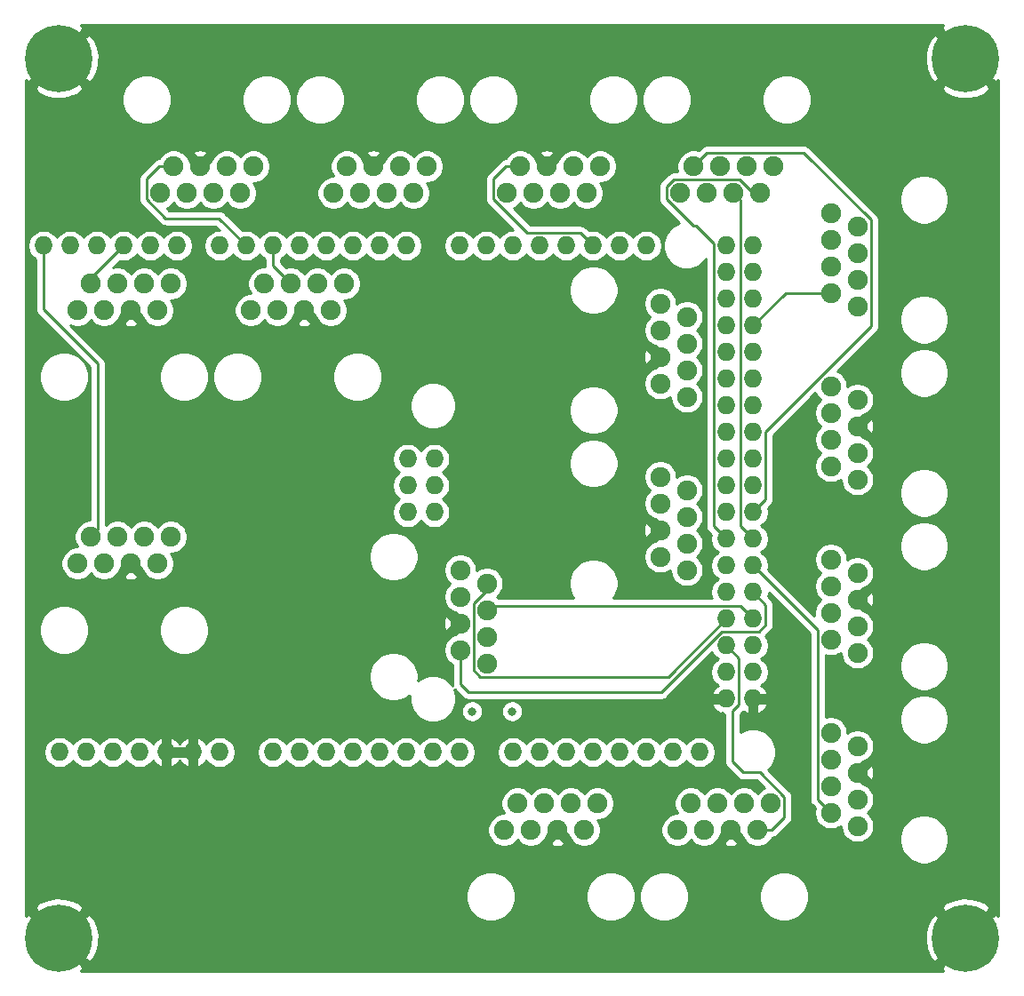
<source format=gbr>
%TF.GenerationSoftware,KiCad,Pcbnew,5.1.6*%
%TF.CreationDate,2020-08-05T20:54:26-07:00*%
%TF.ProjectId,shield,73686965-6c64-42e6-9b69-6361645f7063,rev?*%
%TF.SameCoordinates,Original*%
%TF.FileFunction,Copper,L4,Bot*%
%TF.FilePolarity,Positive*%
%FSLAX46Y46*%
G04 Gerber Fmt 4.6, Leading zero omitted, Abs format (unit mm)*
G04 Created by KiCad (PCBNEW 5.1.6) date 2020-08-05 20:54:26*
%MOMM*%
%LPD*%
G01*
G04 APERTURE LIST*
%TA.AperFunction,ComponentPad*%
%ADD10C,1.900000*%
%TD*%
%TA.AperFunction,ComponentPad*%
%ADD11C,0.800000*%
%TD*%
%TA.AperFunction,ComponentPad*%
%ADD12C,6.400000*%
%TD*%
%TA.AperFunction,ComponentPad*%
%ADD13O,1.727200X1.727200*%
%TD*%
%TA.AperFunction,ViaPad*%
%ADD14C,0.800000*%
%TD*%
%TA.AperFunction,Conductor*%
%ADD15C,0.250000*%
%TD*%
%TA.AperFunction,Conductor*%
%ADD16C,0.254000*%
%TD*%
G04 APERTURE END LIST*
D10*
%TO.P,J15,8*%
%TO.N,Net-(J15-Pad8)*%
X151260000Y-79245000D03*
%TO.P,J15,7*%
%TO.N,A_5V*%
X151260000Y-81785000D03*
%TO.P,J15,6*%
%TO.N,A_GND*%
X151260000Y-84325000D03*
%TO.P,J15,5*%
%TO.N,Net-(J15-Pad5)*%
X151260000Y-86865000D03*
%TO.P,J15,4*%
%TO.N,Net-(J15-Pad4)*%
X153800000Y-80515000D03*
%TO.P,J15,3*%
%TO.N,Net-(J15-Pad3)*%
X153800000Y-83055000D03*
%TO.P,J15,2*%
%TO.N,Net-(J15-Pad2)*%
X153800000Y-85595000D03*
%TO.P,J15,1*%
%TO.N,Net-(J15-Pad1)*%
X153800000Y-88135000D03*
%TD*%
D11*
%TO.P,H4,1*%
%TO.N,A_GND*%
X201087056Y-112602944D03*
X199390000Y-111900000D03*
X197692944Y-112602944D03*
X196990000Y-114300000D03*
X197692944Y-115997056D03*
X199390000Y-116700000D03*
X201087056Y-115997056D03*
X201790000Y-114300000D03*
D12*
X199390000Y-114300000D03*
%TD*%
D11*
%TO.P,H3,1*%
%TO.N,A_GND*%
X201087056Y-28782944D03*
X199390000Y-28080000D03*
X197692944Y-28782944D03*
X196990000Y-30480000D03*
X197692944Y-32177056D03*
X199390000Y-32880000D03*
X201087056Y-32177056D03*
X201790000Y-30480000D03*
D12*
X199390000Y-30480000D03*
%TD*%
D11*
%TO.P,H2,1*%
%TO.N,A_GND*%
X114727056Y-112602944D03*
X113030000Y-111900000D03*
X111332944Y-112602944D03*
X110630000Y-114300000D03*
X111332944Y-115997056D03*
X113030000Y-116700000D03*
X114727056Y-115997056D03*
X115430000Y-114300000D03*
D12*
X113030000Y-114300000D03*
%TD*%
D11*
%TO.P,H1,1*%
%TO.N,A_GND*%
X114727056Y-28782944D03*
X113030000Y-28080000D03*
X111332944Y-28782944D03*
X110630000Y-30480000D03*
X111332944Y-32177056D03*
X113030000Y-32880000D03*
X114727056Y-32177056D03*
X115430000Y-30480000D03*
D12*
X113030000Y-30480000D03*
%TD*%
D10*
%TO.P,J1,8*%
%TO.N,Net-(J1-Pad8)*%
X148085000Y-40770000D03*
%TO.P,J1,7*%
%TO.N,A_5V*%
X145545000Y-40770000D03*
%TO.P,J1,6*%
%TO.N,A_GND*%
X143005000Y-40770000D03*
%TO.P,J1,5*%
%TO.N,Net-(J1-Pad5)*%
X140465000Y-40770000D03*
%TO.P,J1,4*%
%TO.N,Net-(J1-Pad4)*%
X146815000Y-43310000D03*
%TO.P,J1,3*%
%TO.N,Net-(J1-Pad3)*%
X144275000Y-43310000D03*
%TO.P,J1,2*%
%TO.N,Net-(J1-Pad2)*%
X141735000Y-43310000D03*
%TO.P,J1,1*%
%TO.N,Net-(J1-Pad1)*%
X139195000Y-43310000D03*
%TD*%
%TO.P,J2,8*%
%TO.N,Net-(J2-Pad8)*%
X131315000Y-54480000D03*
%TO.P,J2,7*%
%TO.N,A_5V*%
X133855000Y-54480000D03*
%TO.P,J2,6*%
%TO.N,A_GND*%
X136395000Y-54480000D03*
%TO.P,J2,5*%
%TO.N,Net-(J2-Pad5)*%
X138935000Y-54480000D03*
%TO.P,J2,4*%
%TO.N,Net-(J2-Pad4)*%
X132585000Y-51940000D03*
%TO.P,J2,3*%
%TO.N,Net-(J2-Pad3)*%
X135125000Y-51940000D03*
%TO.P,J2,2*%
%TO.N,Net-(J2-Pad2)*%
X137665000Y-51940000D03*
%TO.P,J2,1*%
%TO.N,Net-(J2-Pad1)*%
X140205000Y-51940000D03*
%TD*%
%TO.P,J3,8*%
%TO.N,Net-(J3-Pad8)*%
X131575000Y-40770000D03*
%TO.P,J3,7*%
%TO.N,A_5V*%
X129035000Y-40770000D03*
%TO.P,J3,6*%
%TO.N,A_GND*%
X126495000Y-40770000D03*
%TO.P,J3,5*%
%TO.N,Net-(J3-Pad5)*%
X123955000Y-40770000D03*
%TO.P,J3,4*%
%TO.N,Net-(J3-Pad4)*%
X130305000Y-43310000D03*
%TO.P,J3,3*%
%TO.N,Net-(J3-Pad3)*%
X127765000Y-43310000D03*
%TO.P,J3,2*%
%TO.N,Net-(J3-Pad2)*%
X125225000Y-43310000D03*
%TO.P,J3,1*%
%TO.N,Net-(J3-Pad1)*%
X122685000Y-43310000D03*
%TD*%
%TO.P,J4,8*%
%TO.N,Net-(J4-Pad8)*%
X114805000Y-54480000D03*
%TO.P,J4,7*%
%TO.N,A_5V*%
X117345000Y-54480000D03*
%TO.P,J4,6*%
%TO.N,A_GND*%
X119885000Y-54480000D03*
%TO.P,J4,5*%
%TO.N,Net-(J4-Pad5)*%
X122425000Y-54480000D03*
%TO.P,J4,4*%
%TO.N,Net-(J4-Pad4)*%
X116075000Y-51940000D03*
%TO.P,J4,3*%
%TO.N,Net-(J4-Pad3)*%
X118615000Y-51940000D03*
%TO.P,J4,2*%
%TO.N,Net-(J4-Pad2)*%
X121155000Y-51940000D03*
%TO.P,J4,1*%
%TO.N,Net-(J4-Pad1)*%
X123695000Y-51940000D03*
%TD*%
%TO.P,J5,8*%
%TO.N,Net-(J5-Pad8)*%
X114805000Y-78610000D03*
%TO.P,J5,7*%
%TO.N,A_5V*%
X117345000Y-78610000D03*
%TO.P,J5,6*%
%TO.N,A_GND*%
X119885000Y-78610000D03*
%TO.P,J5,5*%
%TO.N,Net-(J5-Pad5)*%
X122425000Y-78610000D03*
%TO.P,J5,4*%
%TO.N,Net-(J5-Pad4)*%
X116075000Y-76070000D03*
%TO.P,J5,3*%
%TO.N,Net-(J5-Pad3)*%
X118615000Y-76070000D03*
%TO.P,J5,2*%
%TO.N,Net-(J5-Pad2)*%
X121155000Y-76070000D03*
%TO.P,J5,1*%
%TO.N,Net-(J5-Pad1)*%
X123695000Y-76070000D03*
%TD*%
%TO.P,J6,8*%
%TO.N,Net-(J6-Pad8)*%
X170310000Y-53845000D03*
%TO.P,J6,7*%
%TO.N,A_5V*%
X170310000Y-56385000D03*
%TO.P,J6,6*%
%TO.N,A_GND*%
X170310000Y-58925000D03*
%TO.P,J6,5*%
%TO.N,Net-(J6-Pad5)*%
X170310000Y-61465000D03*
%TO.P,J6,4*%
%TO.N,Net-(J6-Pad4)*%
X172850000Y-55115000D03*
%TO.P,J6,3*%
%TO.N,Net-(J6-Pad3)*%
X172850000Y-57655000D03*
%TO.P,J6,2*%
%TO.N,Net-(J6-Pad2)*%
X172850000Y-60195000D03*
%TO.P,J6,1*%
%TO.N,Net-(J6-Pad1)*%
X172850000Y-62735000D03*
%TD*%
%TO.P,J7,8*%
%TO.N,Net-(J7-Pad8)*%
X189100000Y-54105000D03*
%TO.P,J7,7*%
%TO.N,A_5V*%
X189100000Y-51565000D03*
%TO.P,J7,6*%
%TO.N,A_GND*%
X189100000Y-49025000D03*
%TO.P,J7,5*%
%TO.N,Net-(J7-Pad5)*%
X189100000Y-46485000D03*
%TO.P,J7,4*%
%TO.N,Net-(J7-Pad4)*%
X186560000Y-52835000D03*
%TO.P,J7,3*%
%TO.N,Net-(J7-Pad3)*%
X186560000Y-50295000D03*
%TO.P,J7,2*%
%TO.N,Net-(J7-Pad2)*%
X186560000Y-47755000D03*
%TO.P,J7,1*%
%TO.N,Net-(J7-Pad1)*%
X186560000Y-45215000D03*
%TD*%
%TO.P,J8,8*%
%TO.N,Net-(J8-Pad8)*%
X189100000Y-70615000D03*
%TO.P,J8,7*%
%TO.N,A_5V*%
X189100000Y-68075000D03*
%TO.P,J8,6*%
%TO.N,A_GND*%
X189100000Y-65535000D03*
%TO.P,J8,5*%
%TO.N,Net-(J8-Pad5)*%
X189100000Y-62995000D03*
%TO.P,J8,4*%
%TO.N,Net-(J8-Pad4)*%
X186560000Y-69345000D03*
%TO.P,J8,3*%
%TO.N,Net-(J8-Pad3)*%
X186560000Y-66805000D03*
%TO.P,J8,2*%
%TO.N,Net-(J8-Pad2)*%
X186560000Y-64265000D03*
%TO.P,J8,1*%
%TO.N,Net-(J8-Pad1)*%
X186560000Y-61725000D03*
%TD*%
%TO.P,J9,8*%
%TO.N,Net-(J9-Pad8)*%
X164595000Y-40770000D03*
%TO.P,J9,7*%
%TO.N,A_5V*%
X162055000Y-40770000D03*
%TO.P,J9,6*%
%TO.N,A_GND*%
X159515000Y-40770000D03*
%TO.P,J9,5*%
%TO.N,Net-(J9-Pad5)*%
X156975000Y-40770000D03*
%TO.P,J9,4*%
%TO.N,Net-(J9-Pad4)*%
X163325000Y-43310000D03*
%TO.P,J9,3*%
%TO.N,Net-(J9-Pad3)*%
X160785000Y-43310000D03*
%TO.P,J9,2*%
%TO.N,Net-(J9-Pad2)*%
X158245000Y-43310000D03*
%TO.P,J9,1*%
%TO.N,Net-(J9-Pad1)*%
X155705000Y-43310000D03*
%TD*%
%TO.P,J10,8*%
%TO.N,Net-(J10-Pad8)*%
X170310000Y-70355000D03*
%TO.P,J10,7*%
%TO.N,A_5V*%
X170310000Y-72895000D03*
%TO.P,J10,6*%
%TO.N,A_GND*%
X170310000Y-75435000D03*
%TO.P,J10,5*%
%TO.N,Net-(J10-Pad5)*%
X170310000Y-77975000D03*
%TO.P,J10,4*%
%TO.N,Net-(J10-Pad4)*%
X172850000Y-71625000D03*
%TO.P,J10,3*%
%TO.N,Net-(J10-Pad3)*%
X172850000Y-74165000D03*
%TO.P,J10,2*%
%TO.N,Net-(J10-Pad2)*%
X172850000Y-76705000D03*
%TO.P,J10,1*%
%TO.N,Net-(J10-Pad1)*%
X172850000Y-79245000D03*
%TD*%
%TO.P,J11,8*%
%TO.N,Net-(J11-Pad8)*%
X189100000Y-87125000D03*
%TO.P,J11,7*%
%TO.N,A_5V*%
X189100000Y-84585000D03*
%TO.P,J11,6*%
%TO.N,A_GND*%
X189100000Y-82045000D03*
%TO.P,J11,5*%
%TO.N,Net-(J11-Pad5)*%
X189100000Y-79505000D03*
%TO.P,J11,4*%
%TO.N,Net-(J11-Pad4)*%
X186560000Y-85855000D03*
%TO.P,J11,3*%
%TO.N,Net-(J11-Pad3)*%
X186560000Y-83315000D03*
%TO.P,J11,2*%
%TO.N,Net-(J11-Pad2)*%
X186560000Y-80775000D03*
%TO.P,J11,1*%
%TO.N,Net-(J11-Pad1)*%
X186560000Y-78235000D03*
%TD*%
%TO.P,J12,8*%
%TO.N,Net-(J12-Pad8)*%
X155445000Y-104010000D03*
%TO.P,J12,7*%
%TO.N,A_5V*%
X157985000Y-104010000D03*
%TO.P,J12,6*%
%TO.N,A_GND*%
X160525000Y-104010000D03*
%TO.P,J12,5*%
%TO.N,Net-(J12-Pad5)*%
X163065000Y-104010000D03*
%TO.P,J12,4*%
%TO.N,Net-(J12-Pad4)*%
X156715000Y-101470000D03*
%TO.P,J12,3*%
%TO.N,Net-(J12-Pad3)*%
X159255000Y-101470000D03*
%TO.P,J12,2*%
%TO.N,Net-(J12-Pad2)*%
X161795000Y-101470000D03*
%TO.P,J12,1*%
%TO.N,Net-(J12-Pad1)*%
X164335000Y-101470000D03*
%TD*%
%TO.P,J13,8*%
%TO.N,Net-(J13-Pad8)*%
X181105000Y-40770000D03*
%TO.P,J13,7*%
%TO.N,A_5V*%
X178565000Y-40770000D03*
%TO.P,J13,6*%
%TO.N,A_GND*%
X176025000Y-40770000D03*
%TO.P,J13,5*%
%TO.N,Net-(J13-Pad5)*%
X173485000Y-40770000D03*
%TO.P,J13,4*%
%TO.N,Net-(J13-Pad4)*%
X179835000Y-43310000D03*
%TO.P,J13,3*%
%TO.N,Net-(J13-Pad3)*%
X177295000Y-43310000D03*
%TO.P,J13,2*%
%TO.N,Net-(J13-Pad2)*%
X174755000Y-43310000D03*
%TO.P,J13,1*%
%TO.N,Net-(J13-Pad1)*%
X172215000Y-43310000D03*
%TD*%
%TO.P,J14,8*%
%TO.N,Net-(J14-Pad8)*%
X189100000Y-103635000D03*
%TO.P,J14,7*%
%TO.N,A_5V*%
X189100000Y-101095000D03*
%TO.P,J14,6*%
%TO.N,A_GND*%
X189100000Y-98555000D03*
%TO.P,J14,5*%
%TO.N,Net-(J14-Pad5)*%
X189100000Y-96015000D03*
%TO.P,J14,4*%
%TO.N,Net-(J14-Pad4)*%
X186560000Y-102365000D03*
%TO.P,J14,3*%
%TO.N,Net-(J14-Pad3)*%
X186560000Y-99825000D03*
%TO.P,J14,2*%
%TO.N,Net-(J14-Pad2)*%
X186560000Y-97285000D03*
%TO.P,J14,1*%
%TO.N,Net-(J14-Pad1)*%
X186560000Y-94745000D03*
%TD*%
%TO.P,J16,8*%
%TO.N,Net-(J16-Pad8)*%
X171955000Y-104010000D03*
%TO.P,J16,7*%
%TO.N,A_5V*%
X174495000Y-104010000D03*
%TO.P,J16,6*%
%TO.N,A_GND*%
X177035000Y-104010000D03*
%TO.P,J16,5*%
%TO.N,Net-(J16-Pad5)*%
X179575000Y-104010000D03*
%TO.P,J16,4*%
%TO.N,Net-(J16-Pad4)*%
X173225000Y-101470000D03*
%TO.P,J16,3*%
%TO.N,Net-(J16-Pad3)*%
X175765000Y-101470000D03*
%TO.P,J16,2*%
%TO.N,Net-(J16-Pad2)*%
X178305000Y-101470000D03*
%TO.P,J16,1*%
%TO.N,Net-(J16-Pad1)*%
X180845000Y-101470000D03*
%TD*%
D13*
%TO.P,XA1,RST2*%
%TO.N,Net-(XA1-PadRST2)*%
X146252001Y-73735001D03*
%TO.P,XA1,GND4*%
%TO.N,Net-(XA1-PadGND4)*%
X148792001Y-73735001D03*
%TO.P,XA1,MOSI*%
%TO.N,Net-(XA1-PadMOSI)*%
X148792001Y-71195001D03*
%TO.P,XA1,SCK*%
%TO.N,Net-(XA1-PadSCK)*%
X146252001Y-71195001D03*
%TO.P,XA1,5V2*%
%TO.N,Net-(XA1-Pad5V2)*%
X148792001Y-68655001D03*
%TO.P,XA1,A0*%
%TO.N,Net-(J5-Pad8)*%
X133425001Y-96595001D03*
%TO.P,XA1,VIN*%
%TO.N,Net-(XA1-PadVIN)*%
X128345001Y-96595001D03*
%TO.P,XA1,GND3*%
%TO.N,A_GND*%
X125805001Y-96595001D03*
%TO.P,XA1,GND2*%
X123265001Y-96595001D03*
%TO.P,XA1,5V1*%
%TO.N,A_5V*%
X120725001Y-96595001D03*
%TO.P,XA1,3V3*%
%TO.N,Net-(XA1-Pad3V3)*%
X118185001Y-96595001D03*
%TO.P,XA1,RST1*%
%TO.N,Net-(XA1-PadRST1)*%
X115645001Y-96595001D03*
%TO.P,XA1,IORF*%
%TO.N,Net-(XA1-PadIORF)*%
X113105001Y-96595001D03*
%TO.P,XA1,D21*%
%TO.N,Net-(XA1-PadD21)*%
X168985001Y-48335001D03*
%TO.P,XA1,D20*%
%TO.N,Net-(XA1-PadD20)*%
X166445001Y-48335001D03*
%TO.P,XA1,D19*%
%TO.N,Net-(J9-Pad5)*%
X163905001Y-48335001D03*
%TO.P,XA1,D18*%
%TO.N,Net-(J9-Pad4)*%
X161365001Y-48335001D03*
%TO.P,XA1,D17*%
%TO.N,Net-(J9-Pad3)*%
X158825001Y-48335001D03*
%TO.P,XA1,D16*%
%TO.N,Net-(XA1-PadD16)*%
X156285001Y-48335001D03*
%TO.P,XA1,D15*%
%TO.N,Net-(XA1-PadD15)*%
X153745001Y-48335001D03*
%TO.P,XA1,D14*%
%TO.N,Net-(XA1-PadD14)*%
X151205001Y-48335001D03*
%TO.P,XA1,D0*%
%TO.N,Net-(J1-Pad4)*%
X146125001Y-48335001D03*
%TO.P,XA1,D1*%
%TO.N,Net-(J1-Pad3)*%
X143585001Y-48335001D03*
%TO.P,XA1,D2*%
%TO.N,Net-(J1-Pad5)*%
X141045001Y-48335001D03*
%TO.P,XA1,D3*%
%TO.N,Net-(J2-Pad5)*%
X138505001Y-48335001D03*
%TO.P,XA1,D4*%
%TO.N,Net-(J2-Pad4)*%
X135965001Y-48335001D03*
%TO.P,XA1,D5*%
%TO.N,Net-(J2-Pad3)*%
X133425001Y-48335001D03*
%TO.P,XA1,D6*%
%TO.N,Net-(J3-Pad5)*%
X130885001Y-48335001D03*
%TO.P,XA1,D7*%
%TO.N,Net-(J3-Pad4)*%
X128345001Y-48335001D03*
%TO.P,XA1,D8*%
%TO.N,Net-(J3-Pad3)*%
X124281001Y-48335001D03*
%TO.P,XA1,D9*%
%TO.N,Net-(J4-Pad5)*%
X121741001Y-48335001D03*
%TO.P,XA1,D10*%
%TO.N,Net-(J4-Pad4)*%
X119201001Y-48335001D03*
%TO.P,XA1,D13*%
%TO.N,Net-(J5-Pad4)*%
X111581001Y-48335001D03*
%TO.P,XA1,D12*%
%TO.N,Net-(J5-Pad5)*%
X114121001Y-48335001D03*
%TO.P,XA1,D11*%
%TO.N,Net-(J4-Pad3)*%
X116661001Y-48335001D03*
%TO.P,XA1,A1*%
%TO.N,Net-(J4-Pad8)*%
X135965001Y-96595001D03*
%TO.P,XA1,A2*%
%TO.N,Net-(J3-Pad8)*%
X138505001Y-96595001D03*
%TO.P,XA1,A3*%
%TO.N,Net-(J2-Pad8)*%
X141045001Y-96595001D03*
%TO.P,XA1,A4*%
%TO.N,Net-(J1-Pad8)*%
X143585001Y-96595001D03*
%TO.P,XA1,A5*%
%TO.N,Net-(J15-Pad8)*%
X146125001Y-96595001D03*
%TO.P,XA1,A6*%
%TO.N,Net-(J9-Pad8)*%
X148665001Y-96595001D03*
%TO.P,XA1,A7*%
%TO.N,Net-(J14-Pad8)*%
X151205001Y-96595001D03*
%TO.P,XA1,A8*%
%TO.N,Net-(J6-Pad8)*%
X156285001Y-96595001D03*
%TO.P,XA1,A9*%
%TO.N,Net-(J10-Pad8)*%
X158825001Y-96595001D03*
%TO.P,XA1,A10*%
%TO.N,Net-(J12-Pad8)*%
X161365001Y-96595001D03*
%TO.P,XA1,A11*%
%TO.N,Net-(J16-Pad8)*%
X163905001Y-96595001D03*
%TO.P,XA1,A12*%
%TO.N,Net-(J7-Pad8)*%
X166445001Y-96595001D03*
%TO.P,XA1,A13*%
%TO.N,Net-(J8-Pad8)*%
X168985001Y-96595001D03*
%TO.P,XA1,A14*%
%TO.N,Net-(J11-Pad8)*%
X171525001Y-96595001D03*
%TO.P,XA1,A15*%
%TO.N,Net-(J13-Pad8)*%
X174065001Y-96595001D03*
%TO.P,XA1,5V3*%
%TO.N,A_5V*%
X176605001Y-48335001D03*
%TO.P,XA1,5V4*%
X179145001Y-48335001D03*
%TO.P,XA1,D22*%
%TO.N,Net-(J5-Pad3)*%
X176605001Y-50875001D03*
%TO.P,XA1,D23*%
%TO.N,Net-(J6-Pad5)*%
X179145001Y-50875001D03*
%TO.P,XA1,D24*%
%TO.N,Net-(J6-Pad4)*%
X176605001Y-53415001D03*
%TO.P,XA1,D25*%
%TO.N,Net-(J6-Pad3)*%
X179145001Y-53415001D03*
%TO.P,XA1,D26*%
%TO.N,Net-(J7-Pad5)*%
X176605001Y-55955001D03*
%TO.P,XA1,D27*%
%TO.N,Net-(J7-Pad4)*%
X179145001Y-55955001D03*
%TO.P,XA1,D28*%
%TO.N,Net-(J7-Pad3)*%
X176605001Y-58495001D03*
%TO.P,XA1,D29*%
%TO.N,Net-(J8-Pad5)*%
X179145001Y-58495001D03*
%TO.P,XA1,D30*%
%TO.N,Net-(J8-Pad4)*%
X176605001Y-61035001D03*
%TO.P,XA1,D31*%
%TO.N,Net-(J8-Pad3)*%
X179145001Y-61035001D03*
%TO.P,XA1,D32*%
%TO.N,Net-(J10-Pad5)*%
X176605001Y-63575001D03*
%TO.P,XA1,D33*%
%TO.N,Net-(J10-Pad4)*%
X179145001Y-63575001D03*
%TO.P,XA1,D34*%
%TO.N,Net-(J10-Pad3)*%
X176605001Y-66115001D03*
%TO.P,XA1,D35*%
%TO.N,Net-(J11-Pad5)*%
X179145001Y-66115001D03*
%TO.P,XA1,D36*%
%TO.N,Net-(J11-Pad4)*%
X176605001Y-68655001D03*
%TO.P,XA1,D37*%
%TO.N,Net-(J11-Pad3)*%
X179145001Y-68655001D03*
%TO.P,XA1,D38*%
%TO.N,Net-(J12-Pad5)*%
X176605001Y-71195001D03*
%TO.P,XA1,D39*%
%TO.N,Net-(J12-Pad4)*%
X179145001Y-71195001D03*
%TO.P,XA1,D40*%
%TO.N,Net-(J12-Pad3)*%
X176605001Y-73735001D03*
%TO.P,XA1,D41*%
%TO.N,Net-(J13-Pad5)*%
X179145001Y-73735001D03*
%TO.P,XA1,D42*%
%TO.N,Net-(J13-Pad4)*%
X176605001Y-76275001D03*
%TO.P,XA1,D43*%
%TO.N,Net-(J13-Pad3)*%
X179145001Y-76275001D03*
%TO.P,XA1,D44*%
%TO.N,Net-(J14-Pad5)*%
X176605001Y-78815001D03*
%TO.P,XA1,D45*%
%TO.N,Net-(J14-Pad4)*%
X179145001Y-78815001D03*
%TO.P,XA1,D46*%
%TO.N,Net-(J14-Pad3)*%
X176605001Y-81355001D03*
%TO.P,XA1,D47*%
%TO.N,Net-(J15-Pad5)*%
X179145001Y-81355001D03*
%TO.P,XA1,D48*%
%TO.N,Net-(J15-Pad4)*%
X176605001Y-83895001D03*
%TO.P,XA1,D49*%
%TO.N,Net-(J15-Pad3)*%
X179145001Y-83895001D03*
%TO.P,XA1,D50*%
%TO.N,Net-(J16-Pad5)*%
X176605001Y-86435001D03*
%TO.P,XA1,D51*%
%TO.N,Net-(J16-Pad4)*%
X179145001Y-86435001D03*
%TO.P,XA1,D52*%
%TO.N,Net-(J16-Pad3)*%
X176605001Y-88975001D03*
%TO.P,XA1,D53*%
%TO.N,Net-(XA1-PadD53)*%
X179145001Y-88975001D03*
%TO.P,XA1,GND5*%
%TO.N,A_GND*%
X176605001Y-91515001D03*
%TO.P,XA1,GND6*%
X179145001Y-91515001D03*
%TO.P,XA1,MISO*%
%TO.N,Net-(XA1-PadMISO)*%
X146252001Y-68655001D03*
%TD*%
D14*
%TO.N,A_5V*%
X152400000Y-92710000D03*
X156210000Y-92710000D03*
%TO.N,A_GND*%
X114300000Y-102870000D03*
X114300000Y-104140000D03*
X114300000Y-105410000D03*
X114300000Y-106680000D03*
X115570000Y-102870000D03*
X116840000Y-102870000D03*
X118110000Y-102870000D03*
X118110000Y-104140000D03*
X115570000Y-104140000D03*
X116840000Y-104140000D03*
X115570000Y-105410000D03*
X116840000Y-105410000D03*
X118110000Y-105410000D03*
X118110000Y-106680000D03*
X116840000Y-106680000D03*
X115570000Y-106680000D03*
X114300000Y-69850000D03*
X137160000Y-69850000D03*
X160020000Y-69850000D03*
X114300000Y-43180000D03*
X115570000Y-43180000D03*
X116840000Y-43180000D03*
X116840000Y-41910000D03*
X114300000Y-41910000D03*
X115570000Y-41910000D03*
X116840000Y-40640000D03*
X115570000Y-40640000D03*
X114300000Y-40640000D03*
X114300000Y-39370000D03*
X115570000Y-39370000D03*
X116840000Y-39370000D03*
X118110000Y-39370000D03*
X118110000Y-40640000D03*
X118110000Y-41910000D03*
X118110000Y-43180000D03*
X189230000Y-39370000D03*
X190500000Y-39370000D03*
X193040000Y-39370000D03*
X191770000Y-39370000D03*
X191770000Y-35560000D03*
X193040000Y-35560000D03*
X193040000Y-38100000D03*
X191770000Y-38100000D03*
X191770000Y-36830000D03*
X193040000Y-36830000D03*
X190500000Y-35560000D03*
X189230000Y-35560000D03*
X189230000Y-38100000D03*
X189230000Y-36830000D03*
X190500000Y-36830000D03*
X190500000Y-38100000D03*
%TD*%
D15*
%TO.N,Net-(J2-Pad3)*%
X133425001Y-50240001D02*
X135125000Y-51940000D01*
X133425001Y-48335001D02*
X133425001Y-50240001D01*
%TO.N,Net-(J3-Pad5)*%
X121409999Y-43922001D02*
X123207998Y-45720000D01*
X121409999Y-41971499D02*
X121409999Y-43922001D01*
X123955000Y-40770000D02*
X122611498Y-40770000D01*
X122611498Y-40770000D02*
X121409999Y-41971499D01*
X128270000Y-45720000D02*
X130885001Y-48335001D01*
X123207998Y-45720000D02*
X128270000Y-45720000D01*
%TO.N,Net-(J4-Pad4)*%
X116075000Y-51461002D02*
X116075000Y-51940000D01*
X119201001Y-48335001D02*
X116075000Y-51461002D01*
%TO.N,Net-(J5-Pad4)*%
X111581001Y-48335001D02*
X111581001Y-54431001D01*
X116732999Y-75412001D02*
X116075000Y-76070000D01*
X116732999Y-59582999D02*
X116732999Y-75412001D01*
X111581001Y-54431001D02*
X116732999Y-59582999D01*
%TO.N,Net-(J7-Pad4)*%
X182265002Y-52835000D02*
X179145001Y-55955001D01*
X186560000Y-52835000D02*
X182265002Y-52835000D01*
%TO.N,Net-(J9-Pad5)*%
X162716400Y-47146400D02*
X163905001Y-48335001D01*
X157654398Y-47146400D02*
X162716400Y-47146400D01*
X154429999Y-43922001D02*
X157654398Y-47146400D01*
X154429999Y-41971499D02*
X154429999Y-43922001D01*
X155631498Y-40770000D02*
X154429999Y-41971499D01*
X156975000Y-40770000D02*
X155631498Y-40770000D01*
%TO.N,Net-(J13-Pad5)*%
X180333602Y-72546400D02*
X179145001Y-73735001D01*
X180333602Y-66064396D02*
X180333602Y-72546400D01*
X190375001Y-56022997D02*
X180333602Y-66064396D01*
X190375001Y-45872999D02*
X190375001Y-56022997D01*
X183997001Y-39494999D02*
X190375001Y-45872999D01*
X174760001Y-39494999D02*
X183997001Y-39494999D01*
X173485000Y-40770000D02*
X174760001Y-39494999D01*
%TO.N,Net-(J13-Pad4)*%
X179182002Y-43310000D02*
X179835000Y-43310000D01*
X177907001Y-42034999D02*
X179182002Y-43310000D01*
X176682999Y-42034999D02*
X177907001Y-42034999D01*
X175412999Y-42045001D02*
X176672997Y-42045001D01*
X176605001Y-76275001D02*
X175416400Y-75086400D01*
X175416400Y-75086400D02*
X175416400Y-48107398D01*
X175416400Y-48107398D02*
X173719002Y-46410000D01*
X173719002Y-46410000D02*
X173427998Y-46410000D01*
X170939999Y-42697999D02*
X171602999Y-42034999D01*
X170939999Y-43922001D02*
X170939999Y-42697999D01*
X176672997Y-42045001D02*
X176682999Y-42034999D01*
X173427998Y-46410000D02*
X170939999Y-43922001D01*
X174142999Y-42034999D02*
X175402997Y-42034999D01*
X171602999Y-42034999D02*
X172862997Y-42034999D01*
X175402997Y-42034999D02*
X175412999Y-42045001D01*
X172862997Y-42034999D02*
X172872999Y-42045001D01*
X172872999Y-42045001D02*
X174132997Y-42045001D01*
X174132997Y-42045001D02*
X174142999Y-42034999D01*
%TO.N,Net-(J13-Pad3)*%
X177956400Y-75086400D02*
X179145001Y-76275001D01*
X177956400Y-43971400D02*
X177956400Y-75086400D01*
X177295000Y-43310000D02*
X177956400Y-43971400D01*
%TO.N,Net-(J14-Pad4)*%
X185284999Y-84954999D02*
X179145001Y-78815001D01*
X185284999Y-101089999D02*
X185284999Y-84954999D01*
X186560000Y-102365000D02*
X185284999Y-101089999D01*
%TO.N,Net-(J15-Pad5)*%
X151260000Y-86865000D02*
X151260000Y-87482002D01*
X151260000Y-90103002D02*
X151260000Y-86865000D01*
X170385871Y-90895001D02*
X152051999Y-90895001D01*
X179145001Y-81355001D02*
X180333602Y-82543602D01*
X180333602Y-82543602D02*
X180333602Y-84465530D01*
X152051999Y-90895001D02*
X151260000Y-90103002D01*
X180333602Y-84465530D02*
X179709132Y-85090000D01*
X176190872Y-85090000D02*
X170385871Y-90895001D01*
X179709132Y-85090000D02*
X176190872Y-85090000D01*
%TO.N,Net-(J15-Pad4)*%
X171090001Y-89410001D02*
X176605001Y-83895001D01*
X152524999Y-87522999D02*
X152524999Y-88747001D01*
X152535001Y-87512997D02*
X152524999Y-87522999D01*
X152524999Y-86242997D02*
X152535001Y-86252999D01*
X152524999Y-84982999D02*
X152524999Y-86242997D01*
X152535001Y-84972997D02*
X152524999Y-84982999D01*
X152535001Y-83712999D02*
X152535001Y-84972997D01*
X152524999Y-83702997D02*
X152535001Y-83712999D01*
X153187999Y-89410001D02*
X171090001Y-89410001D01*
X152524999Y-82442999D02*
X152524999Y-83702997D01*
X153800000Y-81167998D02*
X152524999Y-82442999D01*
X152524999Y-88747001D02*
X153187999Y-89410001D01*
X152535001Y-86252999D02*
X152535001Y-87512997D01*
X153800000Y-80515000D02*
X153800000Y-81167998D01*
%TO.N,Net-(J15-Pad3)*%
X154148600Y-82706400D02*
X153800000Y-83055000D01*
X177956400Y-82706400D02*
X154148600Y-82706400D01*
X179145001Y-83895001D02*
X177956400Y-82706400D01*
%TO.N,Net-(J16-Pad5)*%
X177793602Y-87623602D02*
X176605001Y-86435001D01*
X177220000Y-92659132D02*
X177793602Y-92085530D01*
X177220000Y-97519002D02*
X177220000Y-92659132D01*
X177793602Y-92085530D02*
X177793602Y-87623602D01*
X178221000Y-98520002D02*
X177220000Y-97519002D01*
X179782004Y-98520002D02*
X178221000Y-98520002D01*
X182120001Y-100857999D02*
X179782004Y-98520002D01*
X182120001Y-102808501D02*
X182120001Y-100857999D01*
X180918502Y-104010000D02*
X182120001Y-102808501D01*
X179575000Y-104010000D02*
X180918502Y-104010000D01*
%TD*%
D16*
%TO.N,A_GND*%
G36*
X197054476Y-27616974D02*
G01*
X197313313Y-27875811D01*
X197293495Y-27997415D01*
X197692944Y-28396864D01*
X197763655Y-28326153D01*
X198149735Y-28712233D01*
X198079024Y-28782944D01*
X198478473Y-29182393D01*
X198600077Y-29162575D01*
X199390000Y-29952498D01*
X199404142Y-29938356D01*
X199931644Y-30465858D01*
X199917502Y-30480000D01*
X200707425Y-31269923D01*
X200687607Y-31391527D01*
X201087056Y-31790976D01*
X201157767Y-31720265D01*
X201543847Y-32106345D01*
X201473136Y-32177056D01*
X201872585Y-32576505D01*
X201994189Y-32556687D01*
X202253026Y-32815524D01*
X202540001Y-32576242D01*
X202540000Y-112203757D01*
X202253026Y-111964476D01*
X201994189Y-112223313D01*
X201872585Y-112203495D01*
X201473136Y-112602944D01*
X201543847Y-112673655D01*
X201157767Y-113059735D01*
X201087056Y-112989024D01*
X200687607Y-113388473D01*
X200707425Y-113510077D01*
X199917502Y-114300000D01*
X199931644Y-114314142D01*
X199404142Y-114841644D01*
X199390000Y-114827502D01*
X198600077Y-115617425D01*
X198478473Y-115597607D01*
X198079024Y-115997056D01*
X198149735Y-116067767D01*
X197763655Y-116453847D01*
X197692944Y-116383136D01*
X197293495Y-116782585D01*
X197313313Y-116904189D01*
X197054476Y-117163026D01*
X197293757Y-117450000D01*
X115126243Y-117450000D01*
X115365524Y-117163026D01*
X115106687Y-116904189D01*
X115126505Y-116782585D01*
X114727056Y-116383136D01*
X114656345Y-116453847D01*
X114270265Y-116067767D01*
X114340976Y-115997056D01*
X113941527Y-115597607D01*
X113819923Y-115617425D01*
X113030000Y-114827502D01*
X113015858Y-114841644D01*
X112488356Y-114314142D01*
X112502498Y-114300000D01*
X113557502Y-114300000D01*
X114347425Y-115089923D01*
X114327607Y-115211527D01*
X114727056Y-115610976D01*
X114797767Y-115540265D01*
X115183847Y-115926345D01*
X115113136Y-115997056D01*
X115512585Y-116396505D01*
X115634189Y-116376687D01*
X115893026Y-116635524D01*
X116352197Y-116252664D01*
X116669308Y-115567016D01*
X116846562Y-114832676D01*
X116859145Y-114522133D01*
X195542853Y-114522133D01*
X195660111Y-115268407D01*
X195920706Y-115977464D01*
X196067803Y-116252664D01*
X196526974Y-116635524D01*
X196785811Y-116376687D01*
X196907415Y-116396505D01*
X197306864Y-115997056D01*
X197236153Y-115926345D01*
X197622233Y-115540265D01*
X197692944Y-115610976D01*
X198092393Y-115211527D01*
X198072575Y-115089923D01*
X198862498Y-114300000D01*
X198072575Y-113510077D01*
X198092393Y-113388473D01*
X197692944Y-112989024D01*
X197622233Y-113059735D01*
X197236153Y-112673655D01*
X197306864Y-112602944D01*
X196907415Y-112203495D01*
X196785811Y-112223313D01*
X196526974Y-111964476D01*
X196067803Y-112347336D01*
X195750692Y-113032984D01*
X195573438Y-113767324D01*
X195542853Y-114522133D01*
X116859145Y-114522133D01*
X116877147Y-114077867D01*
X116759889Y-113331593D01*
X116499294Y-112622536D01*
X116352197Y-112347336D01*
X115893026Y-111964476D01*
X115634189Y-112223313D01*
X115512585Y-112203495D01*
X115113136Y-112602944D01*
X115183847Y-112673655D01*
X114797767Y-113059735D01*
X114727056Y-112989024D01*
X114327607Y-113388473D01*
X114347425Y-113510077D01*
X113557502Y-114300000D01*
X112502498Y-114300000D01*
X111712575Y-113510077D01*
X111732393Y-113388473D01*
X111332944Y-112989024D01*
X111262233Y-113059735D01*
X110876153Y-112673655D01*
X110946864Y-112602944D01*
X110547415Y-112203495D01*
X110425811Y-112223313D01*
X110166974Y-111964476D01*
X109880000Y-112203757D01*
X109880000Y-111436974D01*
X110694476Y-111436974D01*
X110953313Y-111695811D01*
X110933495Y-111817415D01*
X111332944Y-112216864D01*
X111403655Y-112146153D01*
X111789735Y-112532233D01*
X111719024Y-112602944D01*
X112118473Y-113002393D01*
X112240077Y-112982575D01*
X113030000Y-113772498D01*
X113819923Y-112982575D01*
X113941527Y-113002393D01*
X114340976Y-112602944D01*
X114270265Y-112532233D01*
X114656345Y-112146153D01*
X114727056Y-112216864D01*
X115126505Y-111817415D01*
X115106687Y-111695811D01*
X115365524Y-111436974D01*
X114982664Y-110977803D01*
X114297016Y-110660692D01*
X113562676Y-110483438D01*
X112807867Y-110452853D01*
X112061593Y-110570111D01*
X111352536Y-110830706D01*
X111077336Y-110977803D01*
X110694476Y-111436974D01*
X109880000Y-111436974D01*
X109880000Y-110127560D01*
X151815000Y-110127560D01*
X151815000Y-110592440D01*
X151905694Y-111048387D01*
X152083595Y-111477879D01*
X152341868Y-111864412D01*
X152670588Y-112193132D01*
X153057121Y-112451405D01*
X153486613Y-112629306D01*
X153942560Y-112720000D01*
X154407440Y-112720000D01*
X154863387Y-112629306D01*
X155292879Y-112451405D01*
X155679412Y-112193132D01*
X156008132Y-111864412D01*
X156266405Y-111477879D01*
X156444306Y-111048387D01*
X156535000Y-110592440D01*
X156535000Y-110127560D01*
X163245000Y-110127560D01*
X163245000Y-110592440D01*
X163335694Y-111048387D01*
X163513595Y-111477879D01*
X163771868Y-111864412D01*
X164100588Y-112193132D01*
X164487121Y-112451405D01*
X164916613Y-112629306D01*
X165372560Y-112720000D01*
X165837440Y-112720000D01*
X166293387Y-112629306D01*
X166722879Y-112451405D01*
X167109412Y-112193132D01*
X167438132Y-111864412D01*
X167696405Y-111477879D01*
X167874306Y-111048387D01*
X167965000Y-110592440D01*
X167965000Y-110127560D01*
X168325000Y-110127560D01*
X168325000Y-110592440D01*
X168415694Y-111048387D01*
X168593595Y-111477879D01*
X168851868Y-111864412D01*
X169180588Y-112193132D01*
X169567121Y-112451405D01*
X169996613Y-112629306D01*
X170452560Y-112720000D01*
X170917440Y-112720000D01*
X171373387Y-112629306D01*
X171802879Y-112451405D01*
X172189412Y-112193132D01*
X172518132Y-111864412D01*
X172776405Y-111477879D01*
X172954306Y-111048387D01*
X173045000Y-110592440D01*
X173045000Y-110127560D01*
X179755000Y-110127560D01*
X179755000Y-110592440D01*
X179845694Y-111048387D01*
X180023595Y-111477879D01*
X180281868Y-111864412D01*
X180610588Y-112193132D01*
X180997121Y-112451405D01*
X181426613Y-112629306D01*
X181882560Y-112720000D01*
X182347440Y-112720000D01*
X182803387Y-112629306D01*
X183232879Y-112451405D01*
X183619412Y-112193132D01*
X183948132Y-111864412D01*
X184206405Y-111477879D01*
X184223348Y-111436974D01*
X197054476Y-111436974D01*
X197313313Y-111695811D01*
X197293495Y-111817415D01*
X197692944Y-112216864D01*
X197763655Y-112146153D01*
X198149735Y-112532233D01*
X198079024Y-112602944D01*
X198478473Y-113002393D01*
X198600077Y-112982575D01*
X199390000Y-113772498D01*
X200179923Y-112982575D01*
X200301527Y-113002393D01*
X200700976Y-112602944D01*
X200630265Y-112532233D01*
X201016345Y-112146153D01*
X201087056Y-112216864D01*
X201486505Y-111817415D01*
X201466687Y-111695811D01*
X201725524Y-111436974D01*
X201342664Y-110977803D01*
X200657016Y-110660692D01*
X199922676Y-110483438D01*
X199167867Y-110452853D01*
X198421593Y-110570111D01*
X197712536Y-110830706D01*
X197437336Y-110977803D01*
X197054476Y-111436974D01*
X184223348Y-111436974D01*
X184384306Y-111048387D01*
X184475000Y-110592440D01*
X184475000Y-110127560D01*
X184384306Y-109671613D01*
X184206405Y-109242121D01*
X183948132Y-108855588D01*
X183619412Y-108526868D01*
X183232879Y-108268595D01*
X182803387Y-108090694D01*
X182347440Y-108000000D01*
X181882560Y-108000000D01*
X181426613Y-108090694D01*
X180997121Y-108268595D01*
X180610588Y-108526868D01*
X180281868Y-108855588D01*
X180023595Y-109242121D01*
X179845694Y-109671613D01*
X179755000Y-110127560D01*
X173045000Y-110127560D01*
X172954306Y-109671613D01*
X172776405Y-109242121D01*
X172518132Y-108855588D01*
X172189412Y-108526868D01*
X171802879Y-108268595D01*
X171373387Y-108090694D01*
X170917440Y-108000000D01*
X170452560Y-108000000D01*
X169996613Y-108090694D01*
X169567121Y-108268595D01*
X169180588Y-108526868D01*
X168851868Y-108855588D01*
X168593595Y-109242121D01*
X168415694Y-109671613D01*
X168325000Y-110127560D01*
X167965000Y-110127560D01*
X167874306Y-109671613D01*
X167696405Y-109242121D01*
X167438132Y-108855588D01*
X167109412Y-108526868D01*
X166722879Y-108268595D01*
X166293387Y-108090694D01*
X165837440Y-108000000D01*
X165372560Y-108000000D01*
X164916613Y-108090694D01*
X164487121Y-108268595D01*
X164100588Y-108526868D01*
X163771868Y-108855588D01*
X163513595Y-109242121D01*
X163335694Y-109671613D01*
X163245000Y-110127560D01*
X156535000Y-110127560D01*
X156444306Y-109671613D01*
X156266405Y-109242121D01*
X156008132Y-108855588D01*
X155679412Y-108526868D01*
X155292879Y-108268595D01*
X154863387Y-108090694D01*
X154407440Y-108000000D01*
X153942560Y-108000000D01*
X153486613Y-108090694D01*
X153057121Y-108268595D01*
X152670588Y-108526868D01*
X152341868Y-108855588D01*
X152083595Y-109242121D01*
X151905694Y-109671613D01*
X151815000Y-110127560D01*
X109880000Y-110127560D01*
X109880000Y-103853891D01*
X153860000Y-103853891D01*
X153860000Y-104166109D01*
X153920911Y-104472327D01*
X154040391Y-104760779D01*
X154213850Y-105020379D01*
X154434621Y-105241150D01*
X154694221Y-105414609D01*
X154982673Y-105534089D01*
X155288891Y-105595000D01*
X155601109Y-105595000D01*
X155907327Y-105534089D01*
X156195779Y-105414609D01*
X156455379Y-105241150D01*
X156676150Y-105020379D01*
X156715000Y-104962236D01*
X156753850Y-105020379D01*
X156974621Y-105241150D01*
X157234221Y-105414609D01*
X157522673Y-105534089D01*
X157828891Y-105595000D01*
X158141109Y-105595000D01*
X158447327Y-105534089D01*
X158735779Y-105414609D01*
X158977973Y-105252780D01*
X159809722Y-105252780D01*
X159916651Y-105481906D01*
X160215495Y-105572306D01*
X160526233Y-105602668D01*
X160836924Y-105571824D01*
X161133349Y-105481906D01*
X161240278Y-105252780D01*
X160525000Y-104537502D01*
X159809722Y-105252780D01*
X158977973Y-105252780D01*
X158995379Y-105241150D01*
X159216150Y-105020379D01*
X159389609Y-104760779D01*
X159490646Y-104516852D01*
X159997498Y-104010000D01*
X159983356Y-103995858D01*
X160510858Y-103468356D01*
X160525000Y-103482498D01*
X160539142Y-103468356D01*
X161066644Y-103995858D01*
X161052502Y-104010000D01*
X161559354Y-104516852D01*
X161660391Y-104760779D01*
X161833850Y-105020379D01*
X162054621Y-105241150D01*
X162314221Y-105414609D01*
X162602673Y-105534089D01*
X162908891Y-105595000D01*
X163221109Y-105595000D01*
X163527327Y-105534089D01*
X163815779Y-105414609D01*
X164075379Y-105241150D01*
X164296150Y-105020379D01*
X164469609Y-104760779D01*
X164589089Y-104472327D01*
X164650000Y-104166109D01*
X164650000Y-103853891D01*
X164589089Y-103547673D01*
X164469609Y-103259221D01*
X164333153Y-103055000D01*
X164491109Y-103055000D01*
X164797327Y-102994089D01*
X165085779Y-102874609D01*
X165345379Y-102701150D01*
X165566150Y-102480379D01*
X165739609Y-102220779D01*
X165859089Y-101932327D01*
X165920000Y-101626109D01*
X165920000Y-101313891D01*
X165859089Y-101007673D01*
X165739609Y-100719221D01*
X165566150Y-100459621D01*
X165345379Y-100238850D01*
X165085779Y-100065391D01*
X164797327Y-99945911D01*
X164491109Y-99885000D01*
X164178891Y-99885000D01*
X163872673Y-99945911D01*
X163584221Y-100065391D01*
X163324621Y-100238850D01*
X163103850Y-100459621D01*
X163065000Y-100517764D01*
X163026150Y-100459621D01*
X162805379Y-100238850D01*
X162545779Y-100065391D01*
X162257327Y-99945911D01*
X161951109Y-99885000D01*
X161638891Y-99885000D01*
X161332673Y-99945911D01*
X161044221Y-100065391D01*
X160784621Y-100238850D01*
X160563850Y-100459621D01*
X160525000Y-100517764D01*
X160486150Y-100459621D01*
X160265379Y-100238850D01*
X160005779Y-100065391D01*
X159717327Y-99945911D01*
X159411109Y-99885000D01*
X159098891Y-99885000D01*
X158792673Y-99945911D01*
X158504221Y-100065391D01*
X158244621Y-100238850D01*
X158023850Y-100459621D01*
X157985000Y-100517764D01*
X157946150Y-100459621D01*
X157725379Y-100238850D01*
X157465779Y-100065391D01*
X157177327Y-99945911D01*
X156871109Y-99885000D01*
X156558891Y-99885000D01*
X156252673Y-99945911D01*
X155964221Y-100065391D01*
X155704621Y-100238850D01*
X155483850Y-100459621D01*
X155310391Y-100719221D01*
X155190911Y-101007673D01*
X155130000Y-101313891D01*
X155130000Y-101626109D01*
X155190911Y-101932327D01*
X155310391Y-102220779D01*
X155446847Y-102425000D01*
X155288891Y-102425000D01*
X154982673Y-102485911D01*
X154694221Y-102605391D01*
X154434621Y-102778850D01*
X154213850Y-102999621D01*
X154040391Y-103259221D01*
X153920911Y-103547673D01*
X153860000Y-103853891D01*
X109880000Y-103853891D01*
X109880000Y-96447402D01*
X111606401Y-96447402D01*
X111606401Y-96742600D01*
X111663991Y-97032126D01*
X111776959Y-97304854D01*
X111940962Y-97550303D01*
X112149699Y-97759040D01*
X112395148Y-97923043D01*
X112667876Y-98036011D01*
X112957402Y-98093601D01*
X113252600Y-98093601D01*
X113542126Y-98036011D01*
X113814854Y-97923043D01*
X114060303Y-97759040D01*
X114269040Y-97550303D01*
X114375001Y-97391720D01*
X114480962Y-97550303D01*
X114689699Y-97759040D01*
X114935148Y-97923043D01*
X115207876Y-98036011D01*
X115497402Y-98093601D01*
X115792600Y-98093601D01*
X116082126Y-98036011D01*
X116354854Y-97923043D01*
X116600303Y-97759040D01*
X116809040Y-97550303D01*
X116915001Y-97391720D01*
X117020962Y-97550303D01*
X117229699Y-97759040D01*
X117475148Y-97923043D01*
X117747876Y-98036011D01*
X118037402Y-98093601D01*
X118332600Y-98093601D01*
X118622126Y-98036011D01*
X118894854Y-97923043D01*
X119140303Y-97759040D01*
X119349040Y-97550303D01*
X119455001Y-97391720D01*
X119560962Y-97550303D01*
X119769699Y-97759040D01*
X120015148Y-97923043D01*
X120287876Y-98036011D01*
X120577402Y-98093601D01*
X120872600Y-98093601D01*
X121162126Y-98036011D01*
X121434854Y-97923043D01*
X121680303Y-97759040D01*
X121889040Y-97550303D01*
X121996301Y-97389774D01*
X122005851Y-97407643D01*
X122188584Y-97637676D01*
X122412683Y-97827640D01*
X122669536Y-97970234D01*
X122892001Y-97887704D01*
X122892001Y-96968001D01*
X123638001Y-96968001D01*
X123638001Y-97887704D01*
X123860466Y-97970234D01*
X124117319Y-97827640D01*
X124341418Y-97637676D01*
X124524151Y-97407643D01*
X124535001Y-97387341D01*
X124545851Y-97407643D01*
X124728584Y-97637676D01*
X124952683Y-97827640D01*
X125209536Y-97970234D01*
X125432001Y-97887704D01*
X125432001Y-96968001D01*
X123638001Y-96968001D01*
X122892001Y-96968001D01*
X122872001Y-96968001D01*
X122872001Y-96222001D01*
X122892001Y-96222001D01*
X122892001Y-95302298D01*
X123638001Y-95302298D01*
X123638001Y-96222001D01*
X125432001Y-96222001D01*
X125432001Y-95302298D01*
X126178001Y-95302298D01*
X126178001Y-96222001D01*
X126198001Y-96222001D01*
X126198001Y-96968001D01*
X126178001Y-96968001D01*
X126178001Y-97887704D01*
X126400466Y-97970234D01*
X126657319Y-97827640D01*
X126881418Y-97637676D01*
X127064151Y-97407643D01*
X127073701Y-97389774D01*
X127180962Y-97550303D01*
X127389699Y-97759040D01*
X127635148Y-97923043D01*
X127907876Y-98036011D01*
X128197402Y-98093601D01*
X128492600Y-98093601D01*
X128782126Y-98036011D01*
X129054854Y-97923043D01*
X129300303Y-97759040D01*
X129509040Y-97550303D01*
X129673043Y-97304854D01*
X129786011Y-97032126D01*
X129843601Y-96742600D01*
X129843601Y-96447402D01*
X131926401Y-96447402D01*
X131926401Y-96742600D01*
X131983991Y-97032126D01*
X132096959Y-97304854D01*
X132260962Y-97550303D01*
X132469699Y-97759040D01*
X132715148Y-97923043D01*
X132987876Y-98036011D01*
X133277402Y-98093601D01*
X133572600Y-98093601D01*
X133862126Y-98036011D01*
X134134854Y-97923043D01*
X134380303Y-97759040D01*
X134589040Y-97550303D01*
X134695001Y-97391720D01*
X134800962Y-97550303D01*
X135009699Y-97759040D01*
X135255148Y-97923043D01*
X135527876Y-98036011D01*
X135817402Y-98093601D01*
X136112600Y-98093601D01*
X136402126Y-98036011D01*
X136674854Y-97923043D01*
X136920303Y-97759040D01*
X137129040Y-97550303D01*
X137235001Y-97391720D01*
X137340962Y-97550303D01*
X137549699Y-97759040D01*
X137795148Y-97923043D01*
X138067876Y-98036011D01*
X138357402Y-98093601D01*
X138652600Y-98093601D01*
X138942126Y-98036011D01*
X139214854Y-97923043D01*
X139460303Y-97759040D01*
X139669040Y-97550303D01*
X139775001Y-97391720D01*
X139880962Y-97550303D01*
X140089699Y-97759040D01*
X140335148Y-97923043D01*
X140607876Y-98036011D01*
X140897402Y-98093601D01*
X141192600Y-98093601D01*
X141482126Y-98036011D01*
X141754854Y-97923043D01*
X142000303Y-97759040D01*
X142209040Y-97550303D01*
X142315001Y-97391720D01*
X142420962Y-97550303D01*
X142629699Y-97759040D01*
X142875148Y-97923043D01*
X143147876Y-98036011D01*
X143437402Y-98093601D01*
X143732600Y-98093601D01*
X144022126Y-98036011D01*
X144294854Y-97923043D01*
X144540303Y-97759040D01*
X144749040Y-97550303D01*
X144855001Y-97391720D01*
X144960962Y-97550303D01*
X145169699Y-97759040D01*
X145415148Y-97923043D01*
X145687876Y-98036011D01*
X145977402Y-98093601D01*
X146272600Y-98093601D01*
X146562126Y-98036011D01*
X146834854Y-97923043D01*
X147080303Y-97759040D01*
X147289040Y-97550303D01*
X147395001Y-97391720D01*
X147500962Y-97550303D01*
X147709699Y-97759040D01*
X147955148Y-97923043D01*
X148227876Y-98036011D01*
X148517402Y-98093601D01*
X148812600Y-98093601D01*
X149102126Y-98036011D01*
X149374854Y-97923043D01*
X149620303Y-97759040D01*
X149829040Y-97550303D01*
X149935001Y-97391720D01*
X150040962Y-97550303D01*
X150249699Y-97759040D01*
X150495148Y-97923043D01*
X150767876Y-98036011D01*
X151057402Y-98093601D01*
X151352600Y-98093601D01*
X151642126Y-98036011D01*
X151914854Y-97923043D01*
X152160303Y-97759040D01*
X152369040Y-97550303D01*
X152533043Y-97304854D01*
X152646011Y-97032126D01*
X152703601Y-96742600D01*
X152703601Y-96447402D01*
X154786401Y-96447402D01*
X154786401Y-96742600D01*
X154843991Y-97032126D01*
X154956959Y-97304854D01*
X155120962Y-97550303D01*
X155329699Y-97759040D01*
X155575148Y-97923043D01*
X155847876Y-98036011D01*
X156137402Y-98093601D01*
X156432600Y-98093601D01*
X156722126Y-98036011D01*
X156994854Y-97923043D01*
X157240303Y-97759040D01*
X157449040Y-97550303D01*
X157555001Y-97391720D01*
X157660962Y-97550303D01*
X157869699Y-97759040D01*
X158115148Y-97923043D01*
X158387876Y-98036011D01*
X158677402Y-98093601D01*
X158972600Y-98093601D01*
X159262126Y-98036011D01*
X159534854Y-97923043D01*
X159780303Y-97759040D01*
X159989040Y-97550303D01*
X160095001Y-97391720D01*
X160200962Y-97550303D01*
X160409699Y-97759040D01*
X160655148Y-97923043D01*
X160927876Y-98036011D01*
X161217402Y-98093601D01*
X161512600Y-98093601D01*
X161802126Y-98036011D01*
X162074854Y-97923043D01*
X162320303Y-97759040D01*
X162529040Y-97550303D01*
X162635001Y-97391720D01*
X162740962Y-97550303D01*
X162949699Y-97759040D01*
X163195148Y-97923043D01*
X163467876Y-98036011D01*
X163757402Y-98093601D01*
X164052600Y-98093601D01*
X164342126Y-98036011D01*
X164614854Y-97923043D01*
X164860303Y-97759040D01*
X165069040Y-97550303D01*
X165175001Y-97391720D01*
X165280962Y-97550303D01*
X165489699Y-97759040D01*
X165735148Y-97923043D01*
X166007876Y-98036011D01*
X166297402Y-98093601D01*
X166592600Y-98093601D01*
X166882126Y-98036011D01*
X167154854Y-97923043D01*
X167400303Y-97759040D01*
X167609040Y-97550303D01*
X167715001Y-97391720D01*
X167820962Y-97550303D01*
X168029699Y-97759040D01*
X168275148Y-97923043D01*
X168547876Y-98036011D01*
X168837402Y-98093601D01*
X169132600Y-98093601D01*
X169422126Y-98036011D01*
X169694854Y-97923043D01*
X169940303Y-97759040D01*
X170149040Y-97550303D01*
X170255001Y-97391720D01*
X170360962Y-97550303D01*
X170569699Y-97759040D01*
X170815148Y-97923043D01*
X171087876Y-98036011D01*
X171377402Y-98093601D01*
X171672600Y-98093601D01*
X171962126Y-98036011D01*
X172234854Y-97923043D01*
X172480303Y-97759040D01*
X172689040Y-97550303D01*
X172795001Y-97391720D01*
X172900962Y-97550303D01*
X173109699Y-97759040D01*
X173355148Y-97923043D01*
X173627876Y-98036011D01*
X173917402Y-98093601D01*
X174212600Y-98093601D01*
X174502126Y-98036011D01*
X174774854Y-97923043D01*
X175020303Y-97759040D01*
X175229040Y-97550303D01*
X175393043Y-97304854D01*
X175506011Y-97032126D01*
X175563601Y-96742600D01*
X175563601Y-96447402D01*
X175506011Y-96157876D01*
X175393043Y-95885148D01*
X175229040Y-95639699D01*
X175020303Y-95430962D01*
X174774854Y-95266959D01*
X174502126Y-95153991D01*
X174212600Y-95096401D01*
X173917402Y-95096401D01*
X173627876Y-95153991D01*
X173355148Y-95266959D01*
X173109699Y-95430962D01*
X172900962Y-95639699D01*
X172795001Y-95798282D01*
X172689040Y-95639699D01*
X172480303Y-95430962D01*
X172234854Y-95266959D01*
X171962126Y-95153991D01*
X171672600Y-95096401D01*
X171377402Y-95096401D01*
X171087876Y-95153991D01*
X170815148Y-95266959D01*
X170569699Y-95430962D01*
X170360962Y-95639699D01*
X170255001Y-95798282D01*
X170149040Y-95639699D01*
X169940303Y-95430962D01*
X169694854Y-95266959D01*
X169422126Y-95153991D01*
X169132600Y-95096401D01*
X168837402Y-95096401D01*
X168547876Y-95153991D01*
X168275148Y-95266959D01*
X168029699Y-95430962D01*
X167820962Y-95639699D01*
X167715001Y-95798282D01*
X167609040Y-95639699D01*
X167400303Y-95430962D01*
X167154854Y-95266959D01*
X166882126Y-95153991D01*
X166592600Y-95096401D01*
X166297402Y-95096401D01*
X166007876Y-95153991D01*
X165735148Y-95266959D01*
X165489699Y-95430962D01*
X165280962Y-95639699D01*
X165175001Y-95798282D01*
X165069040Y-95639699D01*
X164860303Y-95430962D01*
X164614854Y-95266959D01*
X164342126Y-95153991D01*
X164052600Y-95096401D01*
X163757402Y-95096401D01*
X163467876Y-95153991D01*
X163195148Y-95266959D01*
X162949699Y-95430962D01*
X162740962Y-95639699D01*
X162635001Y-95798282D01*
X162529040Y-95639699D01*
X162320303Y-95430962D01*
X162074854Y-95266959D01*
X161802126Y-95153991D01*
X161512600Y-95096401D01*
X161217402Y-95096401D01*
X160927876Y-95153991D01*
X160655148Y-95266959D01*
X160409699Y-95430962D01*
X160200962Y-95639699D01*
X160095001Y-95798282D01*
X159989040Y-95639699D01*
X159780303Y-95430962D01*
X159534854Y-95266959D01*
X159262126Y-95153991D01*
X158972600Y-95096401D01*
X158677402Y-95096401D01*
X158387876Y-95153991D01*
X158115148Y-95266959D01*
X157869699Y-95430962D01*
X157660962Y-95639699D01*
X157555001Y-95798282D01*
X157449040Y-95639699D01*
X157240303Y-95430962D01*
X156994854Y-95266959D01*
X156722126Y-95153991D01*
X156432600Y-95096401D01*
X156137402Y-95096401D01*
X155847876Y-95153991D01*
X155575148Y-95266959D01*
X155329699Y-95430962D01*
X155120962Y-95639699D01*
X154956959Y-95885148D01*
X154843991Y-96157876D01*
X154786401Y-96447402D01*
X152703601Y-96447402D01*
X152646011Y-96157876D01*
X152533043Y-95885148D01*
X152369040Y-95639699D01*
X152160303Y-95430962D01*
X151914854Y-95266959D01*
X151642126Y-95153991D01*
X151352600Y-95096401D01*
X151057402Y-95096401D01*
X150767876Y-95153991D01*
X150495148Y-95266959D01*
X150249699Y-95430962D01*
X150040962Y-95639699D01*
X149935001Y-95798282D01*
X149829040Y-95639699D01*
X149620303Y-95430962D01*
X149374854Y-95266959D01*
X149102126Y-95153991D01*
X148812600Y-95096401D01*
X148517402Y-95096401D01*
X148227876Y-95153991D01*
X147955148Y-95266959D01*
X147709699Y-95430962D01*
X147500962Y-95639699D01*
X147395001Y-95798282D01*
X147289040Y-95639699D01*
X147080303Y-95430962D01*
X146834854Y-95266959D01*
X146562126Y-95153991D01*
X146272600Y-95096401D01*
X145977402Y-95096401D01*
X145687876Y-95153991D01*
X145415148Y-95266959D01*
X145169699Y-95430962D01*
X144960962Y-95639699D01*
X144855001Y-95798282D01*
X144749040Y-95639699D01*
X144540303Y-95430962D01*
X144294854Y-95266959D01*
X144022126Y-95153991D01*
X143732600Y-95096401D01*
X143437402Y-95096401D01*
X143147876Y-95153991D01*
X142875148Y-95266959D01*
X142629699Y-95430962D01*
X142420962Y-95639699D01*
X142315001Y-95798282D01*
X142209040Y-95639699D01*
X142000303Y-95430962D01*
X141754854Y-95266959D01*
X141482126Y-95153991D01*
X141192600Y-95096401D01*
X140897402Y-95096401D01*
X140607876Y-95153991D01*
X140335148Y-95266959D01*
X140089699Y-95430962D01*
X139880962Y-95639699D01*
X139775001Y-95798282D01*
X139669040Y-95639699D01*
X139460303Y-95430962D01*
X139214854Y-95266959D01*
X138942126Y-95153991D01*
X138652600Y-95096401D01*
X138357402Y-95096401D01*
X138067876Y-95153991D01*
X137795148Y-95266959D01*
X137549699Y-95430962D01*
X137340962Y-95639699D01*
X137235001Y-95798282D01*
X137129040Y-95639699D01*
X136920303Y-95430962D01*
X136674854Y-95266959D01*
X136402126Y-95153991D01*
X136112600Y-95096401D01*
X135817402Y-95096401D01*
X135527876Y-95153991D01*
X135255148Y-95266959D01*
X135009699Y-95430962D01*
X134800962Y-95639699D01*
X134695001Y-95798282D01*
X134589040Y-95639699D01*
X134380303Y-95430962D01*
X134134854Y-95266959D01*
X133862126Y-95153991D01*
X133572600Y-95096401D01*
X133277402Y-95096401D01*
X132987876Y-95153991D01*
X132715148Y-95266959D01*
X132469699Y-95430962D01*
X132260962Y-95639699D01*
X132096959Y-95885148D01*
X131983991Y-96157876D01*
X131926401Y-96447402D01*
X129843601Y-96447402D01*
X129786011Y-96157876D01*
X129673043Y-95885148D01*
X129509040Y-95639699D01*
X129300303Y-95430962D01*
X129054854Y-95266959D01*
X128782126Y-95153991D01*
X128492600Y-95096401D01*
X128197402Y-95096401D01*
X127907876Y-95153991D01*
X127635148Y-95266959D01*
X127389699Y-95430962D01*
X127180962Y-95639699D01*
X127073701Y-95800228D01*
X127064151Y-95782359D01*
X126881418Y-95552326D01*
X126657319Y-95362362D01*
X126400466Y-95219768D01*
X126178001Y-95302298D01*
X125432001Y-95302298D01*
X125209536Y-95219768D01*
X124952683Y-95362362D01*
X124728584Y-95552326D01*
X124545851Y-95782359D01*
X124535001Y-95802661D01*
X124524151Y-95782359D01*
X124341418Y-95552326D01*
X124117319Y-95362362D01*
X123860466Y-95219768D01*
X123638001Y-95302298D01*
X122892001Y-95302298D01*
X122669536Y-95219768D01*
X122412683Y-95362362D01*
X122188584Y-95552326D01*
X122005851Y-95782359D01*
X121996301Y-95800228D01*
X121889040Y-95639699D01*
X121680303Y-95430962D01*
X121434854Y-95266959D01*
X121162126Y-95153991D01*
X120872600Y-95096401D01*
X120577402Y-95096401D01*
X120287876Y-95153991D01*
X120015148Y-95266959D01*
X119769699Y-95430962D01*
X119560962Y-95639699D01*
X119455001Y-95798282D01*
X119349040Y-95639699D01*
X119140303Y-95430962D01*
X118894854Y-95266959D01*
X118622126Y-95153991D01*
X118332600Y-95096401D01*
X118037402Y-95096401D01*
X117747876Y-95153991D01*
X117475148Y-95266959D01*
X117229699Y-95430962D01*
X117020962Y-95639699D01*
X116915001Y-95798282D01*
X116809040Y-95639699D01*
X116600303Y-95430962D01*
X116354854Y-95266959D01*
X116082126Y-95153991D01*
X115792600Y-95096401D01*
X115497402Y-95096401D01*
X115207876Y-95153991D01*
X114935148Y-95266959D01*
X114689699Y-95430962D01*
X114480962Y-95639699D01*
X114375001Y-95798282D01*
X114269040Y-95639699D01*
X114060303Y-95430962D01*
X113814854Y-95266959D01*
X113542126Y-95153991D01*
X113252600Y-95096401D01*
X112957402Y-95096401D01*
X112667876Y-95153991D01*
X112395148Y-95266959D01*
X112149699Y-95430962D01*
X111940962Y-95639699D01*
X111776959Y-95885148D01*
X111663991Y-96157876D01*
X111606401Y-96447402D01*
X109880000Y-96447402D01*
X109880000Y-89172560D01*
X142550000Y-89172560D01*
X142550000Y-89637440D01*
X142640694Y-90093387D01*
X142818595Y-90522879D01*
X143076868Y-90909412D01*
X143405588Y-91238132D01*
X143792121Y-91496405D01*
X144221613Y-91674306D01*
X144677560Y-91765000D01*
X145142440Y-91765000D01*
X145598387Y-91674306D01*
X146027879Y-91496405D01*
X146414412Y-91238132D01*
X146447961Y-91204583D01*
X146430001Y-91294873D01*
X146430001Y-91735129D01*
X146515891Y-92166926D01*
X146684370Y-92573670D01*
X146928963Y-92939730D01*
X147240272Y-93251039D01*
X147606332Y-93495632D01*
X148013076Y-93664111D01*
X148444873Y-93750001D01*
X148885129Y-93750001D01*
X149316926Y-93664111D01*
X149723670Y-93495632D01*
X150089730Y-93251039D01*
X150401039Y-92939730D01*
X150622652Y-92608061D01*
X151365000Y-92608061D01*
X151365000Y-92811939D01*
X151404774Y-93011898D01*
X151482795Y-93200256D01*
X151596063Y-93369774D01*
X151740226Y-93513937D01*
X151909744Y-93627205D01*
X152098102Y-93705226D01*
X152298061Y-93745000D01*
X152501939Y-93745000D01*
X152701898Y-93705226D01*
X152890256Y-93627205D01*
X153059774Y-93513937D01*
X153203937Y-93369774D01*
X153317205Y-93200256D01*
X153395226Y-93011898D01*
X153435000Y-92811939D01*
X153435000Y-92608061D01*
X155175000Y-92608061D01*
X155175000Y-92811939D01*
X155214774Y-93011898D01*
X155292795Y-93200256D01*
X155406063Y-93369774D01*
X155550226Y-93513937D01*
X155719744Y-93627205D01*
X155908102Y-93705226D01*
X156108061Y-93745000D01*
X156311939Y-93745000D01*
X156511898Y-93705226D01*
X156700256Y-93627205D01*
X156869774Y-93513937D01*
X157013937Y-93369774D01*
X157127205Y-93200256D01*
X157205226Y-93011898D01*
X157245000Y-92811939D01*
X157245000Y-92608061D01*
X157205226Y-92408102D01*
X157127205Y-92219744D01*
X157013937Y-92050226D01*
X156869774Y-91906063D01*
X156700256Y-91792795D01*
X156511898Y-91714774D01*
X156311939Y-91675000D01*
X156108061Y-91675000D01*
X155908102Y-91714774D01*
X155719744Y-91792795D01*
X155550226Y-91906063D01*
X155406063Y-92050226D01*
X155292795Y-92219744D01*
X155214774Y-92408102D01*
X155175000Y-92608061D01*
X153435000Y-92608061D01*
X153395226Y-92408102D01*
X153317205Y-92219744D01*
X153203937Y-92050226D01*
X153059774Y-91906063D01*
X152890256Y-91792795D01*
X152701898Y-91714774D01*
X152501939Y-91675000D01*
X152298061Y-91675000D01*
X152098102Y-91714774D01*
X151909744Y-91792795D01*
X151740226Y-91906063D01*
X151596063Y-92050226D01*
X151482795Y-92219744D01*
X151404774Y-92408102D01*
X151365000Y-92608061D01*
X150622652Y-92608061D01*
X150645632Y-92573670D01*
X150814111Y-92166926D01*
X150900001Y-91735129D01*
X150900001Y-91294873D01*
X150814111Y-90863076D01*
X150724475Y-90646677D01*
X150749002Y-90666805D01*
X151488200Y-91406003D01*
X151511998Y-91435002D01*
X151627723Y-91529975D01*
X151759752Y-91600547D01*
X151903013Y-91644004D01*
X152014666Y-91655001D01*
X152014674Y-91655001D01*
X152051999Y-91658677D01*
X152089324Y-91655001D01*
X170348549Y-91655001D01*
X170385871Y-91658677D01*
X170423193Y-91655001D01*
X170423204Y-91655001D01*
X170534857Y-91644004D01*
X170678118Y-91600547D01*
X170810147Y-91529975D01*
X170925872Y-91435002D01*
X170949675Y-91405998D01*
X175257587Y-87098087D01*
X175276959Y-87144854D01*
X175440962Y-87390303D01*
X175649699Y-87599040D01*
X175808282Y-87705001D01*
X175649699Y-87810962D01*
X175440962Y-88019699D01*
X175276959Y-88265148D01*
X175163991Y-88537876D01*
X175106401Y-88827402D01*
X175106401Y-89122600D01*
X175163991Y-89412126D01*
X175276959Y-89684854D01*
X175440962Y-89930303D01*
X175649699Y-90139040D01*
X175813591Y-90248549D01*
X175752683Y-90282362D01*
X175528584Y-90472326D01*
X175345851Y-90702359D01*
X175229783Y-90919538D01*
X175318118Y-91142001D01*
X176232001Y-91142001D01*
X176232001Y-91122001D01*
X176978001Y-91122001D01*
X176978001Y-91142001D01*
X176998001Y-91142001D01*
X176998001Y-91806329D01*
X176896329Y-91908001D01*
X176232001Y-91908001D01*
X176232001Y-91888001D01*
X175318118Y-91888001D01*
X175229783Y-92110464D01*
X175345851Y-92327643D01*
X175528584Y-92557676D01*
X175752683Y-92747640D01*
X176009536Y-92890234D01*
X176231999Y-92807705D01*
X176231999Y-93013601D01*
X176460001Y-93013601D01*
X176460000Y-97481679D01*
X176456324Y-97519002D01*
X176460000Y-97556324D01*
X176460000Y-97556334D01*
X176470997Y-97667987D01*
X176498909Y-97760002D01*
X176514454Y-97811248D01*
X176585026Y-97943278D01*
X176615164Y-97980001D01*
X176679999Y-98059003D01*
X176709002Y-98082806D01*
X177657200Y-99031004D01*
X177680999Y-99060003D01*
X177796724Y-99154976D01*
X177928753Y-99225548D01*
X178072014Y-99269005D01*
X178183667Y-99280002D01*
X178183675Y-99280002D01*
X178221000Y-99283678D01*
X178258325Y-99280002D01*
X179467203Y-99280002D01*
X180206206Y-100019006D01*
X180094221Y-100065391D01*
X179834621Y-100238850D01*
X179613850Y-100459621D01*
X179575000Y-100517764D01*
X179536150Y-100459621D01*
X179315379Y-100238850D01*
X179055779Y-100065391D01*
X178767327Y-99945911D01*
X178461109Y-99885000D01*
X178148891Y-99885000D01*
X177842673Y-99945911D01*
X177554221Y-100065391D01*
X177294621Y-100238850D01*
X177073850Y-100459621D01*
X177035000Y-100517764D01*
X176996150Y-100459621D01*
X176775379Y-100238850D01*
X176515779Y-100065391D01*
X176227327Y-99945911D01*
X175921109Y-99885000D01*
X175608891Y-99885000D01*
X175302673Y-99945911D01*
X175014221Y-100065391D01*
X174754621Y-100238850D01*
X174533850Y-100459621D01*
X174495000Y-100517764D01*
X174456150Y-100459621D01*
X174235379Y-100238850D01*
X173975779Y-100065391D01*
X173687327Y-99945911D01*
X173381109Y-99885000D01*
X173068891Y-99885000D01*
X172762673Y-99945911D01*
X172474221Y-100065391D01*
X172214621Y-100238850D01*
X171993850Y-100459621D01*
X171820391Y-100719221D01*
X171700911Y-101007673D01*
X171640000Y-101313891D01*
X171640000Y-101626109D01*
X171700911Y-101932327D01*
X171820391Y-102220779D01*
X171956847Y-102425000D01*
X171798891Y-102425000D01*
X171492673Y-102485911D01*
X171204221Y-102605391D01*
X170944621Y-102778850D01*
X170723850Y-102999621D01*
X170550391Y-103259221D01*
X170430911Y-103547673D01*
X170370000Y-103853891D01*
X170370000Y-104166109D01*
X170430911Y-104472327D01*
X170550391Y-104760779D01*
X170723850Y-105020379D01*
X170944621Y-105241150D01*
X171204221Y-105414609D01*
X171492673Y-105534089D01*
X171798891Y-105595000D01*
X172111109Y-105595000D01*
X172417327Y-105534089D01*
X172705779Y-105414609D01*
X172965379Y-105241150D01*
X173186150Y-105020379D01*
X173225000Y-104962236D01*
X173263850Y-105020379D01*
X173484621Y-105241150D01*
X173744221Y-105414609D01*
X174032673Y-105534089D01*
X174338891Y-105595000D01*
X174651109Y-105595000D01*
X174957327Y-105534089D01*
X175245779Y-105414609D01*
X175487973Y-105252780D01*
X176319722Y-105252780D01*
X176426651Y-105481906D01*
X176725495Y-105572306D01*
X177036233Y-105602668D01*
X177346924Y-105571824D01*
X177643349Y-105481906D01*
X177750278Y-105252780D01*
X177035000Y-104537502D01*
X176319722Y-105252780D01*
X175487973Y-105252780D01*
X175505379Y-105241150D01*
X175726150Y-105020379D01*
X175899609Y-104760779D01*
X176000646Y-104516852D01*
X176507498Y-104010000D01*
X176493356Y-103995858D01*
X177020858Y-103468356D01*
X177035000Y-103482498D01*
X177049142Y-103468356D01*
X177576644Y-103995858D01*
X177562502Y-104010000D01*
X178069354Y-104516852D01*
X178170391Y-104760779D01*
X178343850Y-105020379D01*
X178564621Y-105241150D01*
X178824221Y-105414609D01*
X179112673Y-105534089D01*
X179418891Y-105595000D01*
X179731109Y-105595000D01*
X180037327Y-105534089D01*
X180325779Y-105414609D01*
X180585379Y-105241150D01*
X180806150Y-105020379D01*
X180974688Y-104768143D01*
X181067488Y-104759003D01*
X181210749Y-104715546D01*
X181342778Y-104644974D01*
X181458503Y-104550001D01*
X181482306Y-104520997D01*
X182631005Y-103372299D01*
X182660002Y-103348502D01*
X182754975Y-103232777D01*
X182825547Y-103100748D01*
X182869004Y-102957487D01*
X182880001Y-102845834D01*
X182880001Y-102845825D01*
X182883677Y-102808502D01*
X182880001Y-102771179D01*
X182880001Y-100895321D01*
X182883677Y-100857998D01*
X182880001Y-100820675D01*
X182880001Y-100820666D01*
X182869004Y-100709013D01*
X182825547Y-100565752D01*
X182768818Y-100459621D01*
X182754975Y-100433722D01*
X182683800Y-100346996D01*
X182660002Y-100317998D01*
X182631004Y-100294200D01*
X180618786Y-98281983D01*
X180881039Y-98019730D01*
X181125632Y-97653670D01*
X181294111Y-97246926D01*
X181380001Y-96815129D01*
X181380001Y-96374873D01*
X181294111Y-95943076D01*
X181125632Y-95536332D01*
X180881039Y-95170272D01*
X180569730Y-94858963D01*
X180203670Y-94614370D01*
X179796926Y-94445891D01*
X179365129Y-94360001D01*
X178924873Y-94360001D01*
X178493076Y-94445891D01*
X178086332Y-94614370D01*
X177980000Y-94685419D01*
X177980000Y-92973933D01*
X178245927Y-92708006D01*
X178292683Y-92747640D01*
X178549536Y-92890234D01*
X178772001Y-92807704D01*
X178772001Y-91888001D01*
X179518001Y-91888001D01*
X179518001Y-92807704D01*
X179740466Y-92890234D01*
X179997319Y-92747640D01*
X180221418Y-92557676D01*
X180404151Y-92327643D01*
X180520219Y-92110464D01*
X180431884Y-91888001D01*
X179518001Y-91888001D01*
X178772001Y-91888001D01*
X178752001Y-91888001D01*
X178752001Y-91142001D01*
X178772001Y-91142001D01*
X178772001Y-91122001D01*
X179518001Y-91122001D01*
X179518001Y-91142001D01*
X180431884Y-91142001D01*
X180520219Y-90919538D01*
X180404151Y-90702359D01*
X180221418Y-90472326D01*
X179997319Y-90282362D01*
X179936411Y-90248549D01*
X180100303Y-90139040D01*
X180309040Y-89930303D01*
X180473043Y-89684854D01*
X180586011Y-89412126D01*
X180643601Y-89122600D01*
X180643601Y-88827402D01*
X180586011Y-88537876D01*
X180473043Y-88265148D01*
X180309040Y-88019699D01*
X180100303Y-87810962D01*
X179941720Y-87705001D01*
X180100303Y-87599040D01*
X180309040Y-87390303D01*
X180473043Y-87144854D01*
X180586011Y-86872126D01*
X180643601Y-86582600D01*
X180643601Y-86287402D01*
X180586011Y-85997876D01*
X180473043Y-85725148D01*
X180343164Y-85530769D01*
X180844604Y-85029330D01*
X180873603Y-85005531D01*
X180900303Y-84972997D01*
X180968576Y-84889807D01*
X181039148Y-84757777D01*
X181067071Y-84665724D01*
X181082605Y-84614516D01*
X181093602Y-84502863D01*
X181093602Y-84502853D01*
X181097278Y-84465530D01*
X181093602Y-84428207D01*
X181093602Y-82580927D01*
X181097278Y-82543602D01*
X181093602Y-82506277D01*
X181093602Y-82506269D01*
X181082605Y-82394616D01*
X181039148Y-82251355D01*
X180968576Y-82119326D01*
X180873603Y-82003601D01*
X180844606Y-81979804D01*
X180597777Y-81732975D01*
X180643601Y-81502600D01*
X180643601Y-81388403D01*
X184525000Y-85269803D01*
X184524999Y-101052677D01*
X184521323Y-101089999D01*
X184524999Y-101127321D01*
X184524999Y-101127331D01*
X184535996Y-101238984D01*
X184579453Y-101382245D01*
X184650025Y-101514275D01*
X184685357Y-101557327D01*
X184744998Y-101630000D01*
X184774002Y-101653803D01*
X185033748Y-101913549D01*
X184975000Y-102208891D01*
X184975000Y-102521109D01*
X185035911Y-102827327D01*
X185155391Y-103115779D01*
X185328850Y-103375379D01*
X185549621Y-103596150D01*
X185809221Y-103769609D01*
X186097673Y-103889089D01*
X186403891Y-103950000D01*
X186716109Y-103950000D01*
X187022327Y-103889089D01*
X187310779Y-103769609D01*
X187515000Y-103633153D01*
X187515000Y-103791109D01*
X187575911Y-104097327D01*
X187695391Y-104385779D01*
X187868850Y-104645379D01*
X188089621Y-104866150D01*
X188349221Y-105039609D01*
X188637673Y-105159089D01*
X188943891Y-105220000D01*
X189256109Y-105220000D01*
X189562327Y-105159089D01*
X189850779Y-105039609D01*
X190110379Y-104866150D01*
X190303969Y-104672560D01*
X193090000Y-104672560D01*
X193090000Y-105137440D01*
X193180694Y-105593387D01*
X193358595Y-106022879D01*
X193616868Y-106409412D01*
X193945588Y-106738132D01*
X194332121Y-106996405D01*
X194761613Y-107174306D01*
X195217560Y-107265000D01*
X195682440Y-107265000D01*
X196138387Y-107174306D01*
X196567879Y-106996405D01*
X196954412Y-106738132D01*
X197283132Y-106409412D01*
X197541405Y-106022879D01*
X197719306Y-105593387D01*
X197810000Y-105137440D01*
X197810000Y-104672560D01*
X197719306Y-104216613D01*
X197541405Y-103787121D01*
X197283132Y-103400588D01*
X196954412Y-103071868D01*
X196567879Y-102813595D01*
X196138387Y-102635694D01*
X195682440Y-102545000D01*
X195217560Y-102545000D01*
X194761613Y-102635694D01*
X194332121Y-102813595D01*
X193945588Y-103071868D01*
X193616868Y-103400588D01*
X193358595Y-103787121D01*
X193180694Y-104216613D01*
X193090000Y-104672560D01*
X190303969Y-104672560D01*
X190331150Y-104645379D01*
X190504609Y-104385779D01*
X190624089Y-104097327D01*
X190685000Y-103791109D01*
X190685000Y-103478891D01*
X190624089Y-103172673D01*
X190504609Y-102884221D01*
X190331150Y-102624621D01*
X190110379Y-102403850D01*
X190052236Y-102365000D01*
X190110379Y-102326150D01*
X190331150Y-102105379D01*
X190504609Y-101845779D01*
X190624089Y-101557327D01*
X190685000Y-101251109D01*
X190685000Y-100938891D01*
X190624089Y-100632673D01*
X190504609Y-100344221D01*
X190331150Y-100084621D01*
X190110379Y-99863850D01*
X189850779Y-99690391D01*
X189606852Y-99589354D01*
X189100000Y-99082502D01*
X189085858Y-99096644D01*
X188558356Y-98569142D01*
X188572498Y-98555000D01*
X189627502Y-98555000D01*
X190342780Y-99270278D01*
X190571906Y-99163349D01*
X190662306Y-98864505D01*
X190692668Y-98553767D01*
X190661824Y-98243076D01*
X190571906Y-97946651D01*
X190342780Y-97839722D01*
X189627502Y-98555000D01*
X188572498Y-98555000D01*
X188558356Y-98540858D01*
X189085858Y-98013356D01*
X189100000Y-98027498D01*
X189606852Y-97520646D01*
X189850779Y-97419609D01*
X190110379Y-97246150D01*
X190331150Y-97025379D01*
X190504609Y-96765779D01*
X190624089Y-96477327D01*
X190685000Y-96171109D01*
X190685000Y-95858891D01*
X190624089Y-95552673D01*
X190504609Y-95264221D01*
X190331150Y-95004621D01*
X190110379Y-94783850D01*
X189850779Y-94610391D01*
X189562327Y-94490911D01*
X189256109Y-94430000D01*
X188943891Y-94430000D01*
X188637673Y-94490911D01*
X188349221Y-94610391D01*
X188145000Y-94746847D01*
X188145000Y-94588891D01*
X188084089Y-94282673D01*
X187964609Y-93994221D01*
X187791150Y-93734621D01*
X187570379Y-93513850D01*
X187310779Y-93340391D01*
X187074593Y-93242560D01*
X193090000Y-93242560D01*
X193090000Y-93707440D01*
X193180694Y-94163387D01*
X193358595Y-94592879D01*
X193616868Y-94979412D01*
X193945588Y-95308132D01*
X194332121Y-95566405D01*
X194761613Y-95744306D01*
X195217560Y-95835000D01*
X195682440Y-95835000D01*
X196138387Y-95744306D01*
X196567879Y-95566405D01*
X196954412Y-95308132D01*
X197283132Y-94979412D01*
X197541405Y-94592879D01*
X197719306Y-94163387D01*
X197810000Y-93707440D01*
X197810000Y-93242560D01*
X197719306Y-92786613D01*
X197541405Y-92357121D01*
X197283132Y-91970588D01*
X196954412Y-91641868D01*
X196567879Y-91383595D01*
X196138387Y-91205694D01*
X195682440Y-91115000D01*
X195217560Y-91115000D01*
X194761613Y-91205694D01*
X194332121Y-91383595D01*
X193945588Y-91641868D01*
X193616868Y-91970588D01*
X193358595Y-92357121D01*
X193180694Y-92786613D01*
X193090000Y-93242560D01*
X187074593Y-93242560D01*
X187022327Y-93220911D01*
X186716109Y-93160000D01*
X186403891Y-93160000D01*
X186097673Y-93220911D01*
X186044999Y-93242729D01*
X186044999Y-87357271D01*
X186097673Y-87379089D01*
X186403891Y-87440000D01*
X186716109Y-87440000D01*
X187022327Y-87379089D01*
X187310779Y-87259609D01*
X187515000Y-87123153D01*
X187515000Y-87281109D01*
X187575911Y-87587327D01*
X187695391Y-87875779D01*
X187868850Y-88135379D01*
X188089621Y-88356150D01*
X188349221Y-88529609D01*
X188637673Y-88649089D01*
X188943891Y-88710000D01*
X189256109Y-88710000D01*
X189562327Y-88649089D01*
X189850779Y-88529609D01*
X190110379Y-88356150D01*
X190303969Y-88162560D01*
X193090000Y-88162560D01*
X193090000Y-88627440D01*
X193180694Y-89083387D01*
X193358595Y-89512879D01*
X193616868Y-89899412D01*
X193945588Y-90228132D01*
X194332121Y-90486405D01*
X194761613Y-90664306D01*
X195217560Y-90755000D01*
X195682440Y-90755000D01*
X196138387Y-90664306D01*
X196567879Y-90486405D01*
X196954412Y-90228132D01*
X197283132Y-89899412D01*
X197541405Y-89512879D01*
X197719306Y-89083387D01*
X197810000Y-88627440D01*
X197810000Y-88162560D01*
X197719306Y-87706613D01*
X197541405Y-87277121D01*
X197283132Y-86890588D01*
X196954412Y-86561868D01*
X196567879Y-86303595D01*
X196138387Y-86125694D01*
X195682440Y-86035000D01*
X195217560Y-86035000D01*
X194761613Y-86125694D01*
X194332121Y-86303595D01*
X193945588Y-86561868D01*
X193616868Y-86890588D01*
X193358595Y-87277121D01*
X193180694Y-87706613D01*
X193090000Y-88162560D01*
X190303969Y-88162560D01*
X190331150Y-88135379D01*
X190504609Y-87875779D01*
X190624089Y-87587327D01*
X190685000Y-87281109D01*
X190685000Y-86968891D01*
X190624089Y-86662673D01*
X190504609Y-86374221D01*
X190331150Y-86114621D01*
X190110379Y-85893850D01*
X190052236Y-85855000D01*
X190110379Y-85816150D01*
X190331150Y-85595379D01*
X190504609Y-85335779D01*
X190624089Y-85047327D01*
X190685000Y-84741109D01*
X190685000Y-84428891D01*
X190624089Y-84122673D01*
X190504609Y-83834221D01*
X190331150Y-83574621D01*
X190110379Y-83353850D01*
X189850779Y-83180391D01*
X189606852Y-83079354D01*
X189100000Y-82572502D01*
X189085858Y-82586644D01*
X188558356Y-82059142D01*
X188572498Y-82045000D01*
X189627502Y-82045000D01*
X190342780Y-82760278D01*
X190571906Y-82653349D01*
X190662306Y-82354505D01*
X190692668Y-82043767D01*
X190661824Y-81733076D01*
X190571906Y-81436651D01*
X190342780Y-81329722D01*
X189627502Y-82045000D01*
X188572498Y-82045000D01*
X188558356Y-82030858D01*
X189085858Y-81503356D01*
X189100000Y-81517498D01*
X189606852Y-81010646D01*
X189850779Y-80909609D01*
X190110379Y-80736150D01*
X190331150Y-80515379D01*
X190504609Y-80255779D01*
X190624089Y-79967327D01*
X190685000Y-79661109D01*
X190685000Y-79348891D01*
X190624089Y-79042673D01*
X190504609Y-78754221D01*
X190331150Y-78494621D01*
X190110379Y-78273850D01*
X189850779Y-78100391D01*
X189562327Y-77980911D01*
X189256109Y-77920000D01*
X188943891Y-77920000D01*
X188637673Y-77980911D01*
X188349221Y-78100391D01*
X188145000Y-78236847D01*
X188145000Y-78078891D01*
X188084089Y-77772673D01*
X187964609Y-77484221D01*
X187791150Y-77224621D01*
X187570379Y-77003850D01*
X187310779Y-76830391D01*
X187074593Y-76732560D01*
X193090000Y-76732560D01*
X193090000Y-77197440D01*
X193180694Y-77653387D01*
X193358595Y-78082879D01*
X193616868Y-78469412D01*
X193945588Y-78798132D01*
X194332121Y-79056405D01*
X194761613Y-79234306D01*
X195217560Y-79325000D01*
X195682440Y-79325000D01*
X196138387Y-79234306D01*
X196567879Y-79056405D01*
X196954412Y-78798132D01*
X197283132Y-78469412D01*
X197541405Y-78082879D01*
X197719306Y-77653387D01*
X197810000Y-77197440D01*
X197810000Y-76732560D01*
X197719306Y-76276613D01*
X197541405Y-75847121D01*
X197283132Y-75460588D01*
X196954412Y-75131868D01*
X196567879Y-74873595D01*
X196138387Y-74695694D01*
X195682440Y-74605000D01*
X195217560Y-74605000D01*
X194761613Y-74695694D01*
X194332121Y-74873595D01*
X193945588Y-75131868D01*
X193616868Y-75460588D01*
X193358595Y-75847121D01*
X193180694Y-76276613D01*
X193090000Y-76732560D01*
X187074593Y-76732560D01*
X187022327Y-76710911D01*
X186716109Y-76650000D01*
X186403891Y-76650000D01*
X186097673Y-76710911D01*
X185809221Y-76830391D01*
X185549621Y-77003850D01*
X185328850Y-77224621D01*
X185155391Y-77484221D01*
X185035911Y-77772673D01*
X184975000Y-78078891D01*
X184975000Y-78391109D01*
X185035911Y-78697327D01*
X185155391Y-78985779D01*
X185328850Y-79245379D01*
X185549621Y-79466150D01*
X185607764Y-79505000D01*
X185549621Y-79543850D01*
X185328850Y-79764621D01*
X185155391Y-80024221D01*
X185035911Y-80312673D01*
X184975000Y-80618891D01*
X184975000Y-80931109D01*
X185035911Y-81237327D01*
X185155391Y-81525779D01*
X185328850Y-81785379D01*
X185549621Y-82006150D01*
X185607764Y-82045000D01*
X185549621Y-82083850D01*
X185328850Y-82304621D01*
X185155391Y-82564221D01*
X185035911Y-82852673D01*
X184975000Y-83158891D01*
X184975000Y-83471109D01*
X184999604Y-83594801D01*
X180597777Y-79192975D01*
X180643601Y-78962600D01*
X180643601Y-78667402D01*
X180586011Y-78377876D01*
X180473043Y-78105148D01*
X180309040Y-77859699D01*
X180100303Y-77650962D01*
X179941720Y-77545001D01*
X180100303Y-77439040D01*
X180309040Y-77230303D01*
X180473043Y-76984854D01*
X180586011Y-76712126D01*
X180643601Y-76422600D01*
X180643601Y-76127402D01*
X180586011Y-75837876D01*
X180473043Y-75565148D01*
X180309040Y-75319699D01*
X180100303Y-75110962D01*
X179941720Y-75005001D01*
X180100303Y-74899040D01*
X180309040Y-74690303D01*
X180473043Y-74444854D01*
X180586011Y-74172126D01*
X180643601Y-73882600D01*
X180643601Y-73587402D01*
X180597777Y-73357027D01*
X180844605Y-73110199D01*
X180873603Y-73086401D01*
X180968576Y-72970676D01*
X181039148Y-72838647D01*
X181082605Y-72695386D01*
X181093602Y-72583733D01*
X181093602Y-72583725D01*
X181097278Y-72546400D01*
X181093602Y-72509075D01*
X181093602Y-66379197D01*
X185109006Y-62363794D01*
X185155391Y-62475779D01*
X185328850Y-62735379D01*
X185549621Y-62956150D01*
X185607764Y-62995000D01*
X185549621Y-63033850D01*
X185328850Y-63254621D01*
X185155391Y-63514221D01*
X185035911Y-63802673D01*
X184975000Y-64108891D01*
X184975000Y-64421109D01*
X185035911Y-64727327D01*
X185155391Y-65015779D01*
X185328850Y-65275379D01*
X185549621Y-65496150D01*
X185607764Y-65535000D01*
X185549621Y-65573850D01*
X185328850Y-65794621D01*
X185155391Y-66054221D01*
X185035911Y-66342673D01*
X184975000Y-66648891D01*
X184975000Y-66961109D01*
X185035911Y-67267327D01*
X185155391Y-67555779D01*
X185328850Y-67815379D01*
X185549621Y-68036150D01*
X185607764Y-68075000D01*
X185549621Y-68113850D01*
X185328850Y-68334621D01*
X185155391Y-68594221D01*
X185035911Y-68882673D01*
X184975000Y-69188891D01*
X184975000Y-69501109D01*
X185035911Y-69807327D01*
X185155391Y-70095779D01*
X185328850Y-70355379D01*
X185549621Y-70576150D01*
X185809221Y-70749609D01*
X186097673Y-70869089D01*
X186403891Y-70930000D01*
X186716109Y-70930000D01*
X187022327Y-70869089D01*
X187310779Y-70749609D01*
X187515000Y-70613153D01*
X187515000Y-70771109D01*
X187575911Y-71077327D01*
X187695391Y-71365779D01*
X187868850Y-71625379D01*
X188089621Y-71846150D01*
X188349221Y-72019609D01*
X188637673Y-72139089D01*
X188943891Y-72200000D01*
X189256109Y-72200000D01*
X189562327Y-72139089D01*
X189850779Y-72019609D01*
X190110379Y-71846150D01*
X190303969Y-71652560D01*
X193090000Y-71652560D01*
X193090000Y-72117440D01*
X193180694Y-72573387D01*
X193358595Y-73002879D01*
X193616868Y-73389412D01*
X193945588Y-73718132D01*
X194332121Y-73976405D01*
X194761613Y-74154306D01*
X195217560Y-74245000D01*
X195682440Y-74245000D01*
X196138387Y-74154306D01*
X196567879Y-73976405D01*
X196954412Y-73718132D01*
X197283132Y-73389412D01*
X197541405Y-73002879D01*
X197719306Y-72573387D01*
X197810000Y-72117440D01*
X197810000Y-71652560D01*
X197719306Y-71196613D01*
X197541405Y-70767121D01*
X197283132Y-70380588D01*
X196954412Y-70051868D01*
X196567879Y-69793595D01*
X196138387Y-69615694D01*
X195682440Y-69525000D01*
X195217560Y-69525000D01*
X194761613Y-69615694D01*
X194332121Y-69793595D01*
X193945588Y-70051868D01*
X193616868Y-70380588D01*
X193358595Y-70767121D01*
X193180694Y-71196613D01*
X193090000Y-71652560D01*
X190303969Y-71652560D01*
X190331150Y-71625379D01*
X190504609Y-71365779D01*
X190624089Y-71077327D01*
X190685000Y-70771109D01*
X190685000Y-70458891D01*
X190624089Y-70152673D01*
X190504609Y-69864221D01*
X190331150Y-69604621D01*
X190110379Y-69383850D01*
X190052236Y-69345000D01*
X190110379Y-69306150D01*
X190331150Y-69085379D01*
X190504609Y-68825779D01*
X190624089Y-68537327D01*
X190685000Y-68231109D01*
X190685000Y-67918891D01*
X190624089Y-67612673D01*
X190504609Y-67324221D01*
X190331150Y-67064621D01*
X190110379Y-66843850D01*
X189850779Y-66670391D01*
X189606852Y-66569354D01*
X189100000Y-66062502D01*
X189085858Y-66076644D01*
X188558356Y-65549142D01*
X188572498Y-65535000D01*
X189627502Y-65535000D01*
X190342780Y-66250278D01*
X190571906Y-66143349D01*
X190662306Y-65844505D01*
X190692668Y-65533767D01*
X190661824Y-65223076D01*
X190571906Y-64926651D01*
X190342780Y-64819722D01*
X189627502Y-65535000D01*
X188572498Y-65535000D01*
X188558356Y-65520858D01*
X189085858Y-64993356D01*
X189100000Y-65007498D01*
X189606852Y-64500646D01*
X189850779Y-64399609D01*
X190110379Y-64226150D01*
X190331150Y-64005379D01*
X190504609Y-63745779D01*
X190624089Y-63457327D01*
X190685000Y-63151109D01*
X190685000Y-62838891D01*
X190624089Y-62532673D01*
X190504609Y-62244221D01*
X190331150Y-61984621D01*
X190110379Y-61763850D01*
X189850779Y-61590391D01*
X189562327Y-61470911D01*
X189256109Y-61410000D01*
X188943891Y-61410000D01*
X188637673Y-61470911D01*
X188349221Y-61590391D01*
X188145000Y-61726847D01*
X188145000Y-61568891D01*
X188084089Y-61262673D01*
X187964609Y-60974221D01*
X187791150Y-60714621D01*
X187570379Y-60493850D01*
X187310779Y-60320391D01*
X187198794Y-60274006D01*
X187250240Y-60222560D01*
X193090000Y-60222560D01*
X193090000Y-60687440D01*
X193180694Y-61143387D01*
X193358595Y-61572879D01*
X193616868Y-61959412D01*
X193945588Y-62288132D01*
X194332121Y-62546405D01*
X194761613Y-62724306D01*
X195217560Y-62815000D01*
X195682440Y-62815000D01*
X196138387Y-62724306D01*
X196567879Y-62546405D01*
X196954412Y-62288132D01*
X197283132Y-61959412D01*
X197541405Y-61572879D01*
X197719306Y-61143387D01*
X197810000Y-60687440D01*
X197810000Y-60222560D01*
X197719306Y-59766613D01*
X197541405Y-59337121D01*
X197283132Y-58950588D01*
X196954412Y-58621868D01*
X196567879Y-58363595D01*
X196138387Y-58185694D01*
X195682440Y-58095000D01*
X195217560Y-58095000D01*
X194761613Y-58185694D01*
X194332121Y-58363595D01*
X193945588Y-58621868D01*
X193616868Y-58950588D01*
X193358595Y-59337121D01*
X193180694Y-59766613D01*
X193090000Y-60222560D01*
X187250240Y-60222560D01*
X190886004Y-56586796D01*
X190915002Y-56562998D01*
X191009975Y-56447273D01*
X191080547Y-56315244D01*
X191124004Y-56171983D01*
X191135001Y-56060330D01*
X191135001Y-56060322D01*
X191138677Y-56022997D01*
X191135001Y-55985672D01*
X191135001Y-55142560D01*
X193090000Y-55142560D01*
X193090000Y-55607440D01*
X193180694Y-56063387D01*
X193358595Y-56492879D01*
X193616868Y-56879412D01*
X193945588Y-57208132D01*
X194332121Y-57466405D01*
X194761613Y-57644306D01*
X195217560Y-57735000D01*
X195682440Y-57735000D01*
X196138387Y-57644306D01*
X196567879Y-57466405D01*
X196954412Y-57208132D01*
X197283132Y-56879412D01*
X197541405Y-56492879D01*
X197719306Y-56063387D01*
X197810000Y-55607440D01*
X197810000Y-55142560D01*
X197719306Y-54686613D01*
X197541405Y-54257121D01*
X197283132Y-53870588D01*
X196954412Y-53541868D01*
X196567879Y-53283595D01*
X196138387Y-53105694D01*
X195682440Y-53015000D01*
X195217560Y-53015000D01*
X194761613Y-53105694D01*
X194332121Y-53283595D01*
X193945588Y-53541868D01*
X193616868Y-53870588D01*
X193358595Y-54257121D01*
X193180694Y-54686613D01*
X193090000Y-55142560D01*
X191135001Y-55142560D01*
X191135001Y-45910321D01*
X191138677Y-45872998D01*
X191135001Y-45835675D01*
X191135001Y-45835666D01*
X191124004Y-45724013D01*
X191080547Y-45580752D01*
X191023818Y-45474621D01*
X191009975Y-45448722D01*
X190938800Y-45361996D01*
X190915002Y-45332998D01*
X190886005Y-45309201D01*
X189289364Y-43712560D01*
X193090000Y-43712560D01*
X193090000Y-44177440D01*
X193180694Y-44633387D01*
X193358595Y-45062879D01*
X193616868Y-45449412D01*
X193945588Y-45778132D01*
X194332121Y-46036405D01*
X194761613Y-46214306D01*
X195217560Y-46305000D01*
X195682440Y-46305000D01*
X196138387Y-46214306D01*
X196567879Y-46036405D01*
X196954412Y-45778132D01*
X197283132Y-45449412D01*
X197541405Y-45062879D01*
X197719306Y-44633387D01*
X197810000Y-44177440D01*
X197810000Y-43712560D01*
X197719306Y-43256613D01*
X197541405Y-42827121D01*
X197283132Y-42440588D01*
X196954412Y-42111868D01*
X196567879Y-41853595D01*
X196138387Y-41675694D01*
X195682440Y-41585000D01*
X195217560Y-41585000D01*
X194761613Y-41675694D01*
X194332121Y-41853595D01*
X193945588Y-42111868D01*
X193616868Y-42440588D01*
X193358595Y-42827121D01*
X193180694Y-43256613D01*
X193090000Y-43712560D01*
X189289364Y-43712560D01*
X184560805Y-38984002D01*
X184537002Y-38954998D01*
X184421277Y-38860025D01*
X184289248Y-38789453D01*
X184145987Y-38745996D01*
X184034334Y-38734999D01*
X184034323Y-38734999D01*
X183997001Y-38731323D01*
X183959679Y-38734999D01*
X174797326Y-38734999D01*
X174760001Y-38731323D01*
X174722676Y-38734999D01*
X174722668Y-38734999D01*
X174611015Y-38745996D01*
X174467754Y-38789453D01*
X174335725Y-38860025D01*
X174220000Y-38954998D01*
X174196202Y-38983996D01*
X173936451Y-39243748D01*
X173641109Y-39185000D01*
X173328891Y-39185000D01*
X173022673Y-39245911D01*
X172734221Y-39365391D01*
X172474621Y-39538850D01*
X172253850Y-39759621D01*
X172080391Y-40019221D01*
X171960911Y-40307673D01*
X171900000Y-40613891D01*
X171900000Y-40926109D01*
X171960911Y-41232327D01*
X171978586Y-41274999D01*
X171640332Y-41274999D01*
X171602999Y-41271322D01*
X171565666Y-41274999D01*
X171454013Y-41285996D01*
X171310752Y-41329453D01*
X171178723Y-41400025D01*
X171062998Y-41494998D01*
X171039199Y-41523997D01*
X170428997Y-42134200D01*
X170399999Y-42157998D01*
X170376201Y-42186996D01*
X170376200Y-42186997D01*
X170305025Y-42273723D01*
X170234453Y-42405753D01*
X170218218Y-42459275D01*
X170190997Y-42549013D01*
X170185338Y-42606473D01*
X170176323Y-42697999D01*
X170180000Y-42735331D01*
X170179999Y-43884678D01*
X170176323Y-43922001D01*
X170179999Y-43959323D01*
X170179999Y-43959333D01*
X170190996Y-44070986D01*
X170223288Y-44177440D01*
X170234453Y-44214247D01*
X170305025Y-44346277D01*
X170344870Y-44394827D01*
X170399998Y-44462002D01*
X170429002Y-44485805D01*
X172133185Y-46189988D01*
X171736332Y-46354370D01*
X171370272Y-46598963D01*
X171058963Y-46910272D01*
X170814370Y-47276332D01*
X170645891Y-47683076D01*
X170560001Y-48114873D01*
X170560001Y-48555129D01*
X170645891Y-48986926D01*
X170814370Y-49393670D01*
X171058963Y-49759730D01*
X171370272Y-50071039D01*
X171736332Y-50315632D01*
X172143076Y-50484111D01*
X172574873Y-50570001D01*
X173015129Y-50570001D01*
X173446926Y-50484111D01*
X173853670Y-50315632D01*
X174219730Y-50071039D01*
X174531039Y-49759730D01*
X174656401Y-49572112D01*
X174656400Y-75049078D01*
X174652724Y-75086400D01*
X174656400Y-75123722D01*
X174656400Y-75123732D01*
X174667397Y-75235385D01*
X174692828Y-75319221D01*
X174710854Y-75378646D01*
X174781426Y-75510676D01*
X174821083Y-75558998D01*
X174876399Y-75626401D01*
X174905403Y-75650204D01*
X175152225Y-75897027D01*
X175106401Y-76127402D01*
X175106401Y-76422600D01*
X175163991Y-76712126D01*
X175276959Y-76984854D01*
X175440962Y-77230303D01*
X175649699Y-77439040D01*
X175808282Y-77545001D01*
X175649699Y-77650962D01*
X175440962Y-77859699D01*
X175276959Y-78105148D01*
X175163991Y-78377876D01*
X175106401Y-78667402D01*
X175106401Y-78962600D01*
X175163991Y-79252126D01*
X175276959Y-79524854D01*
X175440962Y-79770303D01*
X175649699Y-79979040D01*
X175808282Y-80085001D01*
X175649699Y-80190962D01*
X175440962Y-80399699D01*
X175276959Y-80645148D01*
X175163991Y-80917876D01*
X175106401Y-81207402D01*
X175106401Y-81502600D01*
X175163991Y-81792126D01*
X175227894Y-81946400D01*
X165841917Y-81946400D01*
X166051405Y-81632879D01*
X166229306Y-81203387D01*
X166320000Y-80747440D01*
X166320000Y-80282560D01*
X166229306Y-79826613D01*
X166051405Y-79397121D01*
X165793132Y-79010588D01*
X165464412Y-78681868D01*
X165077879Y-78423595D01*
X164648387Y-78245694D01*
X164192440Y-78155000D01*
X163727560Y-78155000D01*
X163271613Y-78245694D01*
X162842121Y-78423595D01*
X162455588Y-78681868D01*
X162126868Y-79010588D01*
X161868595Y-79397121D01*
X161690694Y-79826613D01*
X161600000Y-80282560D01*
X161600000Y-80747440D01*
X161690694Y-81203387D01*
X161868595Y-81632879D01*
X162078083Y-81946400D01*
X154932929Y-81946400D01*
X154810379Y-81823850D01*
X154752236Y-81785000D01*
X154810379Y-81746150D01*
X155031150Y-81525379D01*
X155204609Y-81265779D01*
X155324089Y-80977327D01*
X155385000Y-80671109D01*
X155385000Y-80358891D01*
X155324089Y-80052673D01*
X155204609Y-79764221D01*
X155031150Y-79504621D01*
X154810379Y-79283850D01*
X154550779Y-79110391D01*
X154262327Y-78990911D01*
X153956109Y-78930000D01*
X153643891Y-78930000D01*
X153337673Y-78990911D01*
X153049221Y-79110391D01*
X152845000Y-79246847D01*
X152845000Y-79088891D01*
X152784089Y-78782673D01*
X152664609Y-78494221D01*
X152491150Y-78234621D01*
X152270379Y-78013850D01*
X152010779Y-77840391D01*
X151722327Y-77720911D01*
X151416109Y-77660000D01*
X151103891Y-77660000D01*
X150797673Y-77720911D01*
X150509221Y-77840391D01*
X150249621Y-78013850D01*
X150028850Y-78234621D01*
X149855391Y-78494221D01*
X149735911Y-78782673D01*
X149675000Y-79088891D01*
X149675000Y-79401109D01*
X149735911Y-79707327D01*
X149855391Y-79995779D01*
X150028850Y-80255379D01*
X150249621Y-80476150D01*
X150307764Y-80515000D01*
X150249621Y-80553850D01*
X150028850Y-80774621D01*
X149855391Y-81034221D01*
X149735911Y-81322673D01*
X149675000Y-81628891D01*
X149675000Y-81941109D01*
X149735911Y-82247327D01*
X149855391Y-82535779D01*
X150028850Y-82795379D01*
X150249621Y-83016150D01*
X150509221Y-83189609D01*
X150753148Y-83290646D01*
X151260000Y-83797498D01*
X151274142Y-83783356D01*
X151775001Y-84284215D01*
X151775002Y-84365784D01*
X151274142Y-84866644D01*
X151260000Y-84852502D01*
X150753148Y-85359354D01*
X150509221Y-85460391D01*
X150249621Y-85633850D01*
X150028850Y-85854621D01*
X149855391Y-86114221D01*
X149735911Y-86402673D01*
X149675000Y-86708891D01*
X149675000Y-87021109D01*
X149735911Y-87327327D01*
X149855391Y-87615779D01*
X150028850Y-87875379D01*
X150249621Y-88096150D01*
X150500001Y-88263448D01*
X150500000Y-90065679D01*
X150496324Y-90103002D01*
X150500000Y-90140324D01*
X150500000Y-90140334D01*
X150510997Y-90251987D01*
X150512580Y-90257205D01*
X150401039Y-90090272D01*
X150089730Y-89778963D01*
X149723670Y-89534370D01*
X149316926Y-89365891D01*
X148885129Y-89280001D01*
X148444873Y-89280001D01*
X148013076Y-89365891D01*
X147606332Y-89534370D01*
X147242091Y-89777748D01*
X147270000Y-89637440D01*
X147270000Y-89172560D01*
X147179306Y-88716613D01*
X147001405Y-88287121D01*
X146743132Y-87900588D01*
X146414412Y-87571868D01*
X146027879Y-87313595D01*
X145598387Y-87135694D01*
X145142440Y-87045000D01*
X144677560Y-87045000D01*
X144221613Y-87135694D01*
X143792121Y-87313595D01*
X143405588Y-87571868D01*
X143076868Y-87900588D01*
X142818595Y-88287121D01*
X142640694Y-88716613D01*
X142550000Y-89172560D01*
X109880000Y-89172560D01*
X109880000Y-84727560D01*
X111175000Y-84727560D01*
X111175000Y-85192440D01*
X111265694Y-85648387D01*
X111443595Y-86077879D01*
X111701868Y-86464412D01*
X112030588Y-86793132D01*
X112417121Y-87051405D01*
X112846613Y-87229306D01*
X113302560Y-87320000D01*
X113767440Y-87320000D01*
X114223387Y-87229306D01*
X114652879Y-87051405D01*
X115039412Y-86793132D01*
X115368132Y-86464412D01*
X115626405Y-86077879D01*
X115804306Y-85648387D01*
X115895000Y-85192440D01*
X115895000Y-84727560D01*
X122605000Y-84727560D01*
X122605000Y-85192440D01*
X122695694Y-85648387D01*
X122873595Y-86077879D01*
X123131868Y-86464412D01*
X123460588Y-86793132D01*
X123847121Y-87051405D01*
X124276613Y-87229306D01*
X124732560Y-87320000D01*
X125197440Y-87320000D01*
X125653387Y-87229306D01*
X126082879Y-87051405D01*
X126469412Y-86793132D01*
X126798132Y-86464412D01*
X127056405Y-86077879D01*
X127234306Y-85648387D01*
X127325000Y-85192440D01*
X127325000Y-84727560D01*
X127245171Y-84326233D01*
X149667332Y-84326233D01*
X149698176Y-84636924D01*
X149788094Y-84933349D01*
X150017220Y-85040278D01*
X150732498Y-84325000D01*
X150017220Y-83609722D01*
X149788094Y-83716651D01*
X149697694Y-84015495D01*
X149667332Y-84326233D01*
X127245171Y-84326233D01*
X127234306Y-84271613D01*
X127056405Y-83842121D01*
X126798132Y-83455588D01*
X126469412Y-83126868D01*
X126082879Y-82868595D01*
X125653387Y-82690694D01*
X125197440Y-82600000D01*
X124732560Y-82600000D01*
X124276613Y-82690694D01*
X123847121Y-82868595D01*
X123460588Y-83126868D01*
X123131868Y-83455588D01*
X122873595Y-83842121D01*
X122695694Y-84271613D01*
X122605000Y-84727560D01*
X115895000Y-84727560D01*
X115804306Y-84271613D01*
X115626405Y-83842121D01*
X115368132Y-83455588D01*
X115039412Y-83126868D01*
X114652879Y-82868595D01*
X114223387Y-82690694D01*
X113767440Y-82600000D01*
X113302560Y-82600000D01*
X112846613Y-82690694D01*
X112417121Y-82868595D01*
X112030588Y-83126868D01*
X111701868Y-83455588D01*
X111443595Y-83842121D01*
X111265694Y-84271613D01*
X111175000Y-84727560D01*
X109880000Y-84727560D01*
X109880000Y-60597560D01*
X111175000Y-60597560D01*
X111175000Y-61062440D01*
X111265694Y-61518387D01*
X111443595Y-61947879D01*
X111701868Y-62334412D01*
X112030588Y-62663132D01*
X112417121Y-62921405D01*
X112846613Y-63099306D01*
X113302560Y-63190000D01*
X113767440Y-63190000D01*
X114223387Y-63099306D01*
X114652879Y-62921405D01*
X115039412Y-62663132D01*
X115368132Y-62334412D01*
X115626405Y-61947879D01*
X115804306Y-61518387D01*
X115895000Y-61062440D01*
X115895000Y-60597560D01*
X115804306Y-60141613D01*
X115626405Y-59712121D01*
X115368132Y-59325588D01*
X115039412Y-58996868D01*
X114652879Y-58738595D01*
X114223387Y-58560694D01*
X113767440Y-58470000D01*
X113302560Y-58470000D01*
X112846613Y-58560694D01*
X112417121Y-58738595D01*
X112030588Y-58996868D01*
X111701868Y-59325588D01*
X111443595Y-59712121D01*
X111265694Y-60141613D01*
X111175000Y-60597560D01*
X109880000Y-60597560D01*
X109880000Y-48187402D01*
X110082401Y-48187402D01*
X110082401Y-48482600D01*
X110139991Y-48772126D01*
X110252959Y-49044854D01*
X110416962Y-49290303D01*
X110625699Y-49499040D01*
X110821001Y-49629536D01*
X110821002Y-54393669D01*
X110817325Y-54431001D01*
X110821002Y-54468334D01*
X110831999Y-54579987D01*
X110845181Y-54623443D01*
X110875455Y-54723247D01*
X110946027Y-54855277D01*
X110993893Y-54913601D01*
X111041001Y-54971002D01*
X111069999Y-54994800D01*
X115972999Y-59897802D01*
X115973000Y-74485000D01*
X115918891Y-74485000D01*
X115612673Y-74545911D01*
X115324221Y-74665391D01*
X115064621Y-74838850D01*
X114843850Y-75059621D01*
X114670391Y-75319221D01*
X114550911Y-75607673D01*
X114490000Y-75913891D01*
X114490000Y-76226109D01*
X114550911Y-76532327D01*
X114670391Y-76820779D01*
X114806847Y-77025000D01*
X114648891Y-77025000D01*
X114342673Y-77085911D01*
X114054221Y-77205391D01*
X113794621Y-77378850D01*
X113573850Y-77599621D01*
X113400391Y-77859221D01*
X113280911Y-78147673D01*
X113220000Y-78453891D01*
X113220000Y-78766109D01*
X113280911Y-79072327D01*
X113400391Y-79360779D01*
X113573850Y-79620379D01*
X113794621Y-79841150D01*
X114054221Y-80014609D01*
X114342673Y-80134089D01*
X114648891Y-80195000D01*
X114961109Y-80195000D01*
X115267327Y-80134089D01*
X115555779Y-80014609D01*
X115815379Y-79841150D01*
X116036150Y-79620379D01*
X116075000Y-79562236D01*
X116113850Y-79620379D01*
X116334621Y-79841150D01*
X116594221Y-80014609D01*
X116882673Y-80134089D01*
X117188891Y-80195000D01*
X117501109Y-80195000D01*
X117807327Y-80134089D01*
X118095779Y-80014609D01*
X118337973Y-79852780D01*
X119169722Y-79852780D01*
X119276651Y-80081906D01*
X119575495Y-80172306D01*
X119886233Y-80202668D01*
X120196924Y-80171824D01*
X120493349Y-80081906D01*
X120600278Y-79852780D01*
X119885000Y-79137502D01*
X119169722Y-79852780D01*
X118337973Y-79852780D01*
X118355379Y-79841150D01*
X118576150Y-79620379D01*
X118749609Y-79360779D01*
X118850646Y-79116852D01*
X119357498Y-78610000D01*
X119343356Y-78595858D01*
X119870858Y-78068356D01*
X119885000Y-78082498D01*
X119899142Y-78068356D01*
X120426644Y-78595858D01*
X120412502Y-78610000D01*
X120919354Y-79116852D01*
X121020391Y-79360779D01*
X121193850Y-79620379D01*
X121414621Y-79841150D01*
X121674221Y-80014609D01*
X121962673Y-80134089D01*
X122268891Y-80195000D01*
X122581109Y-80195000D01*
X122887327Y-80134089D01*
X123175779Y-80014609D01*
X123435379Y-79841150D01*
X123656150Y-79620379D01*
X123829609Y-79360779D01*
X123949089Y-79072327D01*
X124010000Y-78766109D01*
X124010000Y-78453891D01*
X123949089Y-78147673D01*
X123829609Y-77859221D01*
X123751659Y-77742560D01*
X142550000Y-77742560D01*
X142550000Y-78207440D01*
X142640694Y-78663387D01*
X142818595Y-79092879D01*
X143076868Y-79479412D01*
X143405588Y-79808132D01*
X143792121Y-80066405D01*
X144221613Y-80244306D01*
X144677560Y-80335000D01*
X145142440Y-80335000D01*
X145598387Y-80244306D01*
X146027879Y-80066405D01*
X146414412Y-79808132D01*
X146743132Y-79479412D01*
X147001405Y-79092879D01*
X147179306Y-78663387D01*
X147270000Y-78207440D01*
X147270000Y-77742560D01*
X147179306Y-77286613D01*
X147001405Y-76857121D01*
X146743132Y-76470588D01*
X146414412Y-76141868D01*
X146027879Y-75883595D01*
X145598387Y-75705694D01*
X145142440Y-75615000D01*
X144677560Y-75615000D01*
X144221613Y-75705694D01*
X143792121Y-75883595D01*
X143405588Y-76141868D01*
X143076868Y-76470588D01*
X142818595Y-76857121D01*
X142640694Y-77286613D01*
X142550000Y-77742560D01*
X123751659Y-77742560D01*
X123693153Y-77655000D01*
X123851109Y-77655000D01*
X124157327Y-77594089D01*
X124445779Y-77474609D01*
X124705379Y-77301150D01*
X124926150Y-77080379D01*
X125099609Y-76820779D01*
X125219089Y-76532327D01*
X125280000Y-76226109D01*
X125280000Y-75913891D01*
X125219089Y-75607673D01*
X125148077Y-75436233D01*
X168717332Y-75436233D01*
X168748176Y-75746924D01*
X168838094Y-76043349D01*
X169067220Y-76150278D01*
X169782498Y-75435000D01*
X169067220Y-74719722D01*
X168838094Y-74826651D01*
X168747694Y-75125495D01*
X168717332Y-75436233D01*
X125148077Y-75436233D01*
X125099609Y-75319221D01*
X124926150Y-75059621D01*
X124705379Y-74838850D01*
X124445779Y-74665391D01*
X124157327Y-74545911D01*
X123851109Y-74485000D01*
X123538891Y-74485000D01*
X123232673Y-74545911D01*
X122944221Y-74665391D01*
X122684621Y-74838850D01*
X122463850Y-75059621D01*
X122425000Y-75117764D01*
X122386150Y-75059621D01*
X122165379Y-74838850D01*
X121905779Y-74665391D01*
X121617327Y-74545911D01*
X121311109Y-74485000D01*
X120998891Y-74485000D01*
X120692673Y-74545911D01*
X120404221Y-74665391D01*
X120144621Y-74838850D01*
X119923850Y-75059621D01*
X119885000Y-75117764D01*
X119846150Y-75059621D01*
X119625379Y-74838850D01*
X119365779Y-74665391D01*
X119077327Y-74545911D01*
X118771109Y-74485000D01*
X118458891Y-74485000D01*
X118152673Y-74545911D01*
X117864221Y-74665391D01*
X117604621Y-74838850D01*
X117492999Y-74950472D01*
X117492999Y-68507402D01*
X144753401Y-68507402D01*
X144753401Y-68802600D01*
X144810991Y-69092126D01*
X144923959Y-69364854D01*
X145087962Y-69610303D01*
X145296699Y-69819040D01*
X145455282Y-69925001D01*
X145296699Y-70030962D01*
X145087962Y-70239699D01*
X144923959Y-70485148D01*
X144810991Y-70757876D01*
X144753401Y-71047402D01*
X144753401Y-71342600D01*
X144810991Y-71632126D01*
X144923959Y-71904854D01*
X145087962Y-72150303D01*
X145296699Y-72359040D01*
X145455282Y-72465001D01*
X145296699Y-72570962D01*
X145087962Y-72779699D01*
X144923959Y-73025148D01*
X144810991Y-73297876D01*
X144753401Y-73587402D01*
X144753401Y-73882600D01*
X144810991Y-74172126D01*
X144923959Y-74444854D01*
X145087962Y-74690303D01*
X145296699Y-74899040D01*
X145542148Y-75063043D01*
X145814876Y-75176011D01*
X146104402Y-75233601D01*
X146399600Y-75233601D01*
X146689126Y-75176011D01*
X146961854Y-75063043D01*
X147207303Y-74899040D01*
X147416040Y-74690303D01*
X147522001Y-74531720D01*
X147627962Y-74690303D01*
X147836699Y-74899040D01*
X148082148Y-75063043D01*
X148354876Y-75176011D01*
X148644402Y-75233601D01*
X148939600Y-75233601D01*
X149229126Y-75176011D01*
X149501854Y-75063043D01*
X149747303Y-74899040D01*
X149956040Y-74690303D01*
X150120043Y-74444854D01*
X150233011Y-74172126D01*
X150290601Y-73882600D01*
X150290601Y-73587402D01*
X150233011Y-73297876D01*
X150120043Y-73025148D01*
X149956040Y-72779699D01*
X149747303Y-72570962D01*
X149588720Y-72465001D01*
X149747303Y-72359040D01*
X149956040Y-72150303D01*
X150120043Y-71904854D01*
X150233011Y-71632126D01*
X150290601Y-71342600D01*
X150290601Y-71047402D01*
X150233011Y-70757876D01*
X150120043Y-70485148D01*
X149956040Y-70239699D01*
X149747303Y-70030962D01*
X149588720Y-69925001D01*
X149747303Y-69819040D01*
X149956040Y-69610303D01*
X150120043Y-69364854D01*
X150233011Y-69092126D01*
X150280663Y-68852560D01*
X161600000Y-68852560D01*
X161600000Y-69317440D01*
X161690694Y-69773387D01*
X161868595Y-70202879D01*
X162126868Y-70589412D01*
X162455588Y-70918132D01*
X162842121Y-71176405D01*
X163271613Y-71354306D01*
X163727560Y-71445000D01*
X164192440Y-71445000D01*
X164648387Y-71354306D01*
X165077879Y-71176405D01*
X165464412Y-70918132D01*
X165793132Y-70589412D01*
X166051405Y-70202879D01*
X166053056Y-70198891D01*
X168725000Y-70198891D01*
X168725000Y-70511109D01*
X168785911Y-70817327D01*
X168905391Y-71105779D01*
X169078850Y-71365379D01*
X169299621Y-71586150D01*
X169357764Y-71625000D01*
X169299621Y-71663850D01*
X169078850Y-71884621D01*
X168905391Y-72144221D01*
X168785911Y-72432673D01*
X168725000Y-72738891D01*
X168725000Y-73051109D01*
X168785911Y-73357327D01*
X168905391Y-73645779D01*
X169078850Y-73905379D01*
X169299621Y-74126150D01*
X169559221Y-74299609D01*
X169803148Y-74400646D01*
X170310000Y-74907498D01*
X170324142Y-74893356D01*
X170851644Y-75420858D01*
X170837502Y-75435000D01*
X170851644Y-75449142D01*
X170324142Y-75976644D01*
X170310000Y-75962502D01*
X169803148Y-76469354D01*
X169559221Y-76570391D01*
X169299621Y-76743850D01*
X169078850Y-76964621D01*
X168905391Y-77224221D01*
X168785911Y-77512673D01*
X168725000Y-77818891D01*
X168725000Y-78131109D01*
X168785911Y-78437327D01*
X168905391Y-78725779D01*
X169078850Y-78985379D01*
X169299621Y-79206150D01*
X169559221Y-79379609D01*
X169847673Y-79499089D01*
X170153891Y-79560000D01*
X170466109Y-79560000D01*
X170772327Y-79499089D01*
X171060779Y-79379609D01*
X171265000Y-79243153D01*
X171265000Y-79401109D01*
X171325911Y-79707327D01*
X171445391Y-79995779D01*
X171618850Y-80255379D01*
X171839621Y-80476150D01*
X172099221Y-80649609D01*
X172387673Y-80769089D01*
X172693891Y-80830000D01*
X173006109Y-80830000D01*
X173312327Y-80769089D01*
X173600779Y-80649609D01*
X173860379Y-80476150D01*
X174081150Y-80255379D01*
X174254609Y-79995779D01*
X174374089Y-79707327D01*
X174435000Y-79401109D01*
X174435000Y-79088891D01*
X174374089Y-78782673D01*
X174254609Y-78494221D01*
X174081150Y-78234621D01*
X173860379Y-78013850D01*
X173802236Y-77975000D01*
X173860379Y-77936150D01*
X174081150Y-77715379D01*
X174254609Y-77455779D01*
X174374089Y-77167327D01*
X174435000Y-76861109D01*
X174435000Y-76548891D01*
X174374089Y-76242673D01*
X174254609Y-75954221D01*
X174081150Y-75694621D01*
X173860379Y-75473850D01*
X173802236Y-75435000D01*
X173860379Y-75396150D01*
X174081150Y-75175379D01*
X174254609Y-74915779D01*
X174374089Y-74627327D01*
X174435000Y-74321109D01*
X174435000Y-74008891D01*
X174374089Y-73702673D01*
X174254609Y-73414221D01*
X174081150Y-73154621D01*
X173860379Y-72933850D01*
X173802236Y-72895000D01*
X173860379Y-72856150D01*
X174081150Y-72635379D01*
X174254609Y-72375779D01*
X174374089Y-72087327D01*
X174435000Y-71781109D01*
X174435000Y-71468891D01*
X174374089Y-71162673D01*
X174254609Y-70874221D01*
X174081150Y-70614621D01*
X173860379Y-70393850D01*
X173600779Y-70220391D01*
X173312327Y-70100911D01*
X173006109Y-70040000D01*
X172693891Y-70040000D01*
X172387673Y-70100911D01*
X172099221Y-70220391D01*
X171895000Y-70356847D01*
X171895000Y-70198891D01*
X171834089Y-69892673D01*
X171714609Y-69604221D01*
X171541150Y-69344621D01*
X171320379Y-69123850D01*
X171060779Y-68950391D01*
X170772327Y-68830911D01*
X170466109Y-68770000D01*
X170153891Y-68770000D01*
X169847673Y-68830911D01*
X169559221Y-68950391D01*
X169299621Y-69123850D01*
X169078850Y-69344621D01*
X168905391Y-69604221D01*
X168785911Y-69892673D01*
X168725000Y-70198891D01*
X166053056Y-70198891D01*
X166229306Y-69773387D01*
X166320000Y-69317440D01*
X166320000Y-68852560D01*
X166229306Y-68396613D01*
X166051405Y-67967121D01*
X165793132Y-67580588D01*
X165464412Y-67251868D01*
X165077879Y-66993595D01*
X164648387Y-66815694D01*
X164192440Y-66725000D01*
X163727560Y-66725000D01*
X163271613Y-66815694D01*
X162842121Y-66993595D01*
X162455588Y-67251868D01*
X162126868Y-67580588D01*
X161868595Y-67967121D01*
X161690694Y-68396613D01*
X161600000Y-68852560D01*
X150280663Y-68852560D01*
X150290601Y-68802600D01*
X150290601Y-68507402D01*
X150233011Y-68217876D01*
X150120043Y-67945148D01*
X149956040Y-67699699D01*
X149747303Y-67490962D01*
X149501854Y-67326959D01*
X149229126Y-67213991D01*
X148939600Y-67156401D01*
X148644402Y-67156401D01*
X148354876Y-67213991D01*
X148082148Y-67326959D01*
X147836699Y-67490962D01*
X147627962Y-67699699D01*
X147522001Y-67858282D01*
X147416040Y-67699699D01*
X147207303Y-67490962D01*
X146961854Y-67326959D01*
X146689126Y-67213991D01*
X146399600Y-67156401D01*
X146104402Y-67156401D01*
X145814876Y-67213991D01*
X145542148Y-67326959D01*
X145296699Y-67490962D01*
X145087962Y-67699699D01*
X144923959Y-67945148D01*
X144810991Y-68217876D01*
X144753401Y-68507402D01*
X117492999Y-68507402D01*
X117492999Y-63354873D01*
X146430001Y-63354873D01*
X146430001Y-63795129D01*
X146515891Y-64226926D01*
X146684370Y-64633670D01*
X146928963Y-64999730D01*
X147240272Y-65311039D01*
X147606332Y-65555632D01*
X148013076Y-65724111D01*
X148444873Y-65810001D01*
X148885129Y-65810001D01*
X149316926Y-65724111D01*
X149723670Y-65555632D01*
X150089730Y-65311039D01*
X150401039Y-64999730D01*
X150645632Y-64633670D01*
X150814111Y-64226926D01*
X150900001Y-63795129D01*
X150900001Y-63772560D01*
X161600000Y-63772560D01*
X161600000Y-64237440D01*
X161690694Y-64693387D01*
X161868595Y-65122879D01*
X162126868Y-65509412D01*
X162455588Y-65838132D01*
X162842121Y-66096405D01*
X163271613Y-66274306D01*
X163727560Y-66365000D01*
X164192440Y-66365000D01*
X164648387Y-66274306D01*
X165077879Y-66096405D01*
X165464412Y-65838132D01*
X165793132Y-65509412D01*
X166051405Y-65122879D01*
X166229306Y-64693387D01*
X166320000Y-64237440D01*
X166320000Y-63772560D01*
X166229306Y-63316613D01*
X166051405Y-62887121D01*
X165793132Y-62500588D01*
X165464412Y-62171868D01*
X165077879Y-61913595D01*
X164648387Y-61735694D01*
X164192440Y-61645000D01*
X163727560Y-61645000D01*
X163271613Y-61735694D01*
X162842121Y-61913595D01*
X162455588Y-62171868D01*
X162126868Y-62500588D01*
X161868595Y-62887121D01*
X161690694Y-63316613D01*
X161600000Y-63772560D01*
X150900001Y-63772560D01*
X150900001Y-63354873D01*
X150814111Y-62923076D01*
X150645632Y-62516332D01*
X150401039Y-62150272D01*
X150089730Y-61838963D01*
X149723670Y-61594370D01*
X149316926Y-61425891D01*
X148885129Y-61340001D01*
X148444873Y-61340001D01*
X148013076Y-61425891D01*
X147606332Y-61594370D01*
X147240272Y-61838963D01*
X146928963Y-62150272D01*
X146684370Y-62516332D01*
X146515891Y-62923076D01*
X146430001Y-63354873D01*
X117492999Y-63354873D01*
X117492999Y-60597560D01*
X122605000Y-60597560D01*
X122605000Y-61062440D01*
X122695694Y-61518387D01*
X122873595Y-61947879D01*
X123131868Y-62334412D01*
X123460588Y-62663132D01*
X123847121Y-62921405D01*
X124276613Y-63099306D01*
X124732560Y-63190000D01*
X125197440Y-63190000D01*
X125653387Y-63099306D01*
X126082879Y-62921405D01*
X126469412Y-62663132D01*
X126798132Y-62334412D01*
X127056405Y-61947879D01*
X127234306Y-61518387D01*
X127325000Y-61062440D01*
X127325000Y-60597560D01*
X127685000Y-60597560D01*
X127685000Y-61062440D01*
X127775694Y-61518387D01*
X127953595Y-61947879D01*
X128211868Y-62334412D01*
X128540588Y-62663132D01*
X128927121Y-62921405D01*
X129356613Y-63099306D01*
X129812560Y-63190000D01*
X130277440Y-63190000D01*
X130733387Y-63099306D01*
X131162879Y-62921405D01*
X131549412Y-62663132D01*
X131878132Y-62334412D01*
X132136405Y-61947879D01*
X132314306Y-61518387D01*
X132405000Y-61062440D01*
X132405000Y-60597560D01*
X139115000Y-60597560D01*
X139115000Y-61062440D01*
X139205694Y-61518387D01*
X139383595Y-61947879D01*
X139641868Y-62334412D01*
X139970588Y-62663132D01*
X140357121Y-62921405D01*
X140786613Y-63099306D01*
X141242560Y-63190000D01*
X141707440Y-63190000D01*
X142163387Y-63099306D01*
X142592879Y-62921405D01*
X142979412Y-62663132D01*
X143308132Y-62334412D01*
X143566405Y-61947879D01*
X143744306Y-61518387D01*
X143835000Y-61062440D01*
X143835000Y-60597560D01*
X143744306Y-60141613D01*
X143566405Y-59712121D01*
X143308132Y-59325588D01*
X142979412Y-58996868D01*
X142873700Y-58926233D01*
X168717332Y-58926233D01*
X168748176Y-59236924D01*
X168838094Y-59533349D01*
X169067220Y-59640278D01*
X169782498Y-58925000D01*
X169067220Y-58209722D01*
X168838094Y-58316651D01*
X168747694Y-58615495D01*
X168717332Y-58926233D01*
X142873700Y-58926233D01*
X142592879Y-58738595D01*
X142163387Y-58560694D01*
X141707440Y-58470000D01*
X141242560Y-58470000D01*
X140786613Y-58560694D01*
X140357121Y-58738595D01*
X139970588Y-58996868D01*
X139641868Y-59325588D01*
X139383595Y-59712121D01*
X139205694Y-60141613D01*
X139115000Y-60597560D01*
X132405000Y-60597560D01*
X132314306Y-60141613D01*
X132136405Y-59712121D01*
X131878132Y-59325588D01*
X131549412Y-58996868D01*
X131162879Y-58738595D01*
X130733387Y-58560694D01*
X130277440Y-58470000D01*
X129812560Y-58470000D01*
X129356613Y-58560694D01*
X128927121Y-58738595D01*
X128540588Y-58996868D01*
X128211868Y-59325588D01*
X127953595Y-59712121D01*
X127775694Y-60141613D01*
X127685000Y-60597560D01*
X127325000Y-60597560D01*
X127234306Y-60141613D01*
X127056405Y-59712121D01*
X126798132Y-59325588D01*
X126469412Y-58996868D01*
X126082879Y-58738595D01*
X125653387Y-58560694D01*
X125197440Y-58470000D01*
X124732560Y-58470000D01*
X124276613Y-58560694D01*
X123847121Y-58738595D01*
X123460588Y-58996868D01*
X123131868Y-59325588D01*
X122873595Y-59712121D01*
X122695694Y-60141613D01*
X122605000Y-60597560D01*
X117492999Y-60597560D01*
X117492999Y-59620321D01*
X117496675Y-59582998D01*
X117492999Y-59545675D01*
X117492999Y-59545666D01*
X117482002Y-59434013D01*
X117438545Y-59290752D01*
X117367973Y-59158723D01*
X117354810Y-59142684D01*
X117296798Y-59071995D01*
X117296794Y-59071991D01*
X117273000Y-59042998D01*
X117244008Y-59019205D01*
X114148435Y-55923634D01*
X114342673Y-56004089D01*
X114648891Y-56065000D01*
X114961109Y-56065000D01*
X115267327Y-56004089D01*
X115555779Y-55884609D01*
X115815379Y-55711150D01*
X116036150Y-55490379D01*
X116075000Y-55432236D01*
X116113850Y-55490379D01*
X116334621Y-55711150D01*
X116594221Y-55884609D01*
X116882673Y-56004089D01*
X117188891Y-56065000D01*
X117501109Y-56065000D01*
X117807327Y-56004089D01*
X118095779Y-55884609D01*
X118337973Y-55722780D01*
X119169722Y-55722780D01*
X119276651Y-55951906D01*
X119575495Y-56042306D01*
X119886233Y-56072668D01*
X120196924Y-56041824D01*
X120493349Y-55951906D01*
X120600278Y-55722780D01*
X119885000Y-55007502D01*
X119169722Y-55722780D01*
X118337973Y-55722780D01*
X118355379Y-55711150D01*
X118576150Y-55490379D01*
X118749609Y-55230779D01*
X118850646Y-54986852D01*
X119357498Y-54480000D01*
X119343356Y-54465858D01*
X119870858Y-53938356D01*
X119885000Y-53952498D01*
X119899142Y-53938356D01*
X120426644Y-54465858D01*
X120412502Y-54480000D01*
X120919354Y-54986852D01*
X121020391Y-55230779D01*
X121193850Y-55490379D01*
X121414621Y-55711150D01*
X121674221Y-55884609D01*
X121962673Y-56004089D01*
X122268891Y-56065000D01*
X122581109Y-56065000D01*
X122887327Y-56004089D01*
X123175779Y-55884609D01*
X123435379Y-55711150D01*
X123656150Y-55490379D01*
X123829609Y-55230779D01*
X123949089Y-54942327D01*
X124010000Y-54636109D01*
X124010000Y-54323891D01*
X123949089Y-54017673D01*
X123829609Y-53729221D01*
X123693153Y-53525000D01*
X123851109Y-53525000D01*
X124157327Y-53464089D01*
X124445779Y-53344609D01*
X124705379Y-53171150D01*
X124926150Y-52950379D01*
X125099609Y-52690779D01*
X125219089Y-52402327D01*
X125280000Y-52096109D01*
X125280000Y-51783891D01*
X125219089Y-51477673D01*
X125099609Y-51189221D01*
X124926150Y-50929621D01*
X124705379Y-50708850D01*
X124445779Y-50535391D01*
X124157327Y-50415911D01*
X123851109Y-50355000D01*
X123538891Y-50355000D01*
X123232673Y-50415911D01*
X122944221Y-50535391D01*
X122684621Y-50708850D01*
X122463850Y-50929621D01*
X122425000Y-50987764D01*
X122386150Y-50929621D01*
X122165379Y-50708850D01*
X121905779Y-50535391D01*
X121617327Y-50415911D01*
X121311109Y-50355000D01*
X120998891Y-50355000D01*
X120692673Y-50415911D01*
X120404221Y-50535391D01*
X120144621Y-50708850D01*
X119923850Y-50929621D01*
X119885000Y-50987764D01*
X119846150Y-50929621D01*
X119625379Y-50708850D01*
X119365779Y-50535391D01*
X119077327Y-50415911D01*
X118771109Y-50355000D01*
X118458891Y-50355000D01*
X118205376Y-50405428D01*
X118823027Y-49787777D01*
X119053402Y-49833601D01*
X119348600Y-49833601D01*
X119638126Y-49776011D01*
X119910854Y-49663043D01*
X120156303Y-49499040D01*
X120365040Y-49290303D01*
X120471001Y-49131720D01*
X120576962Y-49290303D01*
X120785699Y-49499040D01*
X121031148Y-49663043D01*
X121303876Y-49776011D01*
X121593402Y-49833601D01*
X121888600Y-49833601D01*
X122178126Y-49776011D01*
X122450854Y-49663043D01*
X122696303Y-49499040D01*
X122905040Y-49290303D01*
X123011001Y-49131720D01*
X123116962Y-49290303D01*
X123325699Y-49499040D01*
X123571148Y-49663043D01*
X123843876Y-49776011D01*
X124133402Y-49833601D01*
X124428600Y-49833601D01*
X124718126Y-49776011D01*
X124990854Y-49663043D01*
X125236303Y-49499040D01*
X125445040Y-49290303D01*
X125609043Y-49044854D01*
X125722011Y-48772126D01*
X125779601Y-48482600D01*
X125779601Y-48187402D01*
X125722011Y-47897876D01*
X125609043Y-47625148D01*
X125445040Y-47379699D01*
X125236303Y-47170962D01*
X124990854Y-47006959D01*
X124718126Y-46893991D01*
X124428600Y-46836401D01*
X124133402Y-46836401D01*
X123843876Y-46893991D01*
X123571148Y-47006959D01*
X123325699Y-47170962D01*
X123116962Y-47379699D01*
X123011001Y-47538282D01*
X122905040Y-47379699D01*
X122696303Y-47170962D01*
X122450854Y-47006959D01*
X122178126Y-46893991D01*
X121888600Y-46836401D01*
X121593402Y-46836401D01*
X121303876Y-46893991D01*
X121031148Y-47006959D01*
X120785699Y-47170962D01*
X120576962Y-47379699D01*
X120471001Y-47538282D01*
X120365040Y-47379699D01*
X120156303Y-47170962D01*
X119910854Y-47006959D01*
X119638126Y-46893991D01*
X119348600Y-46836401D01*
X119053402Y-46836401D01*
X118763876Y-46893991D01*
X118491148Y-47006959D01*
X118245699Y-47170962D01*
X118036962Y-47379699D01*
X117931001Y-47538282D01*
X117825040Y-47379699D01*
X117616303Y-47170962D01*
X117370854Y-47006959D01*
X117098126Y-46893991D01*
X116808600Y-46836401D01*
X116513402Y-46836401D01*
X116223876Y-46893991D01*
X115951148Y-47006959D01*
X115705699Y-47170962D01*
X115496962Y-47379699D01*
X115391001Y-47538282D01*
X115285040Y-47379699D01*
X115076303Y-47170962D01*
X114830854Y-47006959D01*
X114558126Y-46893991D01*
X114268600Y-46836401D01*
X113973402Y-46836401D01*
X113683876Y-46893991D01*
X113411148Y-47006959D01*
X113165699Y-47170962D01*
X112956962Y-47379699D01*
X112851001Y-47538282D01*
X112745040Y-47379699D01*
X112536303Y-47170962D01*
X112290854Y-47006959D01*
X112018126Y-46893991D01*
X111728600Y-46836401D01*
X111433402Y-46836401D01*
X111143876Y-46893991D01*
X110871148Y-47006959D01*
X110625699Y-47170962D01*
X110416962Y-47379699D01*
X110252959Y-47625148D01*
X110139991Y-47897876D01*
X110082401Y-48187402D01*
X109880000Y-48187402D01*
X109880000Y-41971499D01*
X120646323Y-41971499D01*
X120649999Y-42008822D01*
X120650000Y-43884669D01*
X120646323Y-43922001D01*
X120650000Y-43959333D01*
X120650000Y-43959334D01*
X120655537Y-44015546D01*
X120660997Y-44070986D01*
X120704453Y-44214247D01*
X120775025Y-44346277D01*
X120846200Y-44433003D01*
X120869999Y-44462002D01*
X120898997Y-44485800D01*
X122644198Y-46231002D01*
X122667997Y-46260001D01*
X122696995Y-46283799D01*
X122783722Y-46354974D01*
X122915751Y-46425546D01*
X123059012Y-46469003D01*
X123207998Y-46483677D01*
X123245331Y-46480000D01*
X127955199Y-46480000D01*
X128311600Y-46836401D01*
X128197402Y-46836401D01*
X127907876Y-46893991D01*
X127635148Y-47006959D01*
X127389699Y-47170962D01*
X127180962Y-47379699D01*
X127016959Y-47625148D01*
X126903991Y-47897876D01*
X126846401Y-48187402D01*
X126846401Y-48482600D01*
X126903991Y-48772126D01*
X127016959Y-49044854D01*
X127180962Y-49290303D01*
X127389699Y-49499040D01*
X127635148Y-49663043D01*
X127907876Y-49776011D01*
X128197402Y-49833601D01*
X128492600Y-49833601D01*
X128782126Y-49776011D01*
X129054854Y-49663043D01*
X129300303Y-49499040D01*
X129509040Y-49290303D01*
X129615001Y-49131720D01*
X129720962Y-49290303D01*
X129929699Y-49499040D01*
X130175148Y-49663043D01*
X130447876Y-49776011D01*
X130737402Y-49833601D01*
X131032600Y-49833601D01*
X131322126Y-49776011D01*
X131594854Y-49663043D01*
X131840303Y-49499040D01*
X132049040Y-49290303D01*
X132155001Y-49131720D01*
X132260962Y-49290303D01*
X132469699Y-49499040D01*
X132665002Y-49629536D01*
X132665002Y-50202669D01*
X132661325Y-50240001D01*
X132672652Y-50355000D01*
X132428891Y-50355000D01*
X132122673Y-50415911D01*
X131834221Y-50535391D01*
X131574621Y-50708850D01*
X131353850Y-50929621D01*
X131180391Y-51189221D01*
X131060911Y-51477673D01*
X131000000Y-51783891D01*
X131000000Y-52096109D01*
X131060911Y-52402327D01*
X131180391Y-52690779D01*
X131316847Y-52895000D01*
X131158891Y-52895000D01*
X130852673Y-52955911D01*
X130564221Y-53075391D01*
X130304621Y-53248850D01*
X130083850Y-53469621D01*
X129910391Y-53729221D01*
X129790911Y-54017673D01*
X129730000Y-54323891D01*
X129730000Y-54636109D01*
X129790911Y-54942327D01*
X129910391Y-55230779D01*
X130083850Y-55490379D01*
X130304621Y-55711150D01*
X130564221Y-55884609D01*
X130852673Y-56004089D01*
X131158891Y-56065000D01*
X131471109Y-56065000D01*
X131777327Y-56004089D01*
X132065779Y-55884609D01*
X132325379Y-55711150D01*
X132546150Y-55490379D01*
X132585000Y-55432236D01*
X132623850Y-55490379D01*
X132844621Y-55711150D01*
X133104221Y-55884609D01*
X133392673Y-56004089D01*
X133698891Y-56065000D01*
X134011109Y-56065000D01*
X134317327Y-56004089D01*
X134605779Y-55884609D01*
X134847973Y-55722780D01*
X135679722Y-55722780D01*
X135786651Y-55951906D01*
X136085495Y-56042306D01*
X136396233Y-56072668D01*
X136706924Y-56041824D01*
X137003349Y-55951906D01*
X137110278Y-55722780D01*
X136395000Y-55007502D01*
X135679722Y-55722780D01*
X134847973Y-55722780D01*
X134865379Y-55711150D01*
X135086150Y-55490379D01*
X135259609Y-55230779D01*
X135360646Y-54986852D01*
X135867498Y-54480000D01*
X135853356Y-54465858D01*
X136380858Y-53938356D01*
X136395000Y-53952498D01*
X136409142Y-53938356D01*
X136936644Y-54465858D01*
X136922502Y-54480000D01*
X137429354Y-54986852D01*
X137530391Y-55230779D01*
X137703850Y-55490379D01*
X137924621Y-55711150D01*
X138184221Y-55884609D01*
X138472673Y-56004089D01*
X138778891Y-56065000D01*
X139091109Y-56065000D01*
X139397327Y-56004089D01*
X139685779Y-55884609D01*
X139945379Y-55711150D01*
X140166150Y-55490379D01*
X140339609Y-55230779D01*
X140459089Y-54942327D01*
X140520000Y-54636109D01*
X140520000Y-54323891D01*
X140459089Y-54017673D01*
X140339609Y-53729221D01*
X140203153Y-53525000D01*
X140361109Y-53525000D01*
X140667327Y-53464089D01*
X140955779Y-53344609D01*
X141215379Y-53171150D01*
X141436150Y-52950379D01*
X141609609Y-52690779D01*
X141729089Y-52402327D01*
X141740977Y-52342560D01*
X161600000Y-52342560D01*
X161600000Y-52807440D01*
X161690694Y-53263387D01*
X161868595Y-53692879D01*
X162126868Y-54079412D01*
X162455588Y-54408132D01*
X162842121Y-54666405D01*
X163271613Y-54844306D01*
X163727560Y-54935000D01*
X164192440Y-54935000D01*
X164648387Y-54844306D01*
X165077879Y-54666405D01*
X165464412Y-54408132D01*
X165793132Y-54079412D01*
X166051405Y-53692879D01*
X166053056Y-53688891D01*
X168725000Y-53688891D01*
X168725000Y-54001109D01*
X168785911Y-54307327D01*
X168905391Y-54595779D01*
X169078850Y-54855379D01*
X169299621Y-55076150D01*
X169357764Y-55115000D01*
X169299621Y-55153850D01*
X169078850Y-55374621D01*
X168905391Y-55634221D01*
X168785911Y-55922673D01*
X168725000Y-56228891D01*
X168725000Y-56541109D01*
X168785911Y-56847327D01*
X168905391Y-57135779D01*
X169078850Y-57395379D01*
X169299621Y-57616150D01*
X169559221Y-57789609D01*
X169803148Y-57890646D01*
X170310000Y-58397498D01*
X170324142Y-58383356D01*
X170851644Y-58910858D01*
X170837502Y-58925000D01*
X170851644Y-58939142D01*
X170324142Y-59466644D01*
X170310000Y-59452502D01*
X169803148Y-59959354D01*
X169559221Y-60060391D01*
X169299621Y-60233850D01*
X169078850Y-60454621D01*
X168905391Y-60714221D01*
X168785911Y-61002673D01*
X168725000Y-61308891D01*
X168725000Y-61621109D01*
X168785911Y-61927327D01*
X168905391Y-62215779D01*
X169078850Y-62475379D01*
X169299621Y-62696150D01*
X169559221Y-62869609D01*
X169847673Y-62989089D01*
X170153891Y-63050000D01*
X170466109Y-63050000D01*
X170772327Y-62989089D01*
X171060779Y-62869609D01*
X171265000Y-62733153D01*
X171265000Y-62891109D01*
X171325911Y-63197327D01*
X171445391Y-63485779D01*
X171618850Y-63745379D01*
X171839621Y-63966150D01*
X172099221Y-64139609D01*
X172387673Y-64259089D01*
X172693891Y-64320000D01*
X173006109Y-64320000D01*
X173312327Y-64259089D01*
X173600779Y-64139609D01*
X173860379Y-63966150D01*
X174081150Y-63745379D01*
X174254609Y-63485779D01*
X174374089Y-63197327D01*
X174435000Y-62891109D01*
X174435000Y-62578891D01*
X174374089Y-62272673D01*
X174254609Y-61984221D01*
X174081150Y-61724621D01*
X173860379Y-61503850D01*
X173802236Y-61465000D01*
X173860379Y-61426150D01*
X174081150Y-61205379D01*
X174254609Y-60945779D01*
X174374089Y-60657327D01*
X174435000Y-60351109D01*
X174435000Y-60038891D01*
X174374089Y-59732673D01*
X174254609Y-59444221D01*
X174081150Y-59184621D01*
X173860379Y-58963850D01*
X173802236Y-58925000D01*
X173860379Y-58886150D01*
X174081150Y-58665379D01*
X174254609Y-58405779D01*
X174374089Y-58117327D01*
X174435000Y-57811109D01*
X174435000Y-57498891D01*
X174374089Y-57192673D01*
X174254609Y-56904221D01*
X174081150Y-56644621D01*
X173860379Y-56423850D01*
X173802236Y-56385000D01*
X173860379Y-56346150D01*
X174081150Y-56125379D01*
X174254609Y-55865779D01*
X174374089Y-55577327D01*
X174435000Y-55271109D01*
X174435000Y-54958891D01*
X174374089Y-54652673D01*
X174254609Y-54364221D01*
X174081150Y-54104621D01*
X173860379Y-53883850D01*
X173600779Y-53710391D01*
X173312327Y-53590911D01*
X173006109Y-53530000D01*
X172693891Y-53530000D01*
X172387673Y-53590911D01*
X172099221Y-53710391D01*
X171895000Y-53846847D01*
X171895000Y-53688891D01*
X171834089Y-53382673D01*
X171714609Y-53094221D01*
X171541150Y-52834621D01*
X171320379Y-52613850D01*
X171060779Y-52440391D01*
X170772327Y-52320911D01*
X170466109Y-52260000D01*
X170153891Y-52260000D01*
X169847673Y-52320911D01*
X169559221Y-52440391D01*
X169299621Y-52613850D01*
X169078850Y-52834621D01*
X168905391Y-53094221D01*
X168785911Y-53382673D01*
X168725000Y-53688891D01*
X166053056Y-53688891D01*
X166229306Y-53263387D01*
X166320000Y-52807440D01*
X166320000Y-52342560D01*
X166229306Y-51886613D01*
X166051405Y-51457121D01*
X165793132Y-51070588D01*
X165464412Y-50741868D01*
X165077879Y-50483595D01*
X164648387Y-50305694D01*
X164192440Y-50215000D01*
X163727560Y-50215000D01*
X163271613Y-50305694D01*
X162842121Y-50483595D01*
X162455588Y-50741868D01*
X162126868Y-51070588D01*
X161868595Y-51457121D01*
X161690694Y-51886613D01*
X161600000Y-52342560D01*
X141740977Y-52342560D01*
X141790000Y-52096109D01*
X141790000Y-51783891D01*
X141729089Y-51477673D01*
X141609609Y-51189221D01*
X141436150Y-50929621D01*
X141215379Y-50708850D01*
X140955779Y-50535391D01*
X140667327Y-50415911D01*
X140361109Y-50355000D01*
X140048891Y-50355000D01*
X139742673Y-50415911D01*
X139454221Y-50535391D01*
X139194621Y-50708850D01*
X138973850Y-50929621D01*
X138935000Y-50987764D01*
X138896150Y-50929621D01*
X138675379Y-50708850D01*
X138415779Y-50535391D01*
X138127327Y-50415911D01*
X137821109Y-50355000D01*
X137508891Y-50355000D01*
X137202673Y-50415911D01*
X136914221Y-50535391D01*
X136654621Y-50708850D01*
X136433850Y-50929621D01*
X136395000Y-50987764D01*
X136356150Y-50929621D01*
X136135379Y-50708850D01*
X135875779Y-50535391D01*
X135587327Y-50415911D01*
X135281109Y-50355000D01*
X134968891Y-50355000D01*
X134673549Y-50413748D01*
X134185001Y-49925200D01*
X134185001Y-49629536D01*
X134380303Y-49499040D01*
X134589040Y-49290303D01*
X134695001Y-49131720D01*
X134800962Y-49290303D01*
X135009699Y-49499040D01*
X135255148Y-49663043D01*
X135527876Y-49776011D01*
X135817402Y-49833601D01*
X136112600Y-49833601D01*
X136402126Y-49776011D01*
X136674854Y-49663043D01*
X136920303Y-49499040D01*
X137129040Y-49290303D01*
X137235001Y-49131720D01*
X137340962Y-49290303D01*
X137549699Y-49499040D01*
X137795148Y-49663043D01*
X138067876Y-49776011D01*
X138357402Y-49833601D01*
X138652600Y-49833601D01*
X138942126Y-49776011D01*
X139214854Y-49663043D01*
X139460303Y-49499040D01*
X139669040Y-49290303D01*
X139775001Y-49131720D01*
X139880962Y-49290303D01*
X140089699Y-49499040D01*
X140335148Y-49663043D01*
X140607876Y-49776011D01*
X140897402Y-49833601D01*
X141192600Y-49833601D01*
X141482126Y-49776011D01*
X141754854Y-49663043D01*
X142000303Y-49499040D01*
X142209040Y-49290303D01*
X142315001Y-49131720D01*
X142420962Y-49290303D01*
X142629699Y-49499040D01*
X142875148Y-49663043D01*
X143147876Y-49776011D01*
X143437402Y-49833601D01*
X143732600Y-49833601D01*
X144022126Y-49776011D01*
X144294854Y-49663043D01*
X144540303Y-49499040D01*
X144749040Y-49290303D01*
X144855001Y-49131720D01*
X144960962Y-49290303D01*
X145169699Y-49499040D01*
X145415148Y-49663043D01*
X145687876Y-49776011D01*
X145977402Y-49833601D01*
X146272600Y-49833601D01*
X146562126Y-49776011D01*
X146834854Y-49663043D01*
X147080303Y-49499040D01*
X147289040Y-49290303D01*
X147453043Y-49044854D01*
X147566011Y-48772126D01*
X147623601Y-48482600D01*
X147623601Y-48187402D01*
X149706401Y-48187402D01*
X149706401Y-48482600D01*
X149763991Y-48772126D01*
X149876959Y-49044854D01*
X150040962Y-49290303D01*
X150249699Y-49499040D01*
X150495148Y-49663043D01*
X150767876Y-49776011D01*
X151057402Y-49833601D01*
X151352600Y-49833601D01*
X151642126Y-49776011D01*
X151914854Y-49663043D01*
X152160303Y-49499040D01*
X152369040Y-49290303D01*
X152475001Y-49131720D01*
X152580962Y-49290303D01*
X152789699Y-49499040D01*
X153035148Y-49663043D01*
X153307876Y-49776011D01*
X153597402Y-49833601D01*
X153892600Y-49833601D01*
X154182126Y-49776011D01*
X154454854Y-49663043D01*
X154700303Y-49499040D01*
X154909040Y-49290303D01*
X155015001Y-49131720D01*
X155120962Y-49290303D01*
X155329699Y-49499040D01*
X155575148Y-49663043D01*
X155847876Y-49776011D01*
X156137402Y-49833601D01*
X156432600Y-49833601D01*
X156722126Y-49776011D01*
X156994854Y-49663043D01*
X157240303Y-49499040D01*
X157449040Y-49290303D01*
X157555001Y-49131720D01*
X157660962Y-49290303D01*
X157869699Y-49499040D01*
X158115148Y-49663043D01*
X158387876Y-49776011D01*
X158677402Y-49833601D01*
X158972600Y-49833601D01*
X159262126Y-49776011D01*
X159534854Y-49663043D01*
X159780303Y-49499040D01*
X159989040Y-49290303D01*
X160095001Y-49131720D01*
X160200962Y-49290303D01*
X160409699Y-49499040D01*
X160655148Y-49663043D01*
X160927876Y-49776011D01*
X161217402Y-49833601D01*
X161512600Y-49833601D01*
X161802126Y-49776011D01*
X162074854Y-49663043D01*
X162320303Y-49499040D01*
X162529040Y-49290303D01*
X162635001Y-49131720D01*
X162740962Y-49290303D01*
X162949699Y-49499040D01*
X163195148Y-49663043D01*
X163467876Y-49776011D01*
X163757402Y-49833601D01*
X164052600Y-49833601D01*
X164342126Y-49776011D01*
X164614854Y-49663043D01*
X164860303Y-49499040D01*
X165069040Y-49290303D01*
X165175001Y-49131720D01*
X165280962Y-49290303D01*
X165489699Y-49499040D01*
X165735148Y-49663043D01*
X166007876Y-49776011D01*
X166297402Y-49833601D01*
X166592600Y-49833601D01*
X166882126Y-49776011D01*
X167154854Y-49663043D01*
X167400303Y-49499040D01*
X167609040Y-49290303D01*
X167715001Y-49131720D01*
X167820962Y-49290303D01*
X168029699Y-49499040D01*
X168275148Y-49663043D01*
X168547876Y-49776011D01*
X168837402Y-49833601D01*
X169132600Y-49833601D01*
X169422126Y-49776011D01*
X169694854Y-49663043D01*
X169940303Y-49499040D01*
X170149040Y-49290303D01*
X170313043Y-49044854D01*
X170426011Y-48772126D01*
X170483601Y-48482600D01*
X170483601Y-48187402D01*
X170426011Y-47897876D01*
X170313043Y-47625148D01*
X170149040Y-47379699D01*
X169940303Y-47170962D01*
X169694854Y-47006959D01*
X169422126Y-46893991D01*
X169132600Y-46836401D01*
X168837402Y-46836401D01*
X168547876Y-46893991D01*
X168275148Y-47006959D01*
X168029699Y-47170962D01*
X167820962Y-47379699D01*
X167715001Y-47538282D01*
X167609040Y-47379699D01*
X167400303Y-47170962D01*
X167154854Y-47006959D01*
X166882126Y-46893991D01*
X166592600Y-46836401D01*
X166297402Y-46836401D01*
X166007876Y-46893991D01*
X165735148Y-47006959D01*
X165489699Y-47170962D01*
X165280962Y-47379699D01*
X165175001Y-47538282D01*
X165069040Y-47379699D01*
X164860303Y-47170962D01*
X164614854Y-47006959D01*
X164342126Y-46893991D01*
X164052600Y-46836401D01*
X163757402Y-46836401D01*
X163527027Y-46882225D01*
X163280204Y-46635403D01*
X163256401Y-46606399D01*
X163140676Y-46511426D01*
X163008647Y-46440854D01*
X162865386Y-46397397D01*
X162753733Y-46386400D01*
X162753722Y-46386400D01*
X162716400Y-46382724D01*
X162679078Y-46386400D01*
X157969200Y-46386400D01*
X156343794Y-44760994D01*
X156455779Y-44714609D01*
X156715379Y-44541150D01*
X156936150Y-44320379D01*
X156975000Y-44262236D01*
X157013850Y-44320379D01*
X157234621Y-44541150D01*
X157494221Y-44714609D01*
X157782673Y-44834089D01*
X158088891Y-44895000D01*
X158401109Y-44895000D01*
X158707327Y-44834089D01*
X158995779Y-44714609D01*
X159255379Y-44541150D01*
X159476150Y-44320379D01*
X159515000Y-44262236D01*
X159553850Y-44320379D01*
X159774621Y-44541150D01*
X160034221Y-44714609D01*
X160322673Y-44834089D01*
X160628891Y-44895000D01*
X160941109Y-44895000D01*
X161247327Y-44834089D01*
X161535779Y-44714609D01*
X161795379Y-44541150D01*
X162016150Y-44320379D01*
X162055000Y-44262236D01*
X162093850Y-44320379D01*
X162314621Y-44541150D01*
X162574221Y-44714609D01*
X162862673Y-44834089D01*
X163168891Y-44895000D01*
X163481109Y-44895000D01*
X163787327Y-44834089D01*
X164075779Y-44714609D01*
X164335379Y-44541150D01*
X164556150Y-44320379D01*
X164729609Y-44060779D01*
X164849089Y-43772327D01*
X164910000Y-43466109D01*
X164910000Y-43153891D01*
X164849089Y-42847673D01*
X164729609Y-42559221D01*
X164593153Y-42355000D01*
X164751109Y-42355000D01*
X165057327Y-42294089D01*
X165345779Y-42174609D01*
X165605379Y-42001150D01*
X165826150Y-41780379D01*
X165999609Y-41520779D01*
X166119089Y-41232327D01*
X166180000Y-40926109D01*
X166180000Y-40613891D01*
X166119089Y-40307673D01*
X165999609Y-40019221D01*
X165826150Y-39759621D01*
X165605379Y-39538850D01*
X165345779Y-39365391D01*
X165057327Y-39245911D01*
X164751109Y-39185000D01*
X164438891Y-39185000D01*
X164132673Y-39245911D01*
X163844221Y-39365391D01*
X163584621Y-39538850D01*
X163363850Y-39759621D01*
X163325000Y-39817764D01*
X163286150Y-39759621D01*
X163065379Y-39538850D01*
X162805779Y-39365391D01*
X162517327Y-39245911D01*
X162211109Y-39185000D01*
X161898891Y-39185000D01*
X161592673Y-39245911D01*
X161304221Y-39365391D01*
X161044621Y-39538850D01*
X160823850Y-39759621D01*
X160650391Y-40019221D01*
X160549354Y-40263148D01*
X160042502Y-40770000D01*
X160056644Y-40784142D01*
X159529142Y-41311644D01*
X159515000Y-41297502D01*
X159500858Y-41311644D01*
X158973356Y-40784142D01*
X158987498Y-40770000D01*
X158480646Y-40263148D01*
X158379609Y-40019221D01*
X158206150Y-39759621D01*
X157985379Y-39538850D01*
X157967974Y-39527220D01*
X158799722Y-39527220D01*
X159515000Y-40242498D01*
X160230278Y-39527220D01*
X160123349Y-39298094D01*
X159824505Y-39207694D01*
X159513767Y-39177332D01*
X159203076Y-39208176D01*
X158906651Y-39298094D01*
X158799722Y-39527220D01*
X157967974Y-39527220D01*
X157725779Y-39365391D01*
X157437327Y-39245911D01*
X157131109Y-39185000D01*
X156818891Y-39185000D01*
X156512673Y-39245911D01*
X156224221Y-39365391D01*
X155964621Y-39538850D01*
X155743850Y-39759621D01*
X155575312Y-40011857D01*
X155482512Y-40020997D01*
X155339251Y-40064454D01*
X155207222Y-40135026D01*
X155091497Y-40229999D01*
X155067699Y-40258997D01*
X153919002Y-41407695D01*
X153889998Y-41431498D01*
X153837885Y-41494998D01*
X153795025Y-41547223D01*
X153755737Y-41620725D01*
X153724453Y-41679253D01*
X153680996Y-41822514D01*
X153669999Y-41934167D01*
X153669999Y-41934177D01*
X153666323Y-41971499D01*
X153669999Y-42008822D01*
X153670000Y-43884669D01*
X153666323Y-43922001D01*
X153670000Y-43959333D01*
X153670000Y-43959334D01*
X153675537Y-44015546D01*
X153680997Y-44070986D01*
X153724453Y-44214247D01*
X153795025Y-44346277D01*
X153866200Y-44433003D01*
X153889999Y-44462002D01*
X153918997Y-44485800D01*
X156269597Y-46836401D01*
X156137402Y-46836401D01*
X155847876Y-46893991D01*
X155575148Y-47006959D01*
X155329699Y-47170962D01*
X155120962Y-47379699D01*
X155015001Y-47538282D01*
X154909040Y-47379699D01*
X154700303Y-47170962D01*
X154454854Y-47006959D01*
X154182126Y-46893991D01*
X153892600Y-46836401D01*
X153597402Y-46836401D01*
X153307876Y-46893991D01*
X153035148Y-47006959D01*
X152789699Y-47170962D01*
X152580962Y-47379699D01*
X152475001Y-47538282D01*
X152369040Y-47379699D01*
X152160303Y-47170962D01*
X151914854Y-47006959D01*
X151642126Y-46893991D01*
X151352600Y-46836401D01*
X151057402Y-46836401D01*
X150767876Y-46893991D01*
X150495148Y-47006959D01*
X150249699Y-47170962D01*
X150040962Y-47379699D01*
X149876959Y-47625148D01*
X149763991Y-47897876D01*
X149706401Y-48187402D01*
X147623601Y-48187402D01*
X147566011Y-47897876D01*
X147453043Y-47625148D01*
X147289040Y-47379699D01*
X147080303Y-47170962D01*
X146834854Y-47006959D01*
X146562126Y-46893991D01*
X146272600Y-46836401D01*
X145977402Y-46836401D01*
X145687876Y-46893991D01*
X145415148Y-47006959D01*
X145169699Y-47170962D01*
X144960962Y-47379699D01*
X144855001Y-47538282D01*
X144749040Y-47379699D01*
X144540303Y-47170962D01*
X144294854Y-47006959D01*
X144022126Y-46893991D01*
X143732600Y-46836401D01*
X143437402Y-46836401D01*
X143147876Y-46893991D01*
X142875148Y-47006959D01*
X142629699Y-47170962D01*
X142420962Y-47379699D01*
X142315001Y-47538282D01*
X142209040Y-47379699D01*
X142000303Y-47170962D01*
X141754854Y-47006959D01*
X141482126Y-46893991D01*
X141192600Y-46836401D01*
X140897402Y-46836401D01*
X140607876Y-46893991D01*
X140335148Y-47006959D01*
X140089699Y-47170962D01*
X139880962Y-47379699D01*
X139775001Y-47538282D01*
X139669040Y-47379699D01*
X139460303Y-47170962D01*
X139214854Y-47006959D01*
X138942126Y-46893991D01*
X138652600Y-46836401D01*
X138357402Y-46836401D01*
X138067876Y-46893991D01*
X137795148Y-47006959D01*
X137549699Y-47170962D01*
X137340962Y-47379699D01*
X137235001Y-47538282D01*
X137129040Y-47379699D01*
X136920303Y-47170962D01*
X136674854Y-47006959D01*
X136402126Y-46893991D01*
X136112600Y-46836401D01*
X135817402Y-46836401D01*
X135527876Y-46893991D01*
X135255148Y-47006959D01*
X135009699Y-47170962D01*
X134800962Y-47379699D01*
X134695001Y-47538282D01*
X134589040Y-47379699D01*
X134380303Y-47170962D01*
X134134854Y-47006959D01*
X133862126Y-46893991D01*
X133572600Y-46836401D01*
X133277402Y-46836401D01*
X132987876Y-46893991D01*
X132715148Y-47006959D01*
X132469699Y-47170962D01*
X132260962Y-47379699D01*
X132155001Y-47538282D01*
X132049040Y-47379699D01*
X131840303Y-47170962D01*
X131594854Y-47006959D01*
X131322126Y-46893991D01*
X131032600Y-46836401D01*
X130737402Y-46836401D01*
X130507027Y-46882225D01*
X128833804Y-45209003D01*
X128810001Y-45179999D01*
X128694276Y-45085026D01*
X128562247Y-45014454D01*
X128418986Y-44970997D01*
X128307333Y-44960000D01*
X128307322Y-44960000D01*
X128270000Y-44956324D01*
X128232678Y-44960000D01*
X123522800Y-44960000D01*
X123323794Y-44760994D01*
X123435779Y-44714609D01*
X123695379Y-44541150D01*
X123916150Y-44320379D01*
X123955000Y-44262236D01*
X123993850Y-44320379D01*
X124214621Y-44541150D01*
X124474221Y-44714609D01*
X124762673Y-44834089D01*
X125068891Y-44895000D01*
X125381109Y-44895000D01*
X125687327Y-44834089D01*
X125975779Y-44714609D01*
X126235379Y-44541150D01*
X126456150Y-44320379D01*
X126495000Y-44262236D01*
X126533850Y-44320379D01*
X126754621Y-44541150D01*
X127014221Y-44714609D01*
X127302673Y-44834089D01*
X127608891Y-44895000D01*
X127921109Y-44895000D01*
X128227327Y-44834089D01*
X128515779Y-44714609D01*
X128775379Y-44541150D01*
X128996150Y-44320379D01*
X129035000Y-44262236D01*
X129073850Y-44320379D01*
X129294621Y-44541150D01*
X129554221Y-44714609D01*
X129842673Y-44834089D01*
X130148891Y-44895000D01*
X130461109Y-44895000D01*
X130767327Y-44834089D01*
X131055779Y-44714609D01*
X131315379Y-44541150D01*
X131536150Y-44320379D01*
X131709609Y-44060779D01*
X131829089Y-43772327D01*
X131890000Y-43466109D01*
X131890000Y-43153891D01*
X137610000Y-43153891D01*
X137610000Y-43466109D01*
X137670911Y-43772327D01*
X137790391Y-44060779D01*
X137963850Y-44320379D01*
X138184621Y-44541150D01*
X138444221Y-44714609D01*
X138732673Y-44834089D01*
X139038891Y-44895000D01*
X139351109Y-44895000D01*
X139657327Y-44834089D01*
X139945779Y-44714609D01*
X140205379Y-44541150D01*
X140426150Y-44320379D01*
X140465000Y-44262236D01*
X140503850Y-44320379D01*
X140724621Y-44541150D01*
X140984221Y-44714609D01*
X141272673Y-44834089D01*
X141578891Y-44895000D01*
X141891109Y-44895000D01*
X142197327Y-44834089D01*
X142485779Y-44714609D01*
X142745379Y-44541150D01*
X142966150Y-44320379D01*
X143005000Y-44262236D01*
X143043850Y-44320379D01*
X143264621Y-44541150D01*
X143524221Y-44714609D01*
X143812673Y-44834089D01*
X144118891Y-44895000D01*
X144431109Y-44895000D01*
X144737327Y-44834089D01*
X145025779Y-44714609D01*
X145285379Y-44541150D01*
X145506150Y-44320379D01*
X145545000Y-44262236D01*
X145583850Y-44320379D01*
X145804621Y-44541150D01*
X146064221Y-44714609D01*
X146352673Y-44834089D01*
X146658891Y-44895000D01*
X146971109Y-44895000D01*
X147277327Y-44834089D01*
X147565779Y-44714609D01*
X147825379Y-44541150D01*
X148046150Y-44320379D01*
X148219609Y-44060779D01*
X148339089Y-43772327D01*
X148400000Y-43466109D01*
X148400000Y-43153891D01*
X148339089Y-42847673D01*
X148219609Y-42559221D01*
X148083153Y-42355000D01*
X148241109Y-42355000D01*
X148547327Y-42294089D01*
X148835779Y-42174609D01*
X149095379Y-42001150D01*
X149316150Y-41780379D01*
X149489609Y-41520779D01*
X149609089Y-41232327D01*
X149670000Y-40926109D01*
X149670000Y-40613891D01*
X149609089Y-40307673D01*
X149489609Y-40019221D01*
X149316150Y-39759621D01*
X149095379Y-39538850D01*
X148835779Y-39365391D01*
X148547327Y-39245911D01*
X148241109Y-39185000D01*
X147928891Y-39185000D01*
X147622673Y-39245911D01*
X147334221Y-39365391D01*
X147074621Y-39538850D01*
X146853850Y-39759621D01*
X146815000Y-39817764D01*
X146776150Y-39759621D01*
X146555379Y-39538850D01*
X146295779Y-39365391D01*
X146007327Y-39245911D01*
X145701109Y-39185000D01*
X145388891Y-39185000D01*
X145082673Y-39245911D01*
X144794221Y-39365391D01*
X144534621Y-39538850D01*
X144313850Y-39759621D01*
X144140391Y-40019221D01*
X144039354Y-40263148D01*
X143532502Y-40770000D01*
X143546644Y-40784142D01*
X143019142Y-41311644D01*
X143005000Y-41297502D01*
X142990858Y-41311644D01*
X142463356Y-40784142D01*
X142477498Y-40770000D01*
X141970646Y-40263148D01*
X141869609Y-40019221D01*
X141696150Y-39759621D01*
X141475379Y-39538850D01*
X141457974Y-39527220D01*
X142289722Y-39527220D01*
X143005000Y-40242498D01*
X143720278Y-39527220D01*
X143613349Y-39298094D01*
X143314505Y-39207694D01*
X143003767Y-39177332D01*
X142693076Y-39208176D01*
X142396651Y-39298094D01*
X142289722Y-39527220D01*
X141457974Y-39527220D01*
X141215779Y-39365391D01*
X140927327Y-39245911D01*
X140621109Y-39185000D01*
X140308891Y-39185000D01*
X140002673Y-39245911D01*
X139714221Y-39365391D01*
X139454621Y-39538850D01*
X139233850Y-39759621D01*
X139060391Y-40019221D01*
X138940911Y-40307673D01*
X138880000Y-40613891D01*
X138880000Y-40926109D01*
X138940911Y-41232327D01*
X139060391Y-41520779D01*
X139196847Y-41725000D01*
X139038891Y-41725000D01*
X138732673Y-41785911D01*
X138444221Y-41905391D01*
X138184621Y-42078850D01*
X137963850Y-42299621D01*
X137790391Y-42559221D01*
X137670911Y-42847673D01*
X137610000Y-43153891D01*
X131890000Y-43153891D01*
X131829089Y-42847673D01*
X131709609Y-42559221D01*
X131573153Y-42355000D01*
X131731109Y-42355000D01*
X132037327Y-42294089D01*
X132325779Y-42174609D01*
X132585379Y-42001150D01*
X132806150Y-41780379D01*
X132979609Y-41520779D01*
X133099089Y-41232327D01*
X133160000Y-40926109D01*
X133160000Y-40613891D01*
X133099089Y-40307673D01*
X132979609Y-40019221D01*
X132806150Y-39759621D01*
X132585379Y-39538850D01*
X132325779Y-39365391D01*
X132037327Y-39245911D01*
X131731109Y-39185000D01*
X131418891Y-39185000D01*
X131112673Y-39245911D01*
X130824221Y-39365391D01*
X130564621Y-39538850D01*
X130343850Y-39759621D01*
X130305000Y-39817764D01*
X130266150Y-39759621D01*
X130045379Y-39538850D01*
X129785779Y-39365391D01*
X129497327Y-39245911D01*
X129191109Y-39185000D01*
X128878891Y-39185000D01*
X128572673Y-39245911D01*
X128284221Y-39365391D01*
X128024621Y-39538850D01*
X127803850Y-39759621D01*
X127630391Y-40019221D01*
X127529354Y-40263148D01*
X127022502Y-40770000D01*
X127036644Y-40784142D01*
X126509142Y-41311644D01*
X126495000Y-41297502D01*
X126480858Y-41311644D01*
X125953356Y-40784142D01*
X125967498Y-40770000D01*
X125460646Y-40263148D01*
X125359609Y-40019221D01*
X125186150Y-39759621D01*
X124965379Y-39538850D01*
X124947974Y-39527220D01*
X125779722Y-39527220D01*
X126495000Y-40242498D01*
X127210278Y-39527220D01*
X127103349Y-39298094D01*
X126804505Y-39207694D01*
X126493767Y-39177332D01*
X126183076Y-39208176D01*
X125886651Y-39298094D01*
X125779722Y-39527220D01*
X124947974Y-39527220D01*
X124705779Y-39365391D01*
X124417327Y-39245911D01*
X124111109Y-39185000D01*
X123798891Y-39185000D01*
X123492673Y-39245911D01*
X123204221Y-39365391D01*
X122944621Y-39538850D01*
X122723850Y-39759621D01*
X122555312Y-40011857D01*
X122462512Y-40020997D01*
X122319251Y-40064454D01*
X122187222Y-40135026D01*
X122071497Y-40229999D01*
X122047699Y-40258997D01*
X120899002Y-41407695D01*
X120869998Y-41431498D01*
X120817885Y-41494998D01*
X120775025Y-41547223D01*
X120735737Y-41620725D01*
X120704453Y-41679253D01*
X120660996Y-41822514D01*
X120649999Y-41934167D01*
X120649999Y-41934177D01*
X120646323Y-41971499D01*
X109880000Y-41971499D01*
X109880000Y-33343026D01*
X110694476Y-33343026D01*
X111077336Y-33802197D01*
X111762984Y-34119308D01*
X112497324Y-34296562D01*
X113252133Y-34327147D01*
X113998407Y-34209889D01*
X114059162Y-34187560D01*
X119055000Y-34187560D01*
X119055000Y-34652440D01*
X119145694Y-35108387D01*
X119323595Y-35537879D01*
X119581868Y-35924412D01*
X119910588Y-36253132D01*
X120297121Y-36511405D01*
X120726613Y-36689306D01*
X121182560Y-36780000D01*
X121647440Y-36780000D01*
X122103387Y-36689306D01*
X122532879Y-36511405D01*
X122919412Y-36253132D01*
X123248132Y-35924412D01*
X123506405Y-35537879D01*
X123684306Y-35108387D01*
X123775000Y-34652440D01*
X123775000Y-34187560D01*
X130485000Y-34187560D01*
X130485000Y-34652440D01*
X130575694Y-35108387D01*
X130753595Y-35537879D01*
X131011868Y-35924412D01*
X131340588Y-36253132D01*
X131727121Y-36511405D01*
X132156613Y-36689306D01*
X132612560Y-36780000D01*
X133077440Y-36780000D01*
X133533387Y-36689306D01*
X133962879Y-36511405D01*
X134349412Y-36253132D01*
X134678132Y-35924412D01*
X134936405Y-35537879D01*
X135114306Y-35108387D01*
X135205000Y-34652440D01*
X135205000Y-34187560D01*
X135565000Y-34187560D01*
X135565000Y-34652440D01*
X135655694Y-35108387D01*
X135833595Y-35537879D01*
X136091868Y-35924412D01*
X136420588Y-36253132D01*
X136807121Y-36511405D01*
X137236613Y-36689306D01*
X137692560Y-36780000D01*
X138157440Y-36780000D01*
X138613387Y-36689306D01*
X139042879Y-36511405D01*
X139429412Y-36253132D01*
X139758132Y-35924412D01*
X140016405Y-35537879D01*
X140194306Y-35108387D01*
X140285000Y-34652440D01*
X140285000Y-34187560D01*
X146995000Y-34187560D01*
X146995000Y-34652440D01*
X147085694Y-35108387D01*
X147263595Y-35537879D01*
X147521868Y-35924412D01*
X147850588Y-36253132D01*
X148237121Y-36511405D01*
X148666613Y-36689306D01*
X149122560Y-36780000D01*
X149587440Y-36780000D01*
X150043387Y-36689306D01*
X150472879Y-36511405D01*
X150859412Y-36253132D01*
X151188132Y-35924412D01*
X151446405Y-35537879D01*
X151624306Y-35108387D01*
X151715000Y-34652440D01*
X151715000Y-34187560D01*
X152075000Y-34187560D01*
X152075000Y-34652440D01*
X152165694Y-35108387D01*
X152343595Y-35537879D01*
X152601868Y-35924412D01*
X152930588Y-36253132D01*
X153317121Y-36511405D01*
X153746613Y-36689306D01*
X154202560Y-36780000D01*
X154667440Y-36780000D01*
X155123387Y-36689306D01*
X155552879Y-36511405D01*
X155939412Y-36253132D01*
X156268132Y-35924412D01*
X156526405Y-35537879D01*
X156704306Y-35108387D01*
X156795000Y-34652440D01*
X156795000Y-34187560D01*
X163505000Y-34187560D01*
X163505000Y-34652440D01*
X163595694Y-35108387D01*
X163773595Y-35537879D01*
X164031868Y-35924412D01*
X164360588Y-36253132D01*
X164747121Y-36511405D01*
X165176613Y-36689306D01*
X165632560Y-36780000D01*
X166097440Y-36780000D01*
X166553387Y-36689306D01*
X166982879Y-36511405D01*
X167369412Y-36253132D01*
X167698132Y-35924412D01*
X167956405Y-35537879D01*
X168134306Y-35108387D01*
X168225000Y-34652440D01*
X168225000Y-34187560D01*
X168585000Y-34187560D01*
X168585000Y-34652440D01*
X168675694Y-35108387D01*
X168853595Y-35537879D01*
X169111868Y-35924412D01*
X169440588Y-36253132D01*
X169827121Y-36511405D01*
X170256613Y-36689306D01*
X170712560Y-36780000D01*
X171177440Y-36780000D01*
X171633387Y-36689306D01*
X172062879Y-36511405D01*
X172449412Y-36253132D01*
X172778132Y-35924412D01*
X173036405Y-35537879D01*
X173214306Y-35108387D01*
X173305000Y-34652440D01*
X173305000Y-34187560D01*
X180015000Y-34187560D01*
X180015000Y-34652440D01*
X180105694Y-35108387D01*
X180283595Y-35537879D01*
X180541868Y-35924412D01*
X180870588Y-36253132D01*
X181257121Y-36511405D01*
X181686613Y-36689306D01*
X182142560Y-36780000D01*
X182607440Y-36780000D01*
X183063387Y-36689306D01*
X183492879Y-36511405D01*
X183879412Y-36253132D01*
X184208132Y-35924412D01*
X184466405Y-35537879D01*
X184644306Y-35108387D01*
X184735000Y-34652440D01*
X184735000Y-34187560D01*
X184644306Y-33731613D01*
X184483349Y-33343026D01*
X197054476Y-33343026D01*
X197437336Y-33802197D01*
X198122984Y-34119308D01*
X198857324Y-34296562D01*
X199612133Y-34327147D01*
X200358407Y-34209889D01*
X201067464Y-33949294D01*
X201342664Y-33802197D01*
X201725524Y-33343026D01*
X201466687Y-33084189D01*
X201486505Y-32962585D01*
X201087056Y-32563136D01*
X201016345Y-32633847D01*
X200630265Y-32247767D01*
X200700976Y-32177056D01*
X200301527Y-31777607D01*
X200179923Y-31797425D01*
X199390000Y-31007502D01*
X198600077Y-31797425D01*
X198478473Y-31777607D01*
X198079024Y-32177056D01*
X198149735Y-32247767D01*
X197763655Y-32633847D01*
X197692944Y-32563136D01*
X197293495Y-32962585D01*
X197313313Y-33084189D01*
X197054476Y-33343026D01*
X184483349Y-33343026D01*
X184466405Y-33302121D01*
X184208132Y-32915588D01*
X183879412Y-32586868D01*
X183492879Y-32328595D01*
X183063387Y-32150694D01*
X182607440Y-32060000D01*
X182142560Y-32060000D01*
X181686613Y-32150694D01*
X181257121Y-32328595D01*
X180870588Y-32586868D01*
X180541868Y-32915588D01*
X180283595Y-33302121D01*
X180105694Y-33731613D01*
X180015000Y-34187560D01*
X173305000Y-34187560D01*
X173214306Y-33731613D01*
X173036405Y-33302121D01*
X172778132Y-32915588D01*
X172449412Y-32586868D01*
X172062879Y-32328595D01*
X171633387Y-32150694D01*
X171177440Y-32060000D01*
X170712560Y-32060000D01*
X170256613Y-32150694D01*
X169827121Y-32328595D01*
X169440588Y-32586868D01*
X169111868Y-32915588D01*
X168853595Y-33302121D01*
X168675694Y-33731613D01*
X168585000Y-34187560D01*
X168225000Y-34187560D01*
X168134306Y-33731613D01*
X167956405Y-33302121D01*
X167698132Y-32915588D01*
X167369412Y-32586868D01*
X166982879Y-32328595D01*
X166553387Y-32150694D01*
X166097440Y-32060000D01*
X165632560Y-32060000D01*
X165176613Y-32150694D01*
X164747121Y-32328595D01*
X164360588Y-32586868D01*
X164031868Y-32915588D01*
X163773595Y-33302121D01*
X163595694Y-33731613D01*
X163505000Y-34187560D01*
X156795000Y-34187560D01*
X156704306Y-33731613D01*
X156526405Y-33302121D01*
X156268132Y-32915588D01*
X155939412Y-32586868D01*
X155552879Y-32328595D01*
X155123387Y-32150694D01*
X154667440Y-32060000D01*
X154202560Y-32060000D01*
X153746613Y-32150694D01*
X153317121Y-32328595D01*
X152930588Y-32586868D01*
X152601868Y-32915588D01*
X152343595Y-33302121D01*
X152165694Y-33731613D01*
X152075000Y-34187560D01*
X151715000Y-34187560D01*
X151624306Y-33731613D01*
X151446405Y-33302121D01*
X151188132Y-32915588D01*
X150859412Y-32586868D01*
X150472879Y-32328595D01*
X150043387Y-32150694D01*
X149587440Y-32060000D01*
X149122560Y-32060000D01*
X148666613Y-32150694D01*
X148237121Y-32328595D01*
X147850588Y-32586868D01*
X147521868Y-32915588D01*
X147263595Y-33302121D01*
X147085694Y-33731613D01*
X146995000Y-34187560D01*
X140285000Y-34187560D01*
X140194306Y-33731613D01*
X140016405Y-33302121D01*
X139758132Y-32915588D01*
X139429412Y-32586868D01*
X139042879Y-32328595D01*
X138613387Y-32150694D01*
X138157440Y-32060000D01*
X137692560Y-32060000D01*
X137236613Y-32150694D01*
X136807121Y-32328595D01*
X136420588Y-32586868D01*
X136091868Y-32915588D01*
X135833595Y-33302121D01*
X135655694Y-33731613D01*
X135565000Y-34187560D01*
X135205000Y-34187560D01*
X135114306Y-33731613D01*
X134936405Y-33302121D01*
X134678132Y-32915588D01*
X134349412Y-32586868D01*
X133962879Y-32328595D01*
X133533387Y-32150694D01*
X133077440Y-32060000D01*
X132612560Y-32060000D01*
X132156613Y-32150694D01*
X131727121Y-32328595D01*
X131340588Y-32586868D01*
X131011868Y-32915588D01*
X130753595Y-33302121D01*
X130575694Y-33731613D01*
X130485000Y-34187560D01*
X123775000Y-34187560D01*
X123684306Y-33731613D01*
X123506405Y-33302121D01*
X123248132Y-32915588D01*
X122919412Y-32586868D01*
X122532879Y-32328595D01*
X122103387Y-32150694D01*
X121647440Y-32060000D01*
X121182560Y-32060000D01*
X120726613Y-32150694D01*
X120297121Y-32328595D01*
X119910588Y-32586868D01*
X119581868Y-32915588D01*
X119323595Y-33302121D01*
X119145694Y-33731613D01*
X119055000Y-34187560D01*
X114059162Y-34187560D01*
X114707464Y-33949294D01*
X114982664Y-33802197D01*
X115365524Y-33343026D01*
X115106687Y-33084189D01*
X115126505Y-32962585D01*
X114727056Y-32563136D01*
X114656345Y-32633847D01*
X114270265Y-32247767D01*
X114340976Y-32177056D01*
X113941527Y-31777607D01*
X113819923Y-31797425D01*
X113030000Y-31007502D01*
X112240077Y-31797425D01*
X112118473Y-31777607D01*
X111719024Y-32177056D01*
X111789735Y-32247767D01*
X111403655Y-32633847D01*
X111332944Y-32563136D01*
X110933495Y-32962585D01*
X110953313Y-33084189D01*
X110694476Y-33343026D01*
X109880000Y-33343026D01*
X109880000Y-32576243D01*
X110166974Y-32815524D01*
X110425811Y-32556687D01*
X110547415Y-32576505D01*
X110946864Y-32177056D01*
X110876153Y-32106345D01*
X111262233Y-31720265D01*
X111332944Y-31790976D01*
X111732393Y-31391527D01*
X111712575Y-31269923D01*
X112502498Y-30480000D01*
X113557502Y-30480000D01*
X114347425Y-31269923D01*
X114327607Y-31391527D01*
X114727056Y-31790976D01*
X114797767Y-31720265D01*
X115183847Y-32106345D01*
X115113136Y-32177056D01*
X115512585Y-32576505D01*
X115634189Y-32556687D01*
X115893026Y-32815524D01*
X116352197Y-32432664D01*
X116669308Y-31747016D01*
X116846562Y-31012676D01*
X116859145Y-30702133D01*
X195542853Y-30702133D01*
X195660111Y-31448407D01*
X195920706Y-32157464D01*
X196067803Y-32432664D01*
X196526974Y-32815524D01*
X196785811Y-32556687D01*
X196907415Y-32576505D01*
X197306864Y-32177056D01*
X197236153Y-32106345D01*
X197622233Y-31720265D01*
X197692944Y-31790976D01*
X198092393Y-31391527D01*
X198072575Y-31269923D01*
X198862498Y-30480000D01*
X198072575Y-29690077D01*
X198092393Y-29568473D01*
X197692944Y-29169024D01*
X197622233Y-29239735D01*
X197236153Y-28853655D01*
X197306864Y-28782944D01*
X196907415Y-28383495D01*
X196785811Y-28403313D01*
X196526974Y-28144476D01*
X196067803Y-28527336D01*
X195750692Y-29212984D01*
X195573438Y-29947324D01*
X195542853Y-30702133D01*
X116859145Y-30702133D01*
X116877147Y-30257867D01*
X116759889Y-29511593D01*
X116499294Y-28802536D01*
X116352197Y-28527336D01*
X115893026Y-28144476D01*
X115634189Y-28403313D01*
X115512585Y-28383495D01*
X115113136Y-28782944D01*
X115183847Y-28853655D01*
X114797767Y-29239735D01*
X114727056Y-29169024D01*
X114327607Y-29568473D01*
X114347425Y-29690077D01*
X113557502Y-30480000D01*
X112502498Y-30480000D01*
X112488356Y-30465858D01*
X113015858Y-29938356D01*
X113030000Y-29952498D01*
X113819923Y-29162575D01*
X113941527Y-29182393D01*
X114340976Y-28782944D01*
X114270265Y-28712233D01*
X114656345Y-28326153D01*
X114727056Y-28396864D01*
X115126505Y-27997415D01*
X115106687Y-27875811D01*
X115365524Y-27616974D01*
X115126243Y-27330000D01*
X197293757Y-27330000D01*
X197054476Y-27616974D01*
G37*
X197054476Y-27616974D02*
X197313313Y-27875811D01*
X197293495Y-27997415D01*
X197692944Y-28396864D01*
X197763655Y-28326153D01*
X198149735Y-28712233D01*
X198079024Y-28782944D01*
X198478473Y-29182393D01*
X198600077Y-29162575D01*
X199390000Y-29952498D01*
X199404142Y-29938356D01*
X199931644Y-30465858D01*
X199917502Y-30480000D01*
X200707425Y-31269923D01*
X200687607Y-31391527D01*
X201087056Y-31790976D01*
X201157767Y-31720265D01*
X201543847Y-32106345D01*
X201473136Y-32177056D01*
X201872585Y-32576505D01*
X201994189Y-32556687D01*
X202253026Y-32815524D01*
X202540001Y-32576242D01*
X202540000Y-112203757D01*
X202253026Y-111964476D01*
X201994189Y-112223313D01*
X201872585Y-112203495D01*
X201473136Y-112602944D01*
X201543847Y-112673655D01*
X201157767Y-113059735D01*
X201087056Y-112989024D01*
X200687607Y-113388473D01*
X200707425Y-113510077D01*
X199917502Y-114300000D01*
X199931644Y-114314142D01*
X199404142Y-114841644D01*
X199390000Y-114827502D01*
X198600077Y-115617425D01*
X198478473Y-115597607D01*
X198079024Y-115997056D01*
X198149735Y-116067767D01*
X197763655Y-116453847D01*
X197692944Y-116383136D01*
X197293495Y-116782585D01*
X197313313Y-116904189D01*
X197054476Y-117163026D01*
X197293757Y-117450000D01*
X115126243Y-117450000D01*
X115365524Y-117163026D01*
X115106687Y-116904189D01*
X115126505Y-116782585D01*
X114727056Y-116383136D01*
X114656345Y-116453847D01*
X114270265Y-116067767D01*
X114340976Y-115997056D01*
X113941527Y-115597607D01*
X113819923Y-115617425D01*
X113030000Y-114827502D01*
X113015858Y-114841644D01*
X112488356Y-114314142D01*
X112502498Y-114300000D01*
X113557502Y-114300000D01*
X114347425Y-115089923D01*
X114327607Y-115211527D01*
X114727056Y-115610976D01*
X114797767Y-115540265D01*
X115183847Y-115926345D01*
X115113136Y-115997056D01*
X115512585Y-116396505D01*
X115634189Y-116376687D01*
X115893026Y-116635524D01*
X116352197Y-116252664D01*
X116669308Y-115567016D01*
X116846562Y-114832676D01*
X116859145Y-114522133D01*
X195542853Y-114522133D01*
X195660111Y-115268407D01*
X195920706Y-115977464D01*
X196067803Y-116252664D01*
X196526974Y-116635524D01*
X196785811Y-116376687D01*
X196907415Y-116396505D01*
X197306864Y-115997056D01*
X197236153Y-115926345D01*
X197622233Y-115540265D01*
X197692944Y-115610976D01*
X198092393Y-115211527D01*
X198072575Y-115089923D01*
X198862498Y-114300000D01*
X198072575Y-113510077D01*
X198092393Y-113388473D01*
X197692944Y-112989024D01*
X197622233Y-113059735D01*
X197236153Y-112673655D01*
X197306864Y-112602944D01*
X196907415Y-112203495D01*
X196785811Y-112223313D01*
X196526974Y-111964476D01*
X196067803Y-112347336D01*
X195750692Y-113032984D01*
X195573438Y-113767324D01*
X195542853Y-114522133D01*
X116859145Y-114522133D01*
X116877147Y-114077867D01*
X116759889Y-113331593D01*
X116499294Y-112622536D01*
X116352197Y-112347336D01*
X115893026Y-111964476D01*
X115634189Y-112223313D01*
X115512585Y-112203495D01*
X115113136Y-112602944D01*
X115183847Y-112673655D01*
X114797767Y-113059735D01*
X114727056Y-112989024D01*
X114327607Y-113388473D01*
X114347425Y-113510077D01*
X113557502Y-114300000D01*
X112502498Y-114300000D01*
X111712575Y-113510077D01*
X111732393Y-113388473D01*
X111332944Y-112989024D01*
X111262233Y-113059735D01*
X110876153Y-112673655D01*
X110946864Y-112602944D01*
X110547415Y-112203495D01*
X110425811Y-112223313D01*
X110166974Y-111964476D01*
X109880000Y-112203757D01*
X109880000Y-111436974D01*
X110694476Y-111436974D01*
X110953313Y-111695811D01*
X110933495Y-111817415D01*
X111332944Y-112216864D01*
X111403655Y-112146153D01*
X111789735Y-112532233D01*
X111719024Y-112602944D01*
X112118473Y-113002393D01*
X112240077Y-112982575D01*
X113030000Y-113772498D01*
X113819923Y-112982575D01*
X113941527Y-113002393D01*
X114340976Y-112602944D01*
X114270265Y-112532233D01*
X114656345Y-112146153D01*
X114727056Y-112216864D01*
X115126505Y-111817415D01*
X115106687Y-111695811D01*
X115365524Y-111436974D01*
X114982664Y-110977803D01*
X114297016Y-110660692D01*
X113562676Y-110483438D01*
X112807867Y-110452853D01*
X112061593Y-110570111D01*
X111352536Y-110830706D01*
X111077336Y-110977803D01*
X110694476Y-111436974D01*
X109880000Y-111436974D01*
X109880000Y-110127560D01*
X151815000Y-110127560D01*
X151815000Y-110592440D01*
X151905694Y-111048387D01*
X152083595Y-111477879D01*
X152341868Y-111864412D01*
X152670588Y-112193132D01*
X153057121Y-112451405D01*
X153486613Y-112629306D01*
X153942560Y-112720000D01*
X154407440Y-112720000D01*
X154863387Y-112629306D01*
X155292879Y-112451405D01*
X155679412Y-112193132D01*
X156008132Y-111864412D01*
X156266405Y-111477879D01*
X156444306Y-111048387D01*
X156535000Y-110592440D01*
X156535000Y-110127560D01*
X163245000Y-110127560D01*
X163245000Y-110592440D01*
X163335694Y-111048387D01*
X163513595Y-111477879D01*
X163771868Y-111864412D01*
X164100588Y-112193132D01*
X164487121Y-112451405D01*
X164916613Y-112629306D01*
X165372560Y-112720000D01*
X165837440Y-112720000D01*
X166293387Y-112629306D01*
X166722879Y-112451405D01*
X167109412Y-112193132D01*
X167438132Y-111864412D01*
X167696405Y-111477879D01*
X167874306Y-111048387D01*
X167965000Y-110592440D01*
X167965000Y-110127560D01*
X168325000Y-110127560D01*
X168325000Y-110592440D01*
X168415694Y-111048387D01*
X168593595Y-111477879D01*
X168851868Y-111864412D01*
X169180588Y-112193132D01*
X169567121Y-112451405D01*
X169996613Y-112629306D01*
X170452560Y-112720000D01*
X170917440Y-112720000D01*
X171373387Y-112629306D01*
X171802879Y-112451405D01*
X172189412Y-112193132D01*
X172518132Y-111864412D01*
X172776405Y-111477879D01*
X172954306Y-111048387D01*
X173045000Y-110592440D01*
X173045000Y-110127560D01*
X179755000Y-110127560D01*
X179755000Y-110592440D01*
X179845694Y-111048387D01*
X180023595Y-111477879D01*
X180281868Y-111864412D01*
X180610588Y-112193132D01*
X180997121Y-112451405D01*
X181426613Y-112629306D01*
X181882560Y-112720000D01*
X182347440Y-112720000D01*
X182803387Y-112629306D01*
X183232879Y-112451405D01*
X183619412Y-112193132D01*
X183948132Y-111864412D01*
X184206405Y-111477879D01*
X184223348Y-111436974D01*
X197054476Y-111436974D01*
X197313313Y-111695811D01*
X197293495Y-111817415D01*
X197692944Y-112216864D01*
X197763655Y-112146153D01*
X198149735Y-112532233D01*
X198079024Y-112602944D01*
X198478473Y-113002393D01*
X198600077Y-112982575D01*
X199390000Y-113772498D01*
X200179923Y-112982575D01*
X200301527Y-113002393D01*
X200700976Y-112602944D01*
X200630265Y-112532233D01*
X201016345Y-112146153D01*
X201087056Y-112216864D01*
X201486505Y-111817415D01*
X201466687Y-111695811D01*
X201725524Y-111436974D01*
X201342664Y-110977803D01*
X200657016Y-110660692D01*
X199922676Y-110483438D01*
X199167867Y-110452853D01*
X198421593Y-110570111D01*
X197712536Y-110830706D01*
X197437336Y-110977803D01*
X197054476Y-111436974D01*
X184223348Y-111436974D01*
X184384306Y-111048387D01*
X184475000Y-110592440D01*
X184475000Y-110127560D01*
X184384306Y-109671613D01*
X184206405Y-109242121D01*
X183948132Y-108855588D01*
X183619412Y-108526868D01*
X183232879Y-108268595D01*
X182803387Y-108090694D01*
X182347440Y-108000000D01*
X181882560Y-108000000D01*
X181426613Y-108090694D01*
X180997121Y-108268595D01*
X180610588Y-108526868D01*
X180281868Y-108855588D01*
X180023595Y-109242121D01*
X179845694Y-109671613D01*
X179755000Y-110127560D01*
X173045000Y-110127560D01*
X172954306Y-109671613D01*
X172776405Y-109242121D01*
X172518132Y-108855588D01*
X172189412Y-108526868D01*
X171802879Y-108268595D01*
X171373387Y-108090694D01*
X170917440Y-108000000D01*
X170452560Y-108000000D01*
X169996613Y-108090694D01*
X169567121Y-108268595D01*
X169180588Y-108526868D01*
X168851868Y-108855588D01*
X168593595Y-109242121D01*
X168415694Y-109671613D01*
X168325000Y-110127560D01*
X167965000Y-110127560D01*
X167874306Y-109671613D01*
X167696405Y-109242121D01*
X167438132Y-108855588D01*
X167109412Y-108526868D01*
X166722879Y-108268595D01*
X166293387Y-108090694D01*
X165837440Y-108000000D01*
X165372560Y-108000000D01*
X164916613Y-108090694D01*
X164487121Y-108268595D01*
X164100588Y-108526868D01*
X163771868Y-108855588D01*
X163513595Y-109242121D01*
X163335694Y-109671613D01*
X163245000Y-110127560D01*
X156535000Y-110127560D01*
X156444306Y-109671613D01*
X156266405Y-109242121D01*
X156008132Y-108855588D01*
X155679412Y-108526868D01*
X155292879Y-108268595D01*
X154863387Y-108090694D01*
X154407440Y-108000000D01*
X153942560Y-108000000D01*
X153486613Y-108090694D01*
X153057121Y-108268595D01*
X152670588Y-108526868D01*
X152341868Y-108855588D01*
X152083595Y-109242121D01*
X151905694Y-109671613D01*
X151815000Y-110127560D01*
X109880000Y-110127560D01*
X109880000Y-103853891D01*
X153860000Y-103853891D01*
X153860000Y-104166109D01*
X153920911Y-104472327D01*
X154040391Y-104760779D01*
X154213850Y-105020379D01*
X154434621Y-105241150D01*
X154694221Y-105414609D01*
X154982673Y-105534089D01*
X155288891Y-105595000D01*
X155601109Y-105595000D01*
X155907327Y-105534089D01*
X156195779Y-105414609D01*
X156455379Y-105241150D01*
X156676150Y-105020379D01*
X156715000Y-104962236D01*
X156753850Y-105020379D01*
X156974621Y-105241150D01*
X157234221Y-105414609D01*
X157522673Y-105534089D01*
X157828891Y-105595000D01*
X158141109Y-105595000D01*
X158447327Y-105534089D01*
X158735779Y-105414609D01*
X158977973Y-105252780D01*
X159809722Y-105252780D01*
X159916651Y-105481906D01*
X160215495Y-105572306D01*
X160526233Y-105602668D01*
X160836924Y-105571824D01*
X161133349Y-105481906D01*
X161240278Y-105252780D01*
X160525000Y-104537502D01*
X159809722Y-105252780D01*
X158977973Y-105252780D01*
X158995379Y-105241150D01*
X159216150Y-105020379D01*
X159389609Y-104760779D01*
X159490646Y-104516852D01*
X159997498Y-104010000D01*
X159983356Y-103995858D01*
X160510858Y-103468356D01*
X160525000Y-103482498D01*
X160539142Y-103468356D01*
X161066644Y-103995858D01*
X161052502Y-104010000D01*
X161559354Y-104516852D01*
X161660391Y-104760779D01*
X161833850Y-105020379D01*
X162054621Y-105241150D01*
X162314221Y-105414609D01*
X162602673Y-105534089D01*
X162908891Y-105595000D01*
X163221109Y-105595000D01*
X163527327Y-105534089D01*
X163815779Y-105414609D01*
X164075379Y-105241150D01*
X164296150Y-105020379D01*
X164469609Y-104760779D01*
X164589089Y-104472327D01*
X164650000Y-104166109D01*
X164650000Y-103853891D01*
X164589089Y-103547673D01*
X164469609Y-103259221D01*
X164333153Y-103055000D01*
X164491109Y-103055000D01*
X164797327Y-102994089D01*
X165085779Y-102874609D01*
X165345379Y-102701150D01*
X165566150Y-102480379D01*
X165739609Y-102220779D01*
X165859089Y-101932327D01*
X165920000Y-101626109D01*
X165920000Y-101313891D01*
X165859089Y-101007673D01*
X165739609Y-100719221D01*
X165566150Y-100459621D01*
X165345379Y-100238850D01*
X165085779Y-100065391D01*
X164797327Y-99945911D01*
X164491109Y-99885000D01*
X164178891Y-99885000D01*
X163872673Y-99945911D01*
X163584221Y-100065391D01*
X163324621Y-100238850D01*
X163103850Y-100459621D01*
X163065000Y-100517764D01*
X163026150Y-100459621D01*
X162805379Y-100238850D01*
X162545779Y-100065391D01*
X162257327Y-99945911D01*
X161951109Y-99885000D01*
X161638891Y-99885000D01*
X161332673Y-99945911D01*
X161044221Y-100065391D01*
X160784621Y-100238850D01*
X160563850Y-100459621D01*
X160525000Y-100517764D01*
X160486150Y-100459621D01*
X160265379Y-100238850D01*
X160005779Y-100065391D01*
X159717327Y-99945911D01*
X159411109Y-99885000D01*
X159098891Y-99885000D01*
X158792673Y-99945911D01*
X158504221Y-100065391D01*
X158244621Y-100238850D01*
X158023850Y-100459621D01*
X157985000Y-100517764D01*
X157946150Y-100459621D01*
X157725379Y-100238850D01*
X157465779Y-100065391D01*
X157177327Y-99945911D01*
X156871109Y-99885000D01*
X156558891Y-99885000D01*
X156252673Y-99945911D01*
X155964221Y-100065391D01*
X155704621Y-100238850D01*
X155483850Y-100459621D01*
X155310391Y-100719221D01*
X155190911Y-101007673D01*
X155130000Y-101313891D01*
X155130000Y-101626109D01*
X155190911Y-101932327D01*
X155310391Y-102220779D01*
X155446847Y-102425000D01*
X155288891Y-102425000D01*
X154982673Y-102485911D01*
X154694221Y-102605391D01*
X154434621Y-102778850D01*
X154213850Y-102999621D01*
X154040391Y-103259221D01*
X153920911Y-103547673D01*
X153860000Y-103853891D01*
X109880000Y-103853891D01*
X109880000Y-96447402D01*
X111606401Y-96447402D01*
X111606401Y-96742600D01*
X111663991Y-97032126D01*
X111776959Y-97304854D01*
X111940962Y-97550303D01*
X112149699Y-97759040D01*
X112395148Y-97923043D01*
X112667876Y-98036011D01*
X112957402Y-98093601D01*
X113252600Y-98093601D01*
X113542126Y-98036011D01*
X113814854Y-97923043D01*
X114060303Y-97759040D01*
X114269040Y-97550303D01*
X114375001Y-97391720D01*
X114480962Y-97550303D01*
X114689699Y-97759040D01*
X114935148Y-97923043D01*
X115207876Y-98036011D01*
X115497402Y-98093601D01*
X115792600Y-98093601D01*
X116082126Y-98036011D01*
X116354854Y-97923043D01*
X116600303Y-97759040D01*
X116809040Y-97550303D01*
X116915001Y-97391720D01*
X117020962Y-97550303D01*
X117229699Y-97759040D01*
X117475148Y-97923043D01*
X117747876Y-98036011D01*
X118037402Y-98093601D01*
X118332600Y-98093601D01*
X118622126Y-98036011D01*
X118894854Y-97923043D01*
X119140303Y-97759040D01*
X119349040Y-97550303D01*
X119455001Y-97391720D01*
X119560962Y-97550303D01*
X119769699Y-97759040D01*
X120015148Y-97923043D01*
X120287876Y-98036011D01*
X120577402Y-98093601D01*
X120872600Y-98093601D01*
X121162126Y-98036011D01*
X121434854Y-97923043D01*
X121680303Y-97759040D01*
X121889040Y-97550303D01*
X121996301Y-97389774D01*
X122005851Y-97407643D01*
X122188584Y-97637676D01*
X122412683Y-97827640D01*
X122669536Y-97970234D01*
X122892001Y-97887704D01*
X122892001Y-96968001D01*
X123638001Y-96968001D01*
X123638001Y-97887704D01*
X123860466Y-97970234D01*
X124117319Y-97827640D01*
X124341418Y-97637676D01*
X124524151Y-97407643D01*
X124535001Y-97387341D01*
X124545851Y-97407643D01*
X124728584Y-97637676D01*
X124952683Y-97827640D01*
X125209536Y-97970234D01*
X125432001Y-97887704D01*
X125432001Y-96968001D01*
X123638001Y-96968001D01*
X122892001Y-96968001D01*
X122872001Y-96968001D01*
X122872001Y-96222001D01*
X122892001Y-96222001D01*
X122892001Y-95302298D01*
X123638001Y-95302298D01*
X123638001Y-96222001D01*
X125432001Y-96222001D01*
X125432001Y-95302298D01*
X126178001Y-95302298D01*
X126178001Y-96222001D01*
X126198001Y-96222001D01*
X126198001Y-96968001D01*
X126178001Y-96968001D01*
X126178001Y-97887704D01*
X126400466Y-97970234D01*
X126657319Y-97827640D01*
X126881418Y-97637676D01*
X127064151Y-97407643D01*
X127073701Y-97389774D01*
X127180962Y-97550303D01*
X127389699Y-97759040D01*
X127635148Y-97923043D01*
X127907876Y-98036011D01*
X128197402Y-98093601D01*
X128492600Y-98093601D01*
X128782126Y-98036011D01*
X129054854Y-97923043D01*
X129300303Y-97759040D01*
X129509040Y-97550303D01*
X129673043Y-97304854D01*
X129786011Y-97032126D01*
X129843601Y-96742600D01*
X129843601Y-96447402D01*
X131926401Y-96447402D01*
X131926401Y-96742600D01*
X131983991Y-97032126D01*
X132096959Y-97304854D01*
X132260962Y-97550303D01*
X132469699Y-97759040D01*
X132715148Y-97923043D01*
X132987876Y-98036011D01*
X133277402Y-98093601D01*
X133572600Y-98093601D01*
X133862126Y-98036011D01*
X134134854Y-97923043D01*
X134380303Y-97759040D01*
X134589040Y-97550303D01*
X134695001Y-97391720D01*
X134800962Y-97550303D01*
X135009699Y-97759040D01*
X135255148Y-97923043D01*
X135527876Y-98036011D01*
X135817402Y-98093601D01*
X136112600Y-98093601D01*
X136402126Y-98036011D01*
X136674854Y-97923043D01*
X136920303Y-97759040D01*
X137129040Y-97550303D01*
X137235001Y-97391720D01*
X137340962Y-97550303D01*
X137549699Y-97759040D01*
X137795148Y-97923043D01*
X138067876Y-98036011D01*
X138357402Y-98093601D01*
X138652600Y-98093601D01*
X138942126Y-98036011D01*
X139214854Y-97923043D01*
X139460303Y-97759040D01*
X139669040Y-97550303D01*
X139775001Y-97391720D01*
X139880962Y-97550303D01*
X140089699Y-97759040D01*
X140335148Y-97923043D01*
X140607876Y-98036011D01*
X140897402Y-98093601D01*
X141192600Y-98093601D01*
X141482126Y-98036011D01*
X141754854Y-97923043D01*
X142000303Y-97759040D01*
X142209040Y-97550303D01*
X142315001Y-97391720D01*
X142420962Y-97550303D01*
X142629699Y-97759040D01*
X142875148Y-97923043D01*
X143147876Y-98036011D01*
X143437402Y-98093601D01*
X143732600Y-98093601D01*
X144022126Y-98036011D01*
X144294854Y-97923043D01*
X144540303Y-97759040D01*
X144749040Y-97550303D01*
X144855001Y-97391720D01*
X144960962Y-97550303D01*
X145169699Y-97759040D01*
X145415148Y-97923043D01*
X145687876Y-98036011D01*
X145977402Y-98093601D01*
X146272600Y-98093601D01*
X146562126Y-98036011D01*
X146834854Y-97923043D01*
X147080303Y-97759040D01*
X147289040Y-97550303D01*
X147395001Y-97391720D01*
X147500962Y-97550303D01*
X147709699Y-97759040D01*
X147955148Y-97923043D01*
X148227876Y-98036011D01*
X148517402Y-98093601D01*
X148812600Y-98093601D01*
X149102126Y-98036011D01*
X149374854Y-97923043D01*
X149620303Y-97759040D01*
X149829040Y-97550303D01*
X149935001Y-97391720D01*
X150040962Y-97550303D01*
X150249699Y-97759040D01*
X150495148Y-97923043D01*
X150767876Y-98036011D01*
X151057402Y-98093601D01*
X151352600Y-98093601D01*
X151642126Y-98036011D01*
X151914854Y-97923043D01*
X152160303Y-97759040D01*
X152369040Y-97550303D01*
X152533043Y-97304854D01*
X152646011Y-97032126D01*
X152703601Y-96742600D01*
X152703601Y-96447402D01*
X154786401Y-96447402D01*
X154786401Y-96742600D01*
X154843991Y-97032126D01*
X154956959Y-97304854D01*
X155120962Y-97550303D01*
X155329699Y-97759040D01*
X155575148Y-97923043D01*
X155847876Y-98036011D01*
X156137402Y-98093601D01*
X156432600Y-98093601D01*
X156722126Y-98036011D01*
X156994854Y-97923043D01*
X157240303Y-97759040D01*
X157449040Y-97550303D01*
X157555001Y-97391720D01*
X157660962Y-97550303D01*
X157869699Y-97759040D01*
X158115148Y-97923043D01*
X158387876Y-98036011D01*
X158677402Y-98093601D01*
X158972600Y-98093601D01*
X159262126Y-98036011D01*
X159534854Y-97923043D01*
X159780303Y-97759040D01*
X159989040Y-97550303D01*
X160095001Y-97391720D01*
X160200962Y-97550303D01*
X160409699Y-97759040D01*
X160655148Y-97923043D01*
X160927876Y-98036011D01*
X161217402Y-98093601D01*
X161512600Y-98093601D01*
X161802126Y-98036011D01*
X162074854Y-97923043D01*
X162320303Y-97759040D01*
X162529040Y-97550303D01*
X162635001Y-97391720D01*
X162740962Y-97550303D01*
X162949699Y-97759040D01*
X163195148Y-97923043D01*
X163467876Y-98036011D01*
X163757402Y-98093601D01*
X164052600Y-98093601D01*
X164342126Y-98036011D01*
X164614854Y-97923043D01*
X164860303Y-97759040D01*
X165069040Y-97550303D01*
X165175001Y-97391720D01*
X165280962Y-97550303D01*
X165489699Y-97759040D01*
X165735148Y-97923043D01*
X166007876Y-98036011D01*
X166297402Y-98093601D01*
X166592600Y-98093601D01*
X166882126Y-98036011D01*
X167154854Y-97923043D01*
X167400303Y-97759040D01*
X167609040Y-97550303D01*
X167715001Y-97391720D01*
X167820962Y-97550303D01*
X168029699Y-97759040D01*
X168275148Y-97923043D01*
X168547876Y-98036011D01*
X168837402Y-98093601D01*
X169132600Y-98093601D01*
X169422126Y-98036011D01*
X169694854Y-97923043D01*
X169940303Y-97759040D01*
X170149040Y-97550303D01*
X170255001Y-97391720D01*
X170360962Y-97550303D01*
X170569699Y-97759040D01*
X170815148Y-97923043D01*
X171087876Y-98036011D01*
X171377402Y-98093601D01*
X171672600Y-98093601D01*
X171962126Y-98036011D01*
X172234854Y-97923043D01*
X172480303Y-97759040D01*
X172689040Y-97550303D01*
X172795001Y-97391720D01*
X172900962Y-97550303D01*
X173109699Y-97759040D01*
X173355148Y-97923043D01*
X173627876Y-98036011D01*
X173917402Y-98093601D01*
X174212600Y-98093601D01*
X174502126Y-98036011D01*
X174774854Y-97923043D01*
X175020303Y-97759040D01*
X175229040Y-97550303D01*
X175393043Y-97304854D01*
X175506011Y-97032126D01*
X175563601Y-96742600D01*
X175563601Y-96447402D01*
X175506011Y-96157876D01*
X175393043Y-95885148D01*
X175229040Y-95639699D01*
X175020303Y-95430962D01*
X174774854Y-95266959D01*
X174502126Y-95153991D01*
X174212600Y-95096401D01*
X173917402Y-95096401D01*
X173627876Y-95153991D01*
X173355148Y-95266959D01*
X173109699Y-95430962D01*
X172900962Y-95639699D01*
X172795001Y-95798282D01*
X172689040Y-95639699D01*
X172480303Y-95430962D01*
X172234854Y-95266959D01*
X171962126Y-95153991D01*
X171672600Y-95096401D01*
X171377402Y-95096401D01*
X171087876Y-95153991D01*
X170815148Y-95266959D01*
X170569699Y-95430962D01*
X170360962Y-95639699D01*
X170255001Y-95798282D01*
X170149040Y-95639699D01*
X169940303Y-95430962D01*
X169694854Y-95266959D01*
X169422126Y-95153991D01*
X169132600Y-95096401D01*
X168837402Y-95096401D01*
X168547876Y-95153991D01*
X168275148Y-95266959D01*
X168029699Y-95430962D01*
X167820962Y-95639699D01*
X167715001Y-95798282D01*
X167609040Y-95639699D01*
X167400303Y-95430962D01*
X167154854Y-95266959D01*
X166882126Y-95153991D01*
X166592600Y-95096401D01*
X166297402Y-95096401D01*
X166007876Y-95153991D01*
X165735148Y-95266959D01*
X165489699Y-95430962D01*
X165280962Y-95639699D01*
X165175001Y-95798282D01*
X165069040Y-95639699D01*
X164860303Y-95430962D01*
X164614854Y-95266959D01*
X164342126Y-95153991D01*
X164052600Y-95096401D01*
X163757402Y-95096401D01*
X163467876Y-95153991D01*
X163195148Y-95266959D01*
X162949699Y-95430962D01*
X162740962Y-95639699D01*
X162635001Y-95798282D01*
X162529040Y-95639699D01*
X162320303Y-95430962D01*
X162074854Y-95266959D01*
X161802126Y-95153991D01*
X161512600Y-95096401D01*
X161217402Y-95096401D01*
X160927876Y-95153991D01*
X160655148Y-95266959D01*
X160409699Y-95430962D01*
X160200962Y-95639699D01*
X160095001Y-95798282D01*
X159989040Y-95639699D01*
X159780303Y-95430962D01*
X159534854Y-95266959D01*
X159262126Y-95153991D01*
X158972600Y-95096401D01*
X158677402Y-95096401D01*
X158387876Y-95153991D01*
X158115148Y-95266959D01*
X157869699Y-95430962D01*
X157660962Y-95639699D01*
X157555001Y-95798282D01*
X157449040Y-95639699D01*
X157240303Y-95430962D01*
X156994854Y-95266959D01*
X156722126Y-95153991D01*
X156432600Y-95096401D01*
X156137402Y-95096401D01*
X155847876Y-95153991D01*
X155575148Y-95266959D01*
X155329699Y-95430962D01*
X155120962Y-95639699D01*
X154956959Y-95885148D01*
X154843991Y-96157876D01*
X154786401Y-96447402D01*
X152703601Y-96447402D01*
X152646011Y-96157876D01*
X152533043Y-95885148D01*
X152369040Y-95639699D01*
X152160303Y-95430962D01*
X151914854Y-95266959D01*
X151642126Y-95153991D01*
X151352600Y-95096401D01*
X151057402Y-95096401D01*
X150767876Y-95153991D01*
X150495148Y-95266959D01*
X150249699Y-95430962D01*
X150040962Y-95639699D01*
X149935001Y-95798282D01*
X149829040Y-95639699D01*
X149620303Y-95430962D01*
X149374854Y-95266959D01*
X149102126Y-95153991D01*
X148812600Y-95096401D01*
X148517402Y-95096401D01*
X148227876Y-95153991D01*
X147955148Y-95266959D01*
X147709699Y-95430962D01*
X147500962Y-95639699D01*
X147395001Y-95798282D01*
X147289040Y-95639699D01*
X147080303Y-95430962D01*
X146834854Y-95266959D01*
X146562126Y-95153991D01*
X146272600Y-95096401D01*
X145977402Y-95096401D01*
X145687876Y-95153991D01*
X145415148Y-95266959D01*
X145169699Y-95430962D01*
X144960962Y-95639699D01*
X144855001Y-95798282D01*
X144749040Y-95639699D01*
X144540303Y-95430962D01*
X144294854Y-95266959D01*
X144022126Y-95153991D01*
X143732600Y-95096401D01*
X143437402Y-95096401D01*
X143147876Y-95153991D01*
X142875148Y-95266959D01*
X142629699Y-95430962D01*
X142420962Y-95639699D01*
X142315001Y-95798282D01*
X142209040Y-95639699D01*
X142000303Y-95430962D01*
X141754854Y-95266959D01*
X141482126Y-95153991D01*
X141192600Y-95096401D01*
X140897402Y-95096401D01*
X140607876Y-95153991D01*
X140335148Y-95266959D01*
X140089699Y-95430962D01*
X139880962Y-95639699D01*
X139775001Y-95798282D01*
X139669040Y-95639699D01*
X139460303Y-95430962D01*
X139214854Y-95266959D01*
X138942126Y-95153991D01*
X138652600Y-95096401D01*
X138357402Y-95096401D01*
X138067876Y-95153991D01*
X137795148Y-95266959D01*
X137549699Y-95430962D01*
X137340962Y-95639699D01*
X137235001Y-95798282D01*
X137129040Y-95639699D01*
X136920303Y-95430962D01*
X136674854Y-95266959D01*
X136402126Y-95153991D01*
X136112600Y-95096401D01*
X135817402Y-95096401D01*
X135527876Y-95153991D01*
X135255148Y-95266959D01*
X135009699Y-95430962D01*
X134800962Y-95639699D01*
X134695001Y-95798282D01*
X134589040Y-95639699D01*
X134380303Y-95430962D01*
X134134854Y-95266959D01*
X133862126Y-95153991D01*
X133572600Y-95096401D01*
X133277402Y-95096401D01*
X132987876Y-95153991D01*
X132715148Y-95266959D01*
X132469699Y-95430962D01*
X132260962Y-95639699D01*
X132096959Y-95885148D01*
X131983991Y-96157876D01*
X131926401Y-96447402D01*
X129843601Y-96447402D01*
X129786011Y-96157876D01*
X129673043Y-95885148D01*
X129509040Y-95639699D01*
X129300303Y-95430962D01*
X129054854Y-95266959D01*
X128782126Y-95153991D01*
X128492600Y-95096401D01*
X128197402Y-95096401D01*
X127907876Y-95153991D01*
X127635148Y-95266959D01*
X127389699Y-95430962D01*
X127180962Y-95639699D01*
X127073701Y-95800228D01*
X127064151Y-95782359D01*
X126881418Y-95552326D01*
X126657319Y-95362362D01*
X126400466Y-95219768D01*
X126178001Y-95302298D01*
X125432001Y-95302298D01*
X125209536Y-95219768D01*
X124952683Y-95362362D01*
X124728584Y-95552326D01*
X124545851Y-95782359D01*
X124535001Y-95802661D01*
X124524151Y-95782359D01*
X124341418Y-95552326D01*
X124117319Y-95362362D01*
X123860466Y-95219768D01*
X123638001Y-95302298D01*
X122892001Y-95302298D01*
X122669536Y-95219768D01*
X122412683Y-95362362D01*
X122188584Y-95552326D01*
X122005851Y-95782359D01*
X121996301Y-95800228D01*
X121889040Y-95639699D01*
X121680303Y-95430962D01*
X121434854Y-95266959D01*
X121162126Y-95153991D01*
X120872600Y-95096401D01*
X120577402Y-95096401D01*
X120287876Y-95153991D01*
X120015148Y-95266959D01*
X119769699Y-95430962D01*
X119560962Y-95639699D01*
X119455001Y-95798282D01*
X119349040Y-95639699D01*
X119140303Y-95430962D01*
X118894854Y-95266959D01*
X118622126Y-95153991D01*
X118332600Y-95096401D01*
X118037402Y-95096401D01*
X117747876Y-95153991D01*
X117475148Y-95266959D01*
X117229699Y-95430962D01*
X117020962Y-95639699D01*
X116915001Y-95798282D01*
X116809040Y-95639699D01*
X116600303Y-95430962D01*
X116354854Y-95266959D01*
X116082126Y-95153991D01*
X115792600Y-95096401D01*
X115497402Y-95096401D01*
X115207876Y-95153991D01*
X114935148Y-95266959D01*
X114689699Y-95430962D01*
X114480962Y-95639699D01*
X114375001Y-95798282D01*
X114269040Y-95639699D01*
X114060303Y-95430962D01*
X113814854Y-95266959D01*
X113542126Y-95153991D01*
X113252600Y-95096401D01*
X112957402Y-95096401D01*
X112667876Y-95153991D01*
X112395148Y-95266959D01*
X112149699Y-95430962D01*
X111940962Y-95639699D01*
X111776959Y-95885148D01*
X111663991Y-96157876D01*
X111606401Y-96447402D01*
X109880000Y-96447402D01*
X109880000Y-89172560D01*
X142550000Y-89172560D01*
X142550000Y-89637440D01*
X142640694Y-90093387D01*
X142818595Y-90522879D01*
X143076868Y-90909412D01*
X143405588Y-91238132D01*
X143792121Y-91496405D01*
X144221613Y-91674306D01*
X144677560Y-91765000D01*
X145142440Y-91765000D01*
X145598387Y-91674306D01*
X146027879Y-91496405D01*
X146414412Y-91238132D01*
X146447961Y-91204583D01*
X146430001Y-91294873D01*
X146430001Y-91735129D01*
X146515891Y-92166926D01*
X146684370Y-92573670D01*
X146928963Y-92939730D01*
X147240272Y-93251039D01*
X147606332Y-93495632D01*
X148013076Y-93664111D01*
X148444873Y-93750001D01*
X148885129Y-93750001D01*
X149316926Y-93664111D01*
X149723670Y-93495632D01*
X150089730Y-93251039D01*
X150401039Y-92939730D01*
X150622652Y-92608061D01*
X151365000Y-92608061D01*
X151365000Y-92811939D01*
X151404774Y-93011898D01*
X151482795Y-93200256D01*
X151596063Y-93369774D01*
X151740226Y-93513937D01*
X151909744Y-93627205D01*
X152098102Y-93705226D01*
X152298061Y-93745000D01*
X152501939Y-93745000D01*
X152701898Y-93705226D01*
X152890256Y-93627205D01*
X153059774Y-93513937D01*
X153203937Y-93369774D01*
X153317205Y-93200256D01*
X153395226Y-93011898D01*
X153435000Y-92811939D01*
X153435000Y-92608061D01*
X155175000Y-92608061D01*
X155175000Y-92811939D01*
X155214774Y-93011898D01*
X155292795Y-93200256D01*
X155406063Y-93369774D01*
X155550226Y-93513937D01*
X155719744Y-93627205D01*
X155908102Y-93705226D01*
X156108061Y-93745000D01*
X156311939Y-93745000D01*
X156511898Y-93705226D01*
X156700256Y-93627205D01*
X156869774Y-93513937D01*
X157013937Y-93369774D01*
X157127205Y-93200256D01*
X157205226Y-93011898D01*
X157245000Y-92811939D01*
X157245000Y-92608061D01*
X157205226Y-92408102D01*
X157127205Y-92219744D01*
X157013937Y-92050226D01*
X156869774Y-91906063D01*
X156700256Y-91792795D01*
X156511898Y-91714774D01*
X156311939Y-91675000D01*
X156108061Y-91675000D01*
X155908102Y-91714774D01*
X155719744Y-91792795D01*
X155550226Y-91906063D01*
X155406063Y-92050226D01*
X155292795Y-92219744D01*
X155214774Y-92408102D01*
X155175000Y-92608061D01*
X153435000Y-92608061D01*
X153395226Y-92408102D01*
X153317205Y-92219744D01*
X153203937Y-92050226D01*
X153059774Y-91906063D01*
X152890256Y-91792795D01*
X152701898Y-91714774D01*
X152501939Y-91675000D01*
X152298061Y-91675000D01*
X152098102Y-91714774D01*
X151909744Y-91792795D01*
X151740226Y-91906063D01*
X151596063Y-92050226D01*
X151482795Y-92219744D01*
X151404774Y-92408102D01*
X151365000Y-92608061D01*
X150622652Y-92608061D01*
X150645632Y-92573670D01*
X150814111Y-92166926D01*
X150900001Y-91735129D01*
X150900001Y-91294873D01*
X150814111Y-90863076D01*
X150724475Y-90646677D01*
X150749002Y-90666805D01*
X151488200Y-91406003D01*
X151511998Y-91435002D01*
X151627723Y-91529975D01*
X151759752Y-91600547D01*
X151903013Y-91644004D01*
X152014666Y-91655001D01*
X152014674Y-91655001D01*
X152051999Y-91658677D01*
X152089324Y-91655001D01*
X170348549Y-91655001D01*
X170385871Y-91658677D01*
X170423193Y-91655001D01*
X170423204Y-91655001D01*
X170534857Y-91644004D01*
X170678118Y-91600547D01*
X170810147Y-91529975D01*
X170925872Y-91435002D01*
X170949675Y-91405998D01*
X175257587Y-87098087D01*
X175276959Y-87144854D01*
X175440962Y-87390303D01*
X175649699Y-87599040D01*
X175808282Y-87705001D01*
X175649699Y-87810962D01*
X175440962Y-88019699D01*
X175276959Y-88265148D01*
X175163991Y-88537876D01*
X175106401Y-88827402D01*
X175106401Y-89122600D01*
X175163991Y-89412126D01*
X175276959Y-89684854D01*
X175440962Y-89930303D01*
X175649699Y-90139040D01*
X175813591Y-90248549D01*
X175752683Y-90282362D01*
X175528584Y-90472326D01*
X175345851Y-90702359D01*
X175229783Y-90919538D01*
X175318118Y-91142001D01*
X176232001Y-91142001D01*
X176232001Y-91122001D01*
X176978001Y-91122001D01*
X176978001Y-91142001D01*
X176998001Y-91142001D01*
X176998001Y-91806329D01*
X176896329Y-91908001D01*
X176232001Y-91908001D01*
X176232001Y-91888001D01*
X175318118Y-91888001D01*
X175229783Y-92110464D01*
X175345851Y-92327643D01*
X175528584Y-92557676D01*
X175752683Y-92747640D01*
X176009536Y-92890234D01*
X176231999Y-92807705D01*
X176231999Y-93013601D01*
X176460001Y-93013601D01*
X176460000Y-97481679D01*
X176456324Y-97519002D01*
X176460000Y-97556324D01*
X176460000Y-97556334D01*
X176470997Y-97667987D01*
X176498909Y-97760002D01*
X176514454Y-97811248D01*
X176585026Y-97943278D01*
X176615164Y-97980001D01*
X176679999Y-98059003D01*
X176709002Y-98082806D01*
X177657200Y-99031004D01*
X177680999Y-99060003D01*
X177796724Y-99154976D01*
X177928753Y-99225548D01*
X178072014Y-99269005D01*
X178183667Y-99280002D01*
X178183675Y-99280002D01*
X178221000Y-99283678D01*
X178258325Y-99280002D01*
X179467203Y-99280002D01*
X180206206Y-100019006D01*
X180094221Y-100065391D01*
X179834621Y-100238850D01*
X179613850Y-100459621D01*
X179575000Y-100517764D01*
X179536150Y-100459621D01*
X179315379Y-100238850D01*
X179055779Y-100065391D01*
X178767327Y-99945911D01*
X178461109Y-99885000D01*
X178148891Y-99885000D01*
X177842673Y-99945911D01*
X177554221Y-100065391D01*
X177294621Y-100238850D01*
X177073850Y-100459621D01*
X177035000Y-100517764D01*
X176996150Y-100459621D01*
X176775379Y-100238850D01*
X176515779Y-100065391D01*
X176227327Y-99945911D01*
X175921109Y-99885000D01*
X175608891Y-99885000D01*
X175302673Y-99945911D01*
X175014221Y-100065391D01*
X174754621Y-100238850D01*
X174533850Y-100459621D01*
X174495000Y-100517764D01*
X174456150Y-100459621D01*
X174235379Y-100238850D01*
X173975779Y-100065391D01*
X173687327Y-99945911D01*
X173381109Y-99885000D01*
X173068891Y-99885000D01*
X172762673Y-99945911D01*
X172474221Y-100065391D01*
X172214621Y-100238850D01*
X171993850Y-100459621D01*
X171820391Y-100719221D01*
X171700911Y-101007673D01*
X171640000Y-101313891D01*
X171640000Y-101626109D01*
X171700911Y-101932327D01*
X171820391Y-102220779D01*
X171956847Y-102425000D01*
X171798891Y-102425000D01*
X171492673Y-102485911D01*
X171204221Y-102605391D01*
X170944621Y-102778850D01*
X170723850Y-102999621D01*
X170550391Y-103259221D01*
X170430911Y-103547673D01*
X170370000Y-103853891D01*
X170370000Y-104166109D01*
X170430911Y-104472327D01*
X170550391Y-104760779D01*
X170723850Y-105020379D01*
X170944621Y-105241150D01*
X171204221Y-105414609D01*
X171492673Y-105534089D01*
X171798891Y-105595000D01*
X172111109Y-105595000D01*
X172417327Y-105534089D01*
X172705779Y-105414609D01*
X172965379Y-105241150D01*
X173186150Y-105020379D01*
X173225000Y-104962236D01*
X173263850Y-105020379D01*
X173484621Y-105241150D01*
X173744221Y-105414609D01*
X174032673Y-105534089D01*
X174338891Y-105595000D01*
X174651109Y-105595000D01*
X174957327Y-105534089D01*
X175245779Y-105414609D01*
X175487973Y-105252780D01*
X176319722Y-105252780D01*
X176426651Y-105481906D01*
X176725495Y-105572306D01*
X177036233Y-105602668D01*
X177346924Y-105571824D01*
X177643349Y-105481906D01*
X177750278Y-105252780D01*
X177035000Y-104537502D01*
X176319722Y-105252780D01*
X175487973Y-105252780D01*
X175505379Y-105241150D01*
X175726150Y-105020379D01*
X175899609Y-104760779D01*
X176000646Y-104516852D01*
X176507498Y-104010000D01*
X176493356Y-103995858D01*
X177020858Y-103468356D01*
X177035000Y-103482498D01*
X177049142Y-103468356D01*
X177576644Y-103995858D01*
X177562502Y-104010000D01*
X178069354Y-104516852D01*
X178170391Y-104760779D01*
X178343850Y-105020379D01*
X178564621Y-105241150D01*
X178824221Y-105414609D01*
X179112673Y-105534089D01*
X179418891Y-105595000D01*
X179731109Y-105595000D01*
X180037327Y-105534089D01*
X180325779Y-105414609D01*
X180585379Y-105241150D01*
X180806150Y-105020379D01*
X180974688Y-104768143D01*
X181067488Y-104759003D01*
X181210749Y-104715546D01*
X181342778Y-104644974D01*
X181458503Y-104550001D01*
X181482306Y-104520997D01*
X182631005Y-103372299D01*
X182660002Y-103348502D01*
X182754975Y-103232777D01*
X182825547Y-103100748D01*
X182869004Y-102957487D01*
X182880001Y-102845834D01*
X182880001Y-102845825D01*
X182883677Y-102808502D01*
X182880001Y-102771179D01*
X182880001Y-100895321D01*
X182883677Y-100857998D01*
X182880001Y-100820675D01*
X182880001Y-100820666D01*
X182869004Y-100709013D01*
X182825547Y-100565752D01*
X182768818Y-100459621D01*
X182754975Y-100433722D01*
X182683800Y-100346996D01*
X182660002Y-100317998D01*
X182631004Y-100294200D01*
X180618786Y-98281983D01*
X180881039Y-98019730D01*
X181125632Y-97653670D01*
X181294111Y-97246926D01*
X181380001Y-96815129D01*
X181380001Y-96374873D01*
X181294111Y-95943076D01*
X181125632Y-95536332D01*
X180881039Y-95170272D01*
X180569730Y-94858963D01*
X180203670Y-94614370D01*
X179796926Y-94445891D01*
X179365129Y-94360001D01*
X178924873Y-94360001D01*
X178493076Y-94445891D01*
X178086332Y-94614370D01*
X177980000Y-94685419D01*
X177980000Y-92973933D01*
X178245927Y-92708006D01*
X178292683Y-92747640D01*
X178549536Y-92890234D01*
X178772001Y-92807704D01*
X178772001Y-91888001D01*
X179518001Y-91888001D01*
X179518001Y-92807704D01*
X179740466Y-92890234D01*
X179997319Y-92747640D01*
X180221418Y-92557676D01*
X180404151Y-92327643D01*
X180520219Y-92110464D01*
X180431884Y-91888001D01*
X179518001Y-91888001D01*
X178772001Y-91888001D01*
X178752001Y-91888001D01*
X178752001Y-91142001D01*
X178772001Y-91142001D01*
X178772001Y-91122001D01*
X179518001Y-91122001D01*
X179518001Y-91142001D01*
X180431884Y-91142001D01*
X180520219Y-90919538D01*
X180404151Y-90702359D01*
X180221418Y-90472326D01*
X179997319Y-90282362D01*
X179936411Y-90248549D01*
X180100303Y-90139040D01*
X180309040Y-89930303D01*
X180473043Y-89684854D01*
X180586011Y-89412126D01*
X180643601Y-89122600D01*
X180643601Y-88827402D01*
X180586011Y-88537876D01*
X180473043Y-88265148D01*
X180309040Y-88019699D01*
X180100303Y-87810962D01*
X179941720Y-87705001D01*
X180100303Y-87599040D01*
X180309040Y-87390303D01*
X180473043Y-87144854D01*
X180586011Y-86872126D01*
X180643601Y-86582600D01*
X180643601Y-86287402D01*
X180586011Y-85997876D01*
X180473043Y-85725148D01*
X180343164Y-85530769D01*
X180844604Y-85029330D01*
X180873603Y-85005531D01*
X180900303Y-84972997D01*
X180968576Y-84889807D01*
X181039148Y-84757777D01*
X181067071Y-84665724D01*
X181082605Y-84614516D01*
X181093602Y-84502863D01*
X181093602Y-84502853D01*
X181097278Y-84465530D01*
X181093602Y-84428207D01*
X181093602Y-82580927D01*
X181097278Y-82543602D01*
X181093602Y-82506277D01*
X181093602Y-82506269D01*
X181082605Y-82394616D01*
X181039148Y-82251355D01*
X180968576Y-82119326D01*
X180873603Y-82003601D01*
X180844606Y-81979804D01*
X180597777Y-81732975D01*
X180643601Y-81502600D01*
X180643601Y-81388403D01*
X184525000Y-85269803D01*
X184524999Y-101052677D01*
X184521323Y-101089999D01*
X184524999Y-101127321D01*
X184524999Y-101127331D01*
X184535996Y-101238984D01*
X184579453Y-101382245D01*
X184650025Y-101514275D01*
X184685357Y-101557327D01*
X184744998Y-101630000D01*
X184774002Y-101653803D01*
X185033748Y-101913549D01*
X184975000Y-102208891D01*
X184975000Y-102521109D01*
X185035911Y-102827327D01*
X185155391Y-103115779D01*
X185328850Y-103375379D01*
X185549621Y-103596150D01*
X185809221Y-103769609D01*
X186097673Y-103889089D01*
X186403891Y-103950000D01*
X186716109Y-103950000D01*
X187022327Y-103889089D01*
X187310779Y-103769609D01*
X187515000Y-103633153D01*
X187515000Y-103791109D01*
X187575911Y-104097327D01*
X187695391Y-104385779D01*
X187868850Y-104645379D01*
X188089621Y-104866150D01*
X188349221Y-105039609D01*
X188637673Y-105159089D01*
X188943891Y-105220000D01*
X189256109Y-105220000D01*
X189562327Y-105159089D01*
X189850779Y-105039609D01*
X190110379Y-104866150D01*
X190303969Y-104672560D01*
X193090000Y-104672560D01*
X193090000Y-105137440D01*
X193180694Y-105593387D01*
X193358595Y-106022879D01*
X193616868Y-106409412D01*
X193945588Y-106738132D01*
X194332121Y-106996405D01*
X194761613Y-107174306D01*
X195217560Y-107265000D01*
X195682440Y-107265000D01*
X196138387Y-107174306D01*
X196567879Y-106996405D01*
X196954412Y-106738132D01*
X197283132Y-106409412D01*
X197541405Y-106022879D01*
X197719306Y-105593387D01*
X197810000Y-105137440D01*
X197810000Y-104672560D01*
X197719306Y-104216613D01*
X197541405Y-103787121D01*
X197283132Y-103400588D01*
X196954412Y-103071868D01*
X196567879Y-102813595D01*
X196138387Y-102635694D01*
X195682440Y-102545000D01*
X195217560Y-102545000D01*
X194761613Y-102635694D01*
X194332121Y-102813595D01*
X193945588Y-103071868D01*
X193616868Y-103400588D01*
X193358595Y-103787121D01*
X193180694Y-104216613D01*
X193090000Y-104672560D01*
X190303969Y-104672560D01*
X190331150Y-104645379D01*
X190504609Y-104385779D01*
X190624089Y-104097327D01*
X190685000Y-103791109D01*
X190685000Y-103478891D01*
X190624089Y-103172673D01*
X190504609Y-102884221D01*
X190331150Y-102624621D01*
X190110379Y-102403850D01*
X190052236Y-102365000D01*
X190110379Y-102326150D01*
X190331150Y-102105379D01*
X190504609Y-101845779D01*
X190624089Y-101557327D01*
X190685000Y-101251109D01*
X190685000Y-100938891D01*
X190624089Y-100632673D01*
X190504609Y-100344221D01*
X190331150Y-100084621D01*
X190110379Y-99863850D01*
X189850779Y-99690391D01*
X189606852Y-99589354D01*
X189100000Y-99082502D01*
X189085858Y-99096644D01*
X188558356Y-98569142D01*
X188572498Y-98555000D01*
X189627502Y-98555000D01*
X190342780Y-99270278D01*
X190571906Y-99163349D01*
X190662306Y-98864505D01*
X190692668Y-98553767D01*
X190661824Y-98243076D01*
X190571906Y-97946651D01*
X190342780Y-97839722D01*
X189627502Y-98555000D01*
X188572498Y-98555000D01*
X188558356Y-98540858D01*
X189085858Y-98013356D01*
X189100000Y-98027498D01*
X189606852Y-97520646D01*
X189850779Y-97419609D01*
X190110379Y-97246150D01*
X190331150Y-97025379D01*
X190504609Y-96765779D01*
X190624089Y-96477327D01*
X190685000Y-96171109D01*
X190685000Y-95858891D01*
X190624089Y-95552673D01*
X190504609Y-95264221D01*
X190331150Y-95004621D01*
X190110379Y-94783850D01*
X189850779Y-94610391D01*
X189562327Y-94490911D01*
X189256109Y-94430000D01*
X188943891Y-94430000D01*
X188637673Y-94490911D01*
X188349221Y-94610391D01*
X188145000Y-94746847D01*
X188145000Y-94588891D01*
X188084089Y-94282673D01*
X187964609Y-93994221D01*
X187791150Y-93734621D01*
X187570379Y-93513850D01*
X187310779Y-93340391D01*
X187074593Y-93242560D01*
X193090000Y-93242560D01*
X193090000Y-93707440D01*
X193180694Y-94163387D01*
X193358595Y-94592879D01*
X193616868Y-94979412D01*
X193945588Y-95308132D01*
X194332121Y-95566405D01*
X194761613Y-95744306D01*
X195217560Y-95835000D01*
X195682440Y-95835000D01*
X196138387Y-95744306D01*
X196567879Y-95566405D01*
X196954412Y-95308132D01*
X197283132Y-94979412D01*
X197541405Y-94592879D01*
X197719306Y-94163387D01*
X197810000Y-93707440D01*
X197810000Y-93242560D01*
X197719306Y-92786613D01*
X197541405Y-92357121D01*
X197283132Y-91970588D01*
X196954412Y-91641868D01*
X196567879Y-91383595D01*
X196138387Y-91205694D01*
X195682440Y-91115000D01*
X195217560Y-91115000D01*
X194761613Y-91205694D01*
X194332121Y-91383595D01*
X193945588Y-91641868D01*
X193616868Y-91970588D01*
X193358595Y-92357121D01*
X193180694Y-92786613D01*
X193090000Y-93242560D01*
X187074593Y-93242560D01*
X187022327Y-93220911D01*
X186716109Y-93160000D01*
X186403891Y-93160000D01*
X186097673Y-93220911D01*
X186044999Y-93242729D01*
X186044999Y-87357271D01*
X186097673Y-87379089D01*
X186403891Y-87440000D01*
X186716109Y-87440000D01*
X187022327Y-87379089D01*
X187310779Y-87259609D01*
X187515000Y-87123153D01*
X187515000Y-87281109D01*
X187575911Y-87587327D01*
X187695391Y-87875779D01*
X187868850Y-88135379D01*
X188089621Y-88356150D01*
X188349221Y-88529609D01*
X188637673Y-88649089D01*
X188943891Y-88710000D01*
X189256109Y-88710000D01*
X189562327Y-88649089D01*
X189850779Y-88529609D01*
X190110379Y-88356150D01*
X190303969Y-88162560D01*
X193090000Y-88162560D01*
X193090000Y-88627440D01*
X193180694Y-89083387D01*
X193358595Y-89512879D01*
X193616868Y-89899412D01*
X193945588Y-90228132D01*
X194332121Y-90486405D01*
X194761613Y-90664306D01*
X195217560Y-90755000D01*
X195682440Y-90755000D01*
X196138387Y-90664306D01*
X196567879Y-90486405D01*
X196954412Y-90228132D01*
X197283132Y-89899412D01*
X197541405Y-89512879D01*
X197719306Y-89083387D01*
X197810000Y-88627440D01*
X197810000Y-88162560D01*
X197719306Y-87706613D01*
X197541405Y-87277121D01*
X197283132Y-86890588D01*
X196954412Y-86561868D01*
X196567879Y-86303595D01*
X196138387Y-86125694D01*
X195682440Y-86035000D01*
X195217560Y-86035000D01*
X194761613Y-86125694D01*
X194332121Y-86303595D01*
X193945588Y-86561868D01*
X193616868Y-86890588D01*
X193358595Y-87277121D01*
X193180694Y-87706613D01*
X193090000Y-88162560D01*
X190303969Y-88162560D01*
X190331150Y-88135379D01*
X190504609Y-87875779D01*
X190624089Y-87587327D01*
X190685000Y-87281109D01*
X190685000Y-86968891D01*
X190624089Y-86662673D01*
X190504609Y-86374221D01*
X190331150Y-86114621D01*
X190110379Y-85893850D01*
X190052236Y-85855000D01*
X190110379Y-85816150D01*
X190331150Y-85595379D01*
X190504609Y-85335779D01*
X190624089Y-85047327D01*
X190685000Y-84741109D01*
X190685000Y-84428891D01*
X190624089Y-84122673D01*
X190504609Y-83834221D01*
X190331150Y-83574621D01*
X190110379Y-83353850D01*
X189850779Y-83180391D01*
X189606852Y-83079354D01*
X189100000Y-82572502D01*
X189085858Y-82586644D01*
X188558356Y-82059142D01*
X188572498Y-82045000D01*
X189627502Y-82045000D01*
X190342780Y-82760278D01*
X190571906Y-82653349D01*
X190662306Y-82354505D01*
X190692668Y-82043767D01*
X190661824Y-81733076D01*
X190571906Y-81436651D01*
X190342780Y-81329722D01*
X189627502Y-82045000D01*
X188572498Y-82045000D01*
X188558356Y-82030858D01*
X189085858Y-81503356D01*
X189100000Y-81517498D01*
X189606852Y-81010646D01*
X189850779Y-80909609D01*
X190110379Y-80736150D01*
X190331150Y-80515379D01*
X190504609Y-80255779D01*
X190624089Y-79967327D01*
X190685000Y-79661109D01*
X190685000Y-79348891D01*
X190624089Y-79042673D01*
X190504609Y-78754221D01*
X190331150Y-78494621D01*
X190110379Y-78273850D01*
X189850779Y-78100391D01*
X189562327Y-77980911D01*
X189256109Y-77920000D01*
X188943891Y-77920000D01*
X188637673Y-77980911D01*
X188349221Y-78100391D01*
X188145000Y-78236847D01*
X188145000Y-78078891D01*
X188084089Y-77772673D01*
X187964609Y-77484221D01*
X187791150Y-77224621D01*
X187570379Y-77003850D01*
X187310779Y-76830391D01*
X187074593Y-76732560D01*
X193090000Y-76732560D01*
X193090000Y-77197440D01*
X193180694Y-77653387D01*
X193358595Y-78082879D01*
X193616868Y-78469412D01*
X193945588Y-78798132D01*
X194332121Y-79056405D01*
X194761613Y-79234306D01*
X195217560Y-79325000D01*
X195682440Y-79325000D01*
X196138387Y-79234306D01*
X196567879Y-79056405D01*
X196954412Y-78798132D01*
X197283132Y-78469412D01*
X197541405Y-78082879D01*
X197719306Y-77653387D01*
X197810000Y-77197440D01*
X197810000Y-76732560D01*
X197719306Y-76276613D01*
X197541405Y-75847121D01*
X197283132Y-75460588D01*
X196954412Y-75131868D01*
X196567879Y-74873595D01*
X196138387Y-74695694D01*
X195682440Y-74605000D01*
X195217560Y-74605000D01*
X194761613Y-74695694D01*
X194332121Y-74873595D01*
X193945588Y-75131868D01*
X193616868Y-75460588D01*
X193358595Y-75847121D01*
X193180694Y-76276613D01*
X193090000Y-76732560D01*
X187074593Y-76732560D01*
X187022327Y-76710911D01*
X186716109Y-76650000D01*
X186403891Y-76650000D01*
X186097673Y-76710911D01*
X185809221Y-76830391D01*
X185549621Y-77003850D01*
X185328850Y-77224621D01*
X185155391Y-77484221D01*
X185035911Y-77772673D01*
X184975000Y-78078891D01*
X184975000Y-78391109D01*
X185035911Y-78697327D01*
X185155391Y-78985779D01*
X185328850Y-79245379D01*
X185549621Y-79466150D01*
X185607764Y-79505000D01*
X185549621Y-79543850D01*
X185328850Y-79764621D01*
X185155391Y-80024221D01*
X185035911Y-80312673D01*
X184975000Y-80618891D01*
X184975000Y-80931109D01*
X185035911Y-81237327D01*
X185155391Y-81525779D01*
X185328850Y-81785379D01*
X185549621Y-82006150D01*
X185607764Y-82045000D01*
X185549621Y-82083850D01*
X185328850Y-82304621D01*
X185155391Y-82564221D01*
X185035911Y-82852673D01*
X184975000Y-83158891D01*
X184975000Y-83471109D01*
X184999604Y-83594801D01*
X180597777Y-79192975D01*
X180643601Y-78962600D01*
X180643601Y-78667402D01*
X180586011Y-78377876D01*
X180473043Y-78105148D01*
X180309040Y-77859699D01*
X180100303Y-77650962D01*
X179941720Y-77545001D01*
X180100303Y-77439040D01*
X180309040Y-77230303D01*
X180473043Y-76984854D01*
X180586011Y-76712126D01*
X180643601Y-76422600D01*
X180643601Y-76127402D01*
X180586011Y-75837876D01*
X180473043Y-75565148D01*
X180309040Y-75319699D01*
X180100303Y-75110962D01*
X179941720Y-75005001D01*
X180100303Y-74899040D01*
X180309040Y-74690303D01*
X180473043Y-74444854D01*
X180586011Y-74172126D01*
X180643601Y-73882600D01*
X180643601Y-73587402D01*
X180597777Y-73357027D01*
X180844605Y-73110199D01*
X180873603Y-73086401D01*
X180968576Y-72970676D01*
X181039148Y-72838647D01*
X181082605Y-72695386D01*
X181093602Y-72583733D01*
X181093602Y-72583725D01*
X181097278Y-72546400D01*
X181093602Y-72509075D01*
X181093602Y-66379197D01*
X185109006Y-62363794D01*
X185155391Y-62475779D01*
X185328850Y-62735379D01*
X185549621Y-62956150D01*
X185607764Y-62995000D01*
X185549621Y-63033850D01*
X185328850Y-63254621D01*
X185155391Y-63514221D01*
X185035911Y-63802673D01*
X184975000Y-64108891D01*
X184975000Y-64421109D01*
X185035911Y-64727327D01*
X185155391Y-65015779D01*
X185328850Y-65275379D01*
X185549621Y-65496150D01*
X185607764Y-65535000D01*
X185549621Y-65573850D01*
X185328850Y-65794621D01*
X185155391Y-66054221D01*
X185035911Y-66342673D01*
X184975000Y-66648891D01*
X184975000Y-66961109D01*
X185035911Y-67267327D01*
X185155391Y-67555779D01*
X185328850Y-67815379D01*
X185549621Y-68036150D01*
X185607764Y-68075000D01*
X185549621Y-68113850D01*
X185328850Y-68334621D01*
X185155391Y-68594221D01*
X185035911Y-68882673D01*
X184975000Y-69188891D01*
X184975000Y-69501109D01*
X185035911Y-69807327D01*
X185155391Y-70095779D01*
X185328850Y-70355379D01*
X185549621Y-70576150D01*
X185809221Y-70749609D01*
X186097673Y-70869089D01*
X186403891Y-70930000D01*
X186716109Y-70930000D01*
X187022327Y-70869089D01*
X187310779Y-70749609D01*
X187515000Y-70613153D01*
X187515000Y-70771109D01*
X187575911Y-71077327D01*
X187695391Y-71365779D01*
X187868850Y-71625379D01*
X188089621Y-71846150D01*
X188349221Y-72019609D01*
X188637673Y-72139089D01*
X188943891Y-72200000D01*
X189256109Y-72200000D01*
X189562327Y-72139089D01*
X189850779Y-72019609D01*
X190110379Y-71846150D01*
X190303969Y-71652560D01*
X193090000Y-71652560D01*
X193090000Y-72117440D01*
X193180694Y-72573387D01*
X193358595Y-73002879D01*
X193616868Y-73389412D01*
X193945588Y-73718132D01*
X194332121Y-73976405D01*
X194761613Y-74154306D01*
X195217560Y-74245000D01*
X195682440Y-74245000D01*
X196138387Y-74154306D01*
X196567879Y-73976405D01*
X196954412Y-73718132D01*
X197283132Y-73389412D01*
X197541405Y-73002879D01*
X197719306Y-72573387D01*
X197810000Y-72117440D01*
X197810000Y-71652560D01*
X197719306Y-71196613D01*
X197541405Y-70767121D01*
X197283132Y-70380588D01*
X196954412Y-70051868D01*
X196567879Y-69793595D01*
X196138387Y-69615694D01*
X195682440Y-69525000D01*
X195217560Y-69525000D01*
X194761613Y-69615694D01*
X194332121Y-69793595D01*
X193945588Y-70051868D01*
X193616868Y-70380588D01*
X193358595Y-70767121D01*
X193180694Y-71196613D01*
X193090000Y-71652560D01*
X190303969Y-71652560D01*
X190331150Y-71625379D01*
X190504609Y-71365779D01*
X190624089Y-71077327D01*
X190685000Y-70771109D01*
X190685000Y-70458891D01*
X190624089Y-70152673D01*
X190504609Y-69864221D01*
X190331150Y-69604621D01*
X190110379Y-69383850D01*
X190052236Y-69345000D01*
X190110379Y-69306150D01*
X190331150Y-69085379D01*
X190504609Y-68825779D01*
X190624089Y-68537327D01*
X190685000Y-68231109D01*
X190685000Y-67918891D01*
X190624089Y-67612673D01*
X190504609Y-67324221D01*
X190331150Y-67064621D01*
X190110379Y-66843850D01*
X189850779Y-66670391D01*
X189606852Y-66569354D01*
X189100000Y-66062502D01*
X189085858Y-66076644D01*
X188558356Y-65549142D01*
X188572498Y-65535000D01*
X189627502Y-65535000D01*
X190342780Y-66250278D01*
X190571906Y-66143349D01*
X190662306Y-65844505D01*
X190692668Y-65533767D01*
X190661824Y-65223076D01*
X190571906Y-64926651D01*
X190342780Y-64819722D01*
X189627502Y-65535000D01*
X188572498Y-65535000D01*
X188558356Y-65520858D01*
X189085858Y-64993356D01*
X189100000Y-65007498D01*
X189606852Y-64500646D01*
X189850779Y-64399609D01*
X190110379Y-64226150D01*
X190331150Y-64005379D01*
X190504609Y-63745779D01*
X190624089Y-63457327D01*
X190685000Y-63151109D01*
X190685000Y-62838891D01*
X190624089Y-62532673D01*
X190504609Y-62244221D01*
X190331150Y-61984621D01*
X190110379Y-61763850D01*
X189850779Y-61590391D01*
X189562327Y-61470911D01*
X189256109Y-61410000D01*
X188943891Y-61410000D01*
X188637673Y-61470911D01*
X188349221Y-61590391D01*
X188145000Y-61726847D01*
X188145000Y-61568891D01*
X188084089Y-61262673D01*
X187964609Y-60974221D01*
X187791150Y-60714621D01*
X187570379Y-60493850D01*
X187310779Y-60320391D01*
X187198794Y-60274006D01*
X187250240Y-60222560D01*
X193090000Y-60222560D01*
X193090000Y-60687440D01*
X193180694Y-61143387D01*
X193358595Y-61572879D01*
X193616868Y-61959412D01*
X193945588Y-62288132D01*
X194332121Y-62546405D01*
X194761613Y-62724306D01*
X195217560Y-62815000D01*
X195682440Y-62815000D01*
X196138387Y-62724306D01*
X196567879Y-62546405D01*
X196954412Y-62288132D01*
X197283132Y-61959412D01*
X197541405Y-61572879D01*
X197719306Y-61143387D01*
X197810000Y-60687440D01*
X197810000Y-60222560D01*
X197719306Y-59766613D01*
X197541405Y-59337121D01*
X197283132Y-58950588D01*
X196954412Y-58621868D01*
X196567879Y-58363595D01*
X196138387Y-58185694D01*
X195682440Y-58095000D01*
X195217560Y-58095000D01*
X194761613Y-58185694D01*
X194332121Y-58363595D01*
X193945588Y-58621868D01*
X193616868Y-58950588D01*
X193358595Y-59337121D01*
X193180694Y-59766613D01*
X193090000Y-60222560D01*
X187250240Y-60222560D01*
X190886004Y-56586796D01*
X190915002Y-56562998D01*
X191009975Y-56447273D01*
X191080547Y-56315244D01*
X191124004Y-56171983D01*
X191135001Y-56060330D01*
X191135001Y-56060322D01*
X191138677Y-56022997D01*
X191135001Y-55985672D01*
X191135001Y-55142560D01*
X193090000Y-55142560D01*
X193090000Y-55607440D01*
X193180694Y-56063387D01*
X193358595Y-56492879D01*
X193616868Y-56879412D01*
X193945588Y-57208132D01*
X194332121Y-57466405D01*
X194761613Y-57644306D01*
X195217560Y-57735000D01*
X195682440Y-57735000D01*
X196138387Y-57644306D01*
X196567879Y-57466405D01*
X196954412Y-57208132D01*
X197283132Y-56879412D01*
X197541405Y-56492879D01*
X197719306Y-56063387D01*
X197810000Y-55607440D01*
X197810000Y-55142560D01*
X197719306Y-54686613D01*
X197541405Y-54257121D01*
X197283132Y-53870588D01*
X196954412Y-53541868D01*
X196567879Y-53283595D01*
X196138387Y-53105694D01*
X195682440Y-53015000D01*
X195217560Y-53015000D01*
X194761613Y-53105694D01*
X194332121Y-53283595D01*
X193945588Y-53541868D01*
X193616868Y-53870588D01*
X193358595Y-54257121D01*
X193180694Y-54686613D01*
X193090000Y-55142560D01*
X191135001Y-55142560D01*
X191135001Y-45910321D01*
X191138677Y-45872998D01*
X191135001Y-45835675D01*
X191135001Y-45835666D01*
X191124004Y-45724013D01*
X191080547Y-45580752D01*
X191023818Y-45474621D01*
X191009975Y-45448722D01*
X190938800Y-45361996D01*
X190915002Y-45332998D01*
X190886005Y-45309201D01*
X189289364Y-43712560D01*
X193090000Y-43712560D01*
X193090000Y-44177440D01*
X193180694Y-44633387D01*
X193358595Y-45062879D01*
X193616868Y-45449412D01*
X193945588Y-45778132D01*
X194332121Y-46036405D01*
X194761613Y-46214306D01*
X195217560Y-46305000D01*
X195682440Y-46305000D01*
X196138387Y-46214306D01*
X196567879Y-46036405D01*
X196954412Y-45778132D01*
X197283132Y-45449412D01*
X197541405Y-45062879D01*
X197719306Y-44633387D01*
X197810000Y-44177440D01*
X197810000Y-43712560D01*
X197719306Y-43256613D01*
X197541405Y-42827121D01*
X197283132Y-42440588D01*
X196954412Y-42111868D01*
X196567879Y-41853595D01*
X196138387Y-41675694D01*
X195682440Y-41585000D01*
X195217560Y-41585000D01*
X194761613Y-41675694D01*
X194332121Y-41853595D01*
X193945588Y-42111868D01*
X193616868Y-42440588D01*
X193358595Y-42827121D01*
X193180694Y-43256613D01*
X193090000Y-43712560D01*
X189289364Y-43712560D01*
X184560805Y-38984002D01*
X184537002Y-38954998D01*
X184421277Y-38860025D01*
X184289248Y-38789453D01*
X184145987Y-38745996D01*
X184034334Y-38734999D01*
X184034323Y-38734999D01*
X183997001Y-38731323D01*
X183959679Y-38734999D01*
X174797326Y-38734999D01*
X174760001Y-38731323D01*
X174722676Y-38734999D01*
X174722668Y-38734999D01*
X174611015Y-38745996D01*
X174467754Y-38789453D01*
X174335725Y-38860025D01*
X174220000Y-38954998D01*
X174196202Y-38983996D01*
X173936451Y-39243748D01*
X173641109Y-39185000D01*
X173328891Y-39185000D01*
X173022673Y-39245911D01*
X172734221Y-39365391D01*
X172474621Y-39538850D01*
X172253850Y-39759621D01*
X172080391Y-40019221D01*
X171960911Y-40307673D01*
X171900000Y-40613891D01*
X171900000Y-40926109D01*
X171960911Y-41232327D01*
X171978586Y-41274999D01*
X171640332Y-41274999D01*
X171602999Y-41271322D01*
X171565666Y-41274999D01*
X171454013Y-41285996D01*
X171310752Y-41329453D01*
X171178723Y-41400025D01*
X171062998Y-41494998D01*
X171039199Y-41523997D01*
X170428997Y-42134200D01*
X170399999Y-42157998D01*
X170376201Y-42186996D01*
X170376200Y-42186997D01*
X170305025Y-42273723D01*
X170234453Y-42405753D01*
X170218218Y-42459275D01*
X170190997Y-42549013D01*
X170185338Y-42606473D01*
X170176323Y-42697999D01*
X170180000Y-42735331D01*
X170179999Y-43884678D01*
X170176323Y-43922001D01*
X170179999Y-43959323D01*
X170179999Y-43959333D01*
X170190996Y-44070986D01*
X170223288Y-44177440D01*
X170234453Y-44214247D01*
X170305025Y-44346277D01*
X170344870Y-44394827D01*
X170399998Y-44462002D01*
X170429002Y-44485805D01*
X172133185Y-46189988D01*
X171736332Y-46354370D01*
X171370272Y-46598963D01*
X171058963Y-46910272D01*
X170814370Y-47276332D01*
X170645891Y-47683076D01*
X170560001Y-48114873D01*
X170560001Y-48555129D01*
X170645891Y-48986926D01*
X170814370Y-49393670D01*
X171058963Y-49759730D01*
X171370272Y-50071039D01*
X171736332Y-50315632D01*
X172143076Y-50484111D01*
X172574873Y-50570001D01*
X173015129Y-50570001D01*
X173446926Y-50484111D01*
X173853670Y-50315632D01*
X174219730Y-50071039D01*
X174531039Y-49759730D01*
X174656401Y-49572112D01*
X174656400Y-75049078D01*
X174652724Y-75086400D01*
X174656400Y-75123722D01*
X174656400Y-75123732D01*
X174667397Y-75235385D01*
X174692828Y-75319221D01*
X174710854Y-75378646D01*
X174781426Y-75510676D01*
X174821083Y-75558998D01*
X174876399Y-75626401D01*
X174905403Y-75650204D01*
X175152225Y-75897027D01*
X175106401Y-76127402D01*
X175106401Y-76422600D01*
X175163991Y-76712126D01*
X175276959Y-76984854D01*
X175440962Y-77230303D01*
X175649699Y-77439040D01*
X175808282Y-77545001D01*
X175649699Y-77650962D01*
X175440962Y-77859699D01*
X175276959Y-78105148D01*
X175163991Y-78377876D01*
X175106401Y-78667402D01*
X175106401Y-78962600D01*
X175163991Y-79252126D01*
X175276959Y-79524854D01*
X175440962Y-79770303D01*
X175649699Y-79979040D01*
X175808282Y-80085001D01*
X175649699Y-80190962D01*
X175440962Y-80399699D01*
X175276959Y-80645148D01*
X175163991Y-80917876D01*
X175106401Y-81207402D01*
X175106401Y-81502600D01*
X175163991Y-81792126D01*
X175227894Y-81946400D01*
X165841917Y-81946400D01*
X166051405Y-81632879D01*
X166229306Y-81203387D01*
X166320000Y-80747440D01*
X166320000Y-80282560D01*
X166229306Y-79826613D01*
X166051405Y-79397121D01*
X165793132Y-79010588D01*
X165464412Y-78681868D01*
X165077879Y-78423595D01*
X164648387Y-78245694D01*
X164192440Y-78155000D01*
X163727560Y-78155000D01*
X163271613Y-78245694D01*
X162842121Y-78423595D01*
X162455588Y-78681868D01*
X162126868Y-79010588D01*
X161868595Y-79397121D01*
X161690694Y-79826613D01*
X161600000Y-80282560D01*
X161600000Y-80747440D01*
X161690694Y-81203387D01*
X161868595Y-81632879D01*
X162078083Y-81946400D01*
X154932929Y-81946400D01*
X154810379Y-81823850D01*
X154752236Y-81785000D01*
X154810379Y-81746150D01*
X155031150Y-81525379D01*
X155204609Y-81265779D01*
X155324089Y-80977327D01*
X155385000Y-80671109D01*
X155385000Y-80358891D01*
X155324089Y-80052673D01*
X155204609Y-79764221D01*
X155031150Y-79504621D01*
X154810379Y-79283850D01*
X154550779Y-79110391D01*
X154262327Y-78990911D01*
X153956109Y-78930000D01*
X153643891Y-78930000D01*
X153337673Y-78990911D01*
X153049221Y-79110391D01*
X152845000Y-79246847D01*
X152845000Y-79088891D01*
X152784089Y-78782673D01*
X152664609Y-78494221D01*
X152491150Y-78234621D01*
X152270379Y-78013850D01*
X152010779Y-77840391D01*
X151722327Y-77720911D01*
X151416109Y-77660000D01*
X151103891Y-77660000D01*
X150797673Y-77720911D01*
X150509221Y-77840391D01*
X150249621Y-78013850D01*
X150028850Y-78234621D01*
X149855391Y-78494221D01*
X149735911Y-78782673D01*
X149675000Y-79088891D01*
X149675000Y-79401109D01*
X149735911Y-79707327D01*
X149855391Y-79995779D01*
X150028850Y-80255379D01*
X150249621Y-80476150D01*
X150307764Y-80515000D01*
X150249621Y-80553850D01*
X150028850Y-80774621D01*
X149855391Y-81034221D01*
X149735911Y-81322673D01*
X149675000Y-81628891D01*
X149675000Y-81941109D01*
X149735911Y-82247327D01*
X149855391Y-82535779D01*
X150028850Y-82795379D01*
X150249621Y-83016150D01*
X150509221Y-83189609D01*
X150753148Y-83290646D01*
X151260000Y-83797498D01*
X151274142Y-83783356D01*
X151775001Y-84284215D01*
X151775002Y-84365784D01*
X151274142Y-84866644D01*
X151260000Y-84852502D01*
X150753148Y-85359354D01*
X150509221Y-85460391D01*
X150249621Y-85633850D01*
X15002885
... [63132 chars truncated]
</source>
